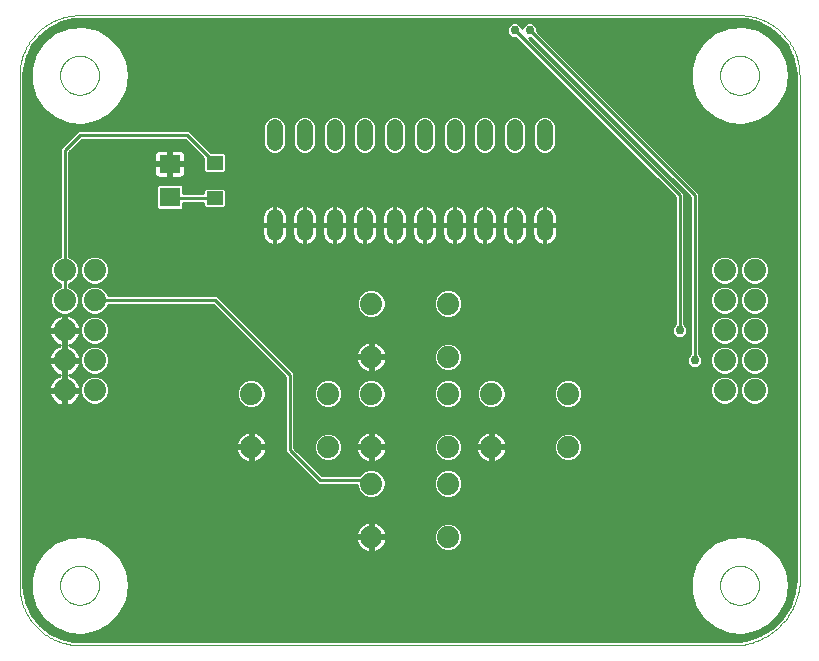
<source format=gtl>
G75*
%MOIN*%
%OFA0B0*%
%FSLAX25Y25*%
%IPPOS*%
%LPD*%
%AMOC8*
5,1,8,0,0,1.08239X$1,22.5*
%
%ADD10C,0.00000*%
%ADD11C,0.07400*%
%ADD12C,0.05200*%
%ADD13R,0.05512X0.04724*%
%ADD14R,0.07087X0.06299*%
%ADD15C,0.01000*%
%ADD16C,0.02978*%
D10*
X0057595Y0038933D02*
X0277595Y0038933D01*
X0271099Y0058933D02*
X0271101Y0059094D01*
X0271107Y0059254D01*
X0271117Y0059415D01*
X0271131Y0059575D01*
X0271149Y0059734D01*
X0271170Y0059894D01*
X0271196Y0060052D01*
X0271226Y0060210D01*
X0271259Y0060367D01*
X0271297Y0060524D01*
X0271338Y0060679D01*
X0271383Y0060833D01*
X0271432Y0060986D01*
X0271485Y0061138D01*
X0271541Y0061288D01*
X0271601Y0061437D01*
X0271665Y0061585D01*
X0271732Y0061731D01*
X0271803Y0061875D01*
X0271878Y0062017D01*
X0271956Y0062158D01*
X0272037Y0062296D01*
X0272122Y0062433D01*
X0272211Y0062567D01*
X0272302Y0062699D01*
X0272397Y0062829D01*
X0272495Y0062956D01*
X0272596Y0063081D01*
X0272700Y0063204D01*
X0272807Y0063323D01*
X0272917Y0063440D01*
X0273030Y0063555D01*
X0273146Y0063666D01*
X0273264Y0063775D01*
X0273385Y0063880D01*
X0273509Y0063983D01*
X0273635Y0064083D01*
X0273764Y0064179D01*
X0273895Y0064272D01*
X0274028Y0064362D01*
X0274163Y0064449D01*
X0274301Y0064532D01*
X0274440Y0064611D01*
X0274582Y0064688D01*
X0274725Y0064761D01*
X0274870Y0064830D01*
X0275017Y0064895D01*
X0275165Y0064957D01*
X0275315Y0065016D01*
X0275466Y0065070D01*
X0275618Y0065121D01*
X0275772Y0065168D01*
X0275927Y0065211D01*
X0276082Y0065250D01*
X0276239Y0065286D01*
X0276397Y0065318D01*
X0276555Y0065345D01*
X0276714Y0065369D01*
X0276873Y0065389D01*
X0277033Y0065405D01*
X0277194Y0065417D01*
X0277354Y0065425D01*
X0277515Y0065429D01*
X0277675Y0065429D01*
X0277836Y0065425D01*
X0277996Y0065417D01*
X0278157Y0065405D01*
X0278317Y0065389D01*
X0278476Y0065369D01*
X0278635Y0065345D01*
X0278793Y0065318D01*
X0278951Y0065286D01*
X0279108Y0065250D01*
X0279263Y0065211D01*
X0279418Y0065168D01*
X0279572Y0065121D01*
X0279724Y0065070D01*
X0279875Y0065016D01*
X0280025Y0064957D01*
X0280173Y0064895D01*
X0280320Y0064830D01*
X0280465Y0064761D01*
X0280608Y0064688D01*
X0280750Y0064611D01*
X0280889Y0064532D01*
X0281027Y0064449D01*
X0281162Y0064362D01*
X0281295Y0064272D01*
X0281426Y0064179D01*
X0281555Y0064083D01*
X0281681Y0063983D01*
X0281805Y0063880D01*
X0281926Y0063775D01*
X0282044Y0063666D01*
X0282160Y0063555D01*
X0282273Y0063440D01*
X0282383Y0063323D01*
X0282490Y0063204D01*
X0282594Y0063081D01*
X0282695Y0062956D01*
X0282793Y0062829D01*
X0282888Y0062699D01*
X0282979Y0062567D01*
X0283068Y0062433D01*
X0283153Y0062296D01*
X0283234Y0062158D01*
X0283312Y0062017D01*
X0283387Y0061875D01*
X0283458Y0061731D01*
X0283525Y0061585D01*
X0283589Y0061437D01*
X0283649Y0061288D01*
X0283705Y0061138D01*
X0283758Y0060986D01*
X0283807Y0060833D01*
X0283852Y0060679D01*
X0283893Y0060524D01*
X0283931Y0060367D01*
X0283964Y0060210D01*
X0283994Y0060052D01*
X0284020Y0059894D01*
X0284041Y0059734D01*
X0284059Y0059575D01*
X0284073Y0059415D01*
X0284083Y0059254D01*
X0284089Y0059094D01*
X0284091Y0058933D01*
X0284089Y0058772D01*
X0284083Y0058612D01*
X0284073Y0058451D01*
X0284059Y0058291D01*
X0284041Y0058132D01*
X0284020Y0057972D01*
X0283994Y0057814D01*
X0283964Y0057656D01*
X0283931Y0057499D01*
X0283893Y0057342D01*
X0283852Y0057187D01*
X0283807Y0057033D01*
X0283758Y0056880D01*
X0283705Y0056728D01*
X0283649Y0056578D01*
X0283589Y0056429D01*
X0283525Y0056281D01*
X0283458Y0056135D01*
X0283387Y0055991D01*
X0283312Y0055849D01*
X0283234Y0055708D01*
X0283153Y0055570D01*
X0283068Y0055433D01*
X0282979Y0055299D01*
X0282888Y0055167D01*
X0282793Y0055037D01*
X0282695Y0054910D01*
X0282594Y0054785D01*
X0282490Y0054662D01*
X0282383Y0054543D01*
X0282273Y0054426D01*
X0282160Y0054311D01*
X0282044Y0054200D01*
X0281926Y0054091D01*
X0281805Y0053986D01*
X0281681Y0053883D01*
X0281555Y0053783D01*
X0281426Y0053687D01*
X0281295Y0053594D01*
X0281162Y0053504D01*
X0281027Y0053417D01*
X0280889Y0053334D01*
X0280750Y0053255D01*
X0280608Y0053178D01*
X0280465Y0053105D01*
X0280320Y0053036D01*
X0280173Y0052971D01*
X0280025Y0052909D01*
X0279875Y0052850D01*
X0279724Y0052796D01*
X0279572Y0052745D01*
X0279418Y0052698D01*
X0279263Y0052655D01*
X0279108Y0052616D01*
X0278951Y0052580D01*
X0278793Y0052548D01*
X0278635Y0052521D01*
X0278476Y0052497D01*
X0278317Y0052477D01*
X0278157Y0052461D01*
X0277996Y0052449D01*
X0277836Y0052441D01*
X0277675Y0052437D01*
X0277515Y0052437D01*
X0277354Y0052441D01*
X0277194Y0052449D01*
X0277033Y0052461D01*
X0276873Y0052477D01*
X0276714Y0052497D01*
X0276555Y0052521D01*
X0276397Y0052548D01*
X0276239Y0052580D01*
X0276082Y0052616D01*
X0275927Y0052655D01*
X0275772Y0052698D01*
X0275618Y0052745D01*
X0275466Y0052796D01*
X0275315Y0052850D01*
X0275165Y0052909D01*
X0275017Y0052971D01*
X0274870Y0053036D01*
X0274725Y0053105D01*
X0274582Y0053178D01*
X0274440Y0053255D01*
X0274301Y0053334D01*
X0274163Y0053417D01*
X0274028Y0053504D01*
X0273895Y0053594D01*
X0273764Y0053687D01*
X0273635Y0053783D01*
X0273509Y0053883D01*
X0273385Y0053986D01*
X0273264Y0054091D01*
X0273146Y0054200D01*
X0273030Y0054311D01*
X0272917Y0054426D01*
X0272807Y0054543D01*
X0272700Y0054662D01*
X0272596Y0054785D01*
X0272495Y0054910D01*
X0272397Y0055037D01*
X0272302Y0055167D01*
X0272211Y0055299D01*
X0272122Y0055433D01*
X0272037Y0055570D01*
X0271956Y0055708D01*
X0271878Y0055849D01*
X0271803Y0055991D01*
X0271732Y0056135D01*
X0271665Y0056281D01*
X0271601Y0056429D01*
X0271541Y0056578D01*
X0271485Y0056728D01*
X0271432Y0056880D01*
X0271383Y0057033D01*
X0271338Y0057187D01*
X0271297Y0057342D01*
X0271259Y0057499D01*
X0271226Y0057656D01*
X0271196Y0057814D01*
X0271170Y0057972D01*
X0271149Y0058132D01*
X0271131Y0058291D01*
X0271117Y0058451D01*
X0271107Y0058612D01*
X0271101Y0058772D01*
X0271099Y0058933D01*
X0277595Y0038933D02*
X0278138Y0039000D01*
X0278679Y0039081D01*
X0279218Y0039174D01*
X0279755Y0039280D01*
X0280289Y0039399D01*
X0280820Y0039531D01*
X0281347Y0039676D01*
X0281871Y0039833D01*
X0282391Y0040003D01*
X0282907Y0040186D01*
X0283418Y0040380D01*
X0283924Y0040588D01*
X0284425Y0040807D01*
X0284921Y0041039D01*
X0285411Y0041282D01*
X0285895Y0041537D01*
X0286372Y0041804D01*
X0286843Y0042082D01*
X0287308Y0042372D01*
X0287765Y0042672D01*
X0288214Y0042984D01*
X0288656Y0043306D01*
X0289090Y0043639D01*
X0289516Y0043983D01*
X0289934Y0044336D01*
X0290342Y0044700D01*
X0290742Y0045073D01*
X0291133Y0045456D01*
X0291514Y0045848D01*
X0291886Y0046250D01*
X0292248Y0046660D01*
X0292600Y0047079D01*
X0292942Y0047506D01*
X0293273Y0047941D01*
X0293594Y0048384D01*
X0293904Y0048835D01*
X0294203Y0049293D01*
X0294491Y0049759D01*
X0294767Y0050231D01*
X0295032Y0050709D01*
X0295285Y0051194D01*
X0295527Y0051685D01*
X0295756Y0052182D01*
X0295974Y0052683D01*
X0296179Y0053191D01*
X0296372Y0053702D01*
X0296553Y0054219D01*
X0296721Y0054739D01*
X0296876Y0055264D01*
X0297019Y0055792D01*
X0297149Y0056323D01*
X0297266Y0056858D01*
X0297370Y0057395D01*
X0297461Y0057934D01*
X0297539Y0058476D01*
X0297604Y0059019D01*
X0297656Y0059564D01*
X0297694Y0060109D01*
X0297720Y0060656D01*
X0297732Y0061203D01*
X0297731Y0061750D01*
X0297717Y0062297D01*
X0297689Y0062843D01*
X0297648Y0063389D01*
X0297595Y0063933D01*
X0297595Y0228933D01*
X0271099Y0228933D02*
X0271101Y0229094D01*
X0271107Y0229254D01*
X0271117Y0229415D01*
X0271131Y0229575D01*
X0271149Y0229734D01*
X0271170Y0229894D01*
X0271196Y0230052D01*
X0271226Y0230210D01*
X0271259Y0230367D01*
X0271297Y0230524D01*
X0271338Y0230679D01*
X0271383Y0230833D01*
X0271432Y0230986D01*
X0271485Y0231138D01*
X0271541Y0231288D01*
X0271601Y0231437D01*
X0271665Y0231585D01*
X0271732Y0231731D01*
X0271803Y0231875D01*
X0271878Y0232017D01*
X0271956Y0232158D01*
X0272037Y0232296D01*
X0272122Y0232433D01*
X0272211Y0232567D01*
X0272302Y0232699D01*
X0272397Y0232829D01*
X0272495Y0232956D01*
X0272596Y0233081D01*
X0272700Y0233204D01*
X0272807Y0233323D01*
X0272917Y0233440D01*
X0273030Y0233555D01*
X0273146Y0233666D01*
X0273264Y0233775D01*
X0273385Y0233880D01*
X0273509Y0233983D01*
X0273635Y0234083D01*
X0273764Y0234179D01*
X0273895Y0234272D01*
X0274028Y0234362D01*
X0274163Y0234449D01*
X0274301Y0234532D01*
X0274440Y0234611D01*
X0274582Y0234688D01*
X0274725Y0234761D01*
X0274870Y0234830D01*
X0275017Y0234895D01*
X0275165Y0234957D01*
X0275315Y0235016D01*
X0275466Y0235070D01*
X0275618Y0235121D01*
X0275772Y0235168D01*
X0275927Y0235211D01*
X0276082Y0235250D01*
X0276239Y0235286D01*
X0276397Y0235318D01*
X0276555Y0235345D01*
X0276714Y0235369D01*
X0276873Y0235389D01*
X0277033Y0235405D01*
X0277194Y0235417D01*
X0277354Y0235425D01*
X0277515Y0235429D01*
X0277675Y0235429D01*
X0277836Y0235425D01*
X0277996Y0235417D01*
X0278157Y0235405D01*
X0278317Y0235389D01*
X0278476Y0235369D01*
X0278635Y0235345D01*
X0278793Y0235318D01*
X0278951Y0235286D01*
X0279108Y0235250D01*
X0279263Y0235211D01*
X0279418Y0235168D01*
X0279572Y0235121D01*
X0279724Y0235070D01*
X0279875Y0235016D01*
X0280025Y0234957D01*
X0280173Y0234895D01*
X0280320Y0234830D01*
X0280465Y0234761D01*
X0280608Y0234688D01*
X0280750Y0234611D01*
X0280889Y0234532D01*
X0281027Y0234449D01*
X0281162Y0234362D01*
X0281295Y0234272D01*
X0281426Y0234179D01*
X0281555Y0234083D01*
X0281681Y0233983D01*
X0281805Y0233880D01*
X0281926Y0233775D01*
X0282044Y0233666D01*
X0282160Y0233555D01*
X0282273Y0233440D01*
X0282383Y0233323D01*
X0282490Y0233204D01*
X0282594Y0233081D01*
X0282695Y0232956D01*
X0282793Y0232829D01*
X0282888Y0232699D01*
X0282979Y0232567D01*
X0283068Y0232433D01*
X0283153Y0232296D01*
X0283234Y0232158D01*
X0283312Y0232017D01*
X0283387Y0231875D01*
X0283458Y0231731D01*
X0283525Y0231585D01*
X0283589Y0231437D01*
X0283649Y0231288D01*
X0283705Y0231138D01*
X0283758Y0230986D01*
X0283807Y0230833D01*
X0283852Y0230679D01*
X0283893Y0230524D01*
X0283931Y0230367D01*
X0283964Y0230210D01*
X0283994Y0230052D01*
X0284020Y0229894D01*
X0284041Y0229734D01*
X0284059Y0229575D01*
X0284073Y0229415D01*
X0284083Y0229254D01*
X0284089Y0229094D01*
X0284091Y0228933D01*
X0284089Y0228772D01*
X0284083Y0228612D01*
X0284073Y0228451D01*
X0284059Y0228291D01*
X0284041Y0228132D01*
X0284020Y0227972D01*
X0283994Y0227814D01*
X0283964Y0227656D01*
X0283931Y0227499D01*
X0283893Y0227342D01*
X0283852Y0227187D01*
X0283807Y0227033D01*
X0283758Y0226880D01*
X0283705Y0226728D01*
X0283649Y0226578D01*
X0283589Y0226429D01*
X0283525Y0226281D01*
X0283458Y0226135D01*
X0283387Y0225991D01*
X0283312Y0225849D01*
X0283234Y0225708D01*
X0283153Y0225570D01*
X0283068Y0225433D01*
X0282979Y0225299D01*
X0282888Y0225167D01*
X0282793Y0225037D01*
X0282695Y0224910D01*
X0282594Y0224785D01*
X0282490Y0224662D01*
X0282383Y0224543D01*
X0282273Y0224426D01*
X0282160Y0224311D01*
X0282044Y0224200D01*
X0281926Y0224091D01*
X0281805Y0223986D01*
X0281681Y0223883D01*
X0281555Y0223783D01*
X0281426Y0223687D01*
X0281295Y0223594D01*
X0281162Y0223504D01*
X0281027Y0223417D01*
X0280889Y0223334D01*
X0280750Y0223255D01*
X0280608Y0223178D01*
X0280465Y0223105D01*
X0280320Y0223036D01*
X0280173Y0222971D01*
X0280025Y0222909D01*
X0279875Y0222850D01*
X0279724Y0222796D01*
X0279572Y0222745D01*
X0279418Y0222698D01*
X0279263Y0222655D01*
X0279108Y0222616D01*
X0278951Y0222580D01*
X0278793Y0222548D01*
X0278635Y0222521D01*
X0278476Y0222497D01*
X0278317Y0222477D01*
X0278157Y0222461D01*
X0277996Y0222449D01*
X0277836Y0222441D01*
X0277675Y0222437D01*
X0277515Y0222437D01*
X0277354Y0222441D01*
X0277194Y0222449D01*
X0277033Y0222461D01*
X0276873Y0222477D01*
X0276714Y0222497D01*
X0276555Y0222521D01*
X0276397Y0222548D01*
X0276239Y0222580D01*
X0276082Y0222616D01*
X0275927Y0222655D01*
X0275772Y0222698D01*
X0275618Y0222745D01*
X0275466Y0222796D01*
X0275315Y0222850D01*
X0275165Y0222909D01*
X0275017Y0222971D01*
X0274870Y0223036D01*
X0274725Y0223105D01*
X0274582Y0223178D01*
X0274440Y0223255D01*
X0274301Y0223334D01*
X0274163Y0223417D01*
X0274028Y0223504D01*
X0273895Y0223594D01*
X0273764Y0223687D01*
X0273635Y0223783D01*
X0273509Y0223883D01*
X0273385Y0223986D01*
X0273264Y0224091D01*
X0273146Y0224200D01*
X0273030Y0224311D01*
X0272917Y0224426D01*
X0272807Y0224543D01*
X0272700Y0224662D01*
X0272596Y0224785D01*
X0272495Y0224910D01*
X0272397Y0225037D01*
X0272302Y0225167D01*
X0272211Y0225299D01*
X0272122Y0225433D01*
X0272037Y0225570D01*
X0271956Y0225708D01*
X0271878Y0225849D01*
X0271803Y0225991D01*
X0271732Y0226135D01*
X0271665Y0226281D01*
X0271601Y0226429D01*
X0271541Y0226578D01*
X0271485Y0226728D01*
X0271432Y0226880D01*
X0271383Y0227033D01*
X0271338Y0227187D01*
X0271297Y0227342D01*
X0271259Y0227499D01*
X0271226Y0227656D01*
X0271196Y0227814D01*
X0271170Y0227972D01*
X0271149Y0228132D01*
X0271131Y0228291D01*
X0271117Y0228451D01*
X0271107Y0228612D01*
X0271101Y0228772D01*
X0271099Y0228933D01*
X0277595Y0248933D02*
X0278078Y0248927D01*
X0278561Y0248910D01*
X0279044Y0248880D01*
X0279525Y0248840D01*
X0280006Y0248787D01*
X0280485Y0248723D01*
X0280962Y0248648D01*
X0281438Y0248560D01*
X0281911Y0248462D01*
X0282381Y0248352D01*
X0282849Y0248231D01*
X0283314Y0248098D01*
X0283775Y0247954D01*
X0284233Y0247799D01*
X0284687Y0247633D01*
X0285137Y0247456D01*
X0285582Y0247269D01*
X0286023Y0247070D01*
X0286459Y0246862D01*
X0286889Y0246642D01*
X0287315Y0246412D01*
X0287734Y0246172D01*
X0288148Y0245922D01*
X0288555Y0245662D01*
X0288956Y0245393D01*
X0289351Y0245113D01*
X0289738Y0244825D01*
X0290119Y0244526D01*
X0290492Y0244219D01*
X0290857Y0243903D01*
X0291215Y0243578D01*
X0291565Y0243245D01*
X0291907Y0242903D01*
X0292240Y0242553D01*
X0292565Y0242195D01*
X0292881Y0241830D01*
X0293188Y0241457D01*
X0293487Y0241076D01*
X0293775Y0240689D01*
X0294055Y0240294D01*
X0294324Y0239893D01*
X0294584Y0239486D01*
X0294834Y0239072D01*
X0295074Y0238653D01*
X0295304Y0238227D01*
X0295524Y0237797D01*
X0295732Y0237361D01*
X0295931Y0236920D01*
X0296118Y0236475D01*
X0296295Y0236025D01*
X0296461Y0235571D01*
X0296616Y0235113D01*
X0296760Y0234652D01*
X0296893Y0234187D01*
X0297014Y0233719D01*
X0297124Y0233249D01*
X0297222Y0232776D01*
X0297310Y0232300D01*
X0297385Y0231823D01*
X0297449Y0231344D01*
X0297502Y0230863D01*
X0297542Y0230382D01*
X0297572Y0229899D01*
X0297589Y0229416D01*
X0297595Y0228933D01*
X0277595Y0248933D02*
X0057595Y0248933D01*
X0051099Y0228933D02*
X0051101Y0229094D01*
X0051107Y0229254D01*
X0051117Y0229415D01*
X0051131Y0229575D01*
X0051149Y0229734D01*
X0051170Y0229894D01*
X0051196Y0230052D01*
X0051226Y0230210D01*
X0051259Y0230367D01*
X0051297Y0230524D01*
X0051338Y0230679D01*
X0051383Y0230833D01*
X0051432Y0230986D01*
X0051485Y0231138D01*
X0051541Y0231288D01*
X0051601Y0231437D01*
X0051665Y0231585D01*
X0051732Y0231731D01*
X0051803Y0231875D01*
X0051878Y0232017D01*
X0051956Y0232158D01*
X0052037Y0232296D01*
X0052122Y0232433D01*
X0052211Y0232567D01*
X0052302Y0232699D01*
X0052397Y0232829D01*
X0052495Y0232956D01*
X0052596Y0233081D01*
X0052700Y0233204D01*
X0052807Y0233323D01*
X0052917Y0233440D01*
X0053030Y0233555D01*
X0053146Y0233666D01*
X0053264Y0233775D01*
X0053385Y0233880D01*
X0053509Y0233983D01*
X0053635Y0234083D01*
X0053764Y0234179D01*
X0053895Y0234272D01*
X0054028Y0234362D01*
X0054163Y0234449D01*
X0054301Y0234532D01*
X0054440Y0234611D01*
X0054582Y0234688D01*
X0054725Y0234761D01*
X0054870Y0234830D01*
X0055017Y0234895D01*
X0055165Y0234957D01*
X0055315Y0235016D01*
X0055466Y0235070D01*
X0055618Y0235121D01*
X0055772Y0235168D01*
X0055927Y0235211D01*
X0056082Y0235250D01*
X0056239Y0235286D01*
X0056397Y0235318D01*
X0056555Y0235345D01*
X0056714Y0235369D01*
X0056873Y0235389D01*
X0057033Y0235405D01*
X0057194Y0235417D01*
X0057354Y0235425D01*
X0057515Y0235429D01*
X0057675Y0235429D01*
X0057836Y0235425D01*
X0057996Y0235417D01*
X0058157Y0235405D01*
X0058317Y0235389D01*
X0058476Y0235369D01*
X0058635Y0235345D01*
X0058793Y0235318D01*
X0058951Y0235286D01*
X0059108Y0235250D01*
X0059263Y0235211D01*
X0059418Y0235168D01*
X0059572Y0235121D01*
X0059724Y0235070D01*
X0059875Y0235016D01*
X0060025Y0234957D01*
X0060173Y0234895D01*
X0060320Y0234830D01*
X0060465Y0234761D01*
X0060608Y0234688D01*
X0060750Y0234611D01*
X0060889Y0234532D01*
X0061027Y0234449D01*
X0061162Y0234362D01*
X0061295Y0234272D01*
X0061426Y0234179D01*
X0061555Y0234083D01*
X0061681Y0233983D01*
X0061805Y0233880D01*
X0061926Y0233775D01*
X0062044Y0233666D01*
X0062160Y0233555D01*
X0062273Y0233440D01*
X0062383Y0233323D01*
X0062490Y0233204D01*
X0062594Y0233081D01*
X0062695Y0232956D01*
X0062793Y0232829D01*
X0062888Y0232699D01*
X0062979Y0232567D01*
X0063068Y0232433D01*
X0063153Y0232296D01*
X0063234Y0232158D01*
X0063312Y0232017D01*
X0063387Y0231875D01*
X0063458Y0231731D01*
X0063525Y0231585D01*
X0063589Y0231437D01*
X0063649Y0231288D01*
X0063705Y0231138D01*
X0063758Y0230986D01*
X0063807Y0230833D01*
X0063852Y0230679D01*
X0063893Y0230524D01*
X0063931Y0230367D01*
X0063964Y0230210D01*
X0063994Y0230052D01*
X0064020Y0229894D01*
X0064041Y0229734D01*
X0064059Y0229575D01*
X0064073Y0229415D01*
X0064083Y0229254D01*
X0064089Y0229094D01*
X0064091Y0228933D01*
X0064089Y0228772D01*
X0064083Y0228612D01*
X0064073Y0228451D01*
X0064059Y0228291D01*
X0064041Y0228132D01*
X0064020Y0227972D01*
X0063994Y0227814D01*
X0063964Y0227656D01*
X0063931Y0227499D01*
X0063893Y0227342D01*
X0063852Y0227187D01*
X0063807Y0227033D01*
X0063758Y0226880D01*
X0063705Y0226728D01*
X0063649Y0226578D01*
X0063589Y0226429D01*
X0063525Y0226281D01*
X0063458Y0226135D01*
X0063387Y0225991D01*
X0063312Y0225849D01*
X0063234Y0225708D01*
X0063153Y0225570D01*
X0063068Y0225433D01*
X0062979Y0225299D01*
X0062888Y0225167D01*
X0062793Y0225037D01*
X0062695Y0224910D01*
X0062594Y0224785D01*
X0062490Y0224662D01*
X0062383Y0224543D01*
X0062273Y0224426D01*
X0062160Y0224311D01*
X0062044Y0224200D01*
X0061926Y0224091D01*
X0061805Y0223986D01*
X0061681Y0223883D01*
X0061555Y0223783D01*
X0061426Y0223687D01*
X0061295Y0223594D01*
X0061162Y0223504D01*
X0061027Y0223417D01*
X0060889Y0223334D01*
X0060750Y0223255D01*
X0060608Y0223178D01*
X0060465Y0223105D01*
X0060320Y0223036D01*
X0060173Y0222971D01*
X0060025Y0222909D01*
X0059875Y0222850D01*
X0059724Y0222796D01*
X0059572Y0222745D01*
X0059418Y0222698D01*
X0059263Y0222655D01*
X0059108Y0222616D01*
X0058951Y0222580D01*
X0058793Y0222548D01*
X0058635Y0222521D01*
X0058476Y0222497D01*
X0058317Y0222477D01*
X0058157Y0222461D01*
X0057996Y0222449D01*
X0057836Y0222441D01*
X0057675Y0222437D01*
X0057515Y0222437D01*
X0057354Y0222441D01*
X0057194Y0222449D01*
X0057033Y0222461D01*
X0056873Y0222477D01*
X0056714Y0222497D01*
X0056555Y0222521D01*
X0056397Y0222548D01*
X0056239Y0222580D01*
X0056082Y0222616D01*
X0055927Y0222655D01*
X0055772Y0222698D01*
X0055618Y0222745D01*
X0055466Y0222796D01*
X0055315Y0222850D01*
X0055165Y0222909D01*
X0055017Y0222971D01*
X0054870Y0223036D01*
X0054725Y0223105D01*
X0054582Y0223178D01*
X0054440Y0223255D01*
X0054301Y0223334D01*
X0054163Y0223417D01*
X0054028Y0223504D01*
X0053895Y0223594D01*
X0053764Y0223687D01*
X0053635Y0223783D01*
X0053509Y0223883D01*
X0053385Y0223986D01*
X0053264Y0224091D01*
X0053146Y0224200D01*
X0053030Y0224311D01*
X0052917Y0224426D01*
X0052807Y0224543D01*
X0052700Y0224662D01*
X0052596Y0224785D01*
X0052495Y0224910D01*
X0052397Y0225037D01*
X0052302Y0225167D01*
X0052211Y0225299D01*
X0052122Y0225433D01*
X0052037Y0225570D01*
X0051956Y0225708D01*
X0051878Y0225849D01*
X0051803Y0225991D01*
X0051732Y0226135D01*
X0051665Y0226281D01*
X0051601Y0226429D01*
X0051541Y0226578D01*
X0051485Y0226728D01*
X0051432Y0226880D01*
X0051383Y0227033D01*
X0051338Y0227187D01*
X0051297Y0227342D01*
X0051259Y0227499D01*
X0051226Y0227656D01*
X0051196Y0227814D01*
X0051170Y0227972D01*
X0051149Y0228132D01*
X0051131Y0228291D01*
X0051117Y0228451D01*
X0051107Y0228612D01*
X0051101Y0228772D01*
X0051099Y0228933D01*
X0037595Y0228933D02*
X0037601Y0229416D01*
X0037618Y0229899D01*
X0037648Y0230382D01*
X0037688Y0230863D01*
X0037741Y0231344D01*
X0037805Y0231823D01*
X0037880Y0232300D01*
X0037968Y0232776D01*
X0038066Y0233249D01*
X0038176Y0233719D01*
X0038297Y0234187D01*
X0038430Y0234652D01*
X0038574Y0235113D01*
X0038729Y0235571D01*
X0038895Y0236025D01*
X0039072Y0236475D01*
X0039259Y0236920D01*
X0039458Y0237361D01*
X0039666Y0237797D01*
X0039886Y0238227D01*
X0040116Y0238653D01*
X0040356Y0239072D01*
X0040606Y0239486D01*
X0040866Y0239893D01*
X0041135Y0240294D01*
X0041415Y0240689D01*
X0041703Y0241076D01*
X0042002Y0241457D01*
X0042309Y0241830D01*
X0042625Y0242195D01*
X0042950Y0242553D01*
X0043283Y0242903D01*
X0043625Y0243245D01*
X0043975Y0243578D01*
X0044333Y0243903D01*
X0044698Y0244219D01*
X0045071Y0244526D01*
X0045452Y0244825D01*
X0045839Y0245113D01*
X0046234Y0245393D01*
X0046635Y0245662D01*
X0047042Y0245922D01*
X0047456Y0246172D01*
X0047875Y0246412D01*
X0048301Y0246642D01*
X0048731Y0246862D01*
X0049167Y0247070D01*
X0049608Y0247269D01*
X0050053Y0247456D01*
X0050503Y0247633D01*
X0050957Y0247799D01*
X0051415Y0247954D01*
X0051876Y0248098D01*
X0052341Y0248231D01*
X0052809Y0248352D01*
X0053279Y0248462D01*
X0053752Y0248560D01*
X0054228Y0248648D01*
X0054705Y0248723D01*
X0055184Y0248787D01*
X0055665Y0248840D01*
X0056146Y0248880D01*
X0056629Y0248910D01*
X0057112Y0248927D01*
X0057595Y0248933D01*
X0037595Y0228933D02*
X0037595Y0058933D01*
X0051099Y0058933D02*
X0051101Y0059094D01*
X0051107Y0059254D01*
X0051117Y0059415D01*
X0051131Y0059575D01*
X0051149Y0059734D01*
X0051170Y0059894D01*
X0051196Y0060052D01*
X0051226Y0060210D01*
X0051259Y0060367D01*
X0051297Y0060524D01*
X0051338Y0060679D01*
X0051383Y0060833D01*
X0051432Y0060986D01*
X0051485Y0061138D01*
X0051541Y0061288D01*
X0051601Y0061437D01*
X0051665Y0061585D01*
X0051732Y0061731D01*
X0051803Y0061875D01*
X0051878Y0062017D01*
X0051956Y0062158D01*
X0052037Y0062296D01*
X0052122Y0062433D01*
X0052211Y0062567D01*
X0052302Y0062699D01*
X0052397Y0062829D01*
X0052495Y0062956D01*
X0052596Y0063081D01*
X0052700Y0063204D01*
X0052807Y0063323D01*
X0052917Y0063440D01*
X0053030Y0063555D01*
X0053146Y0063666D01*
X0053264Y0063775D01*
X0053385Y0063880D01*
X0053509Y0063983D01*
X0053635Y0064083D01*
X0053764Y0064179D01*
X0053895Y0064272D01*
X0054028Y0064362D01*
X0054163Y0064449D01*
X0054301Y0064532D01*
X0054440Y0064611D01*
X0054582Y0064688D01*
X0054725Y0064761D01*
X0054870Y0064830D01*
X0055017Y0064895D01*
X0055165Y0064957D01*
X0055315Y0065016D01*
X0055466Y0065070D01*
X0055618Y0065121D01*
X0055772Y0065168D01*
X0055927Y0065211D01*
X0056082Y0065250D01*
X0056239Y0065286D01*
X0056397Y0065318D01*
X0056555Y0065345D01*
X0056714Y0065369D01*
X0056873Y0065389D01*
X0057033Y0065405D01*
X0057194Y0065417D01*
X0057354Y0065425D01*
X0057515Y0065429D01*
X0057675Y0065429D01*
X0057836Y0065425D01*
X0057996Y0065417D01*
X0058157Y0065405D01*
X0058317Y0065389D01*
X0058476Y0065369D01*
X0058635Y0065345D01*
X0058793Y0065318D01*
X0058951Y0065286D01*
X0059108Y0065250D01*
X0059263Y0065211D01*
X0059418Y0065168D01*
X0059572Y0065121D01*
X0059724Y0065070D01*
X0059875Y0065016D01*
X0060025Y0064957D01*
X0060173Y0064895D01*
X0060320Y0064830D01*
X0060465Y0064761D01*
X0060608Y0064688D01*
X0060750Y0064611D01*
X0060889Y0064532D01*
X0061027Y0064449D01*
X0061162Y0064362D01*
X0061295Y0064272D01*
X0061426Y0064179D01*
X0061555Y0064083D01*
X0061681Y0063983D01*
X0061805Y0063880D01*
X0061926Y0063775D01*
X0062044Y0063666D01*
X0062160Y0063555D01*
X0062273Y0063440D01*
X0062383Y0063323D01*
X0062490Y0063204D01*
X0062594Y0063081D01*
X0062695Y0062956D01*
X0062793Y0062829D01*
X0062888Y0062699D01*
X0062979Y0062567D01*
X0063068Y0062433D01*
X0063153Y0062296D01*
X0063234Y0062158D01*
X0063312Y0062017D01*
X0063387Y0061875D01*
X0063458Y0061731D01*
X0063525Y0061585D01*
X0063589Y0061437D01*
X0063649Y0061288D01*
X0063705Y0061138D01*
X0063758Y0060986D01*
X0063807Y0060833D01*
X0063852Y0060679D01*
X0063893Y0060524D01*
X0063931Y0060367D01*
X0063964Y0060210D01*
X0063994Y0060052D01*
X0064020Y0059894D01*
X0064041Y0059734D01*
X0064059Y0059575D01*
X0064073Y0059415D01*
X0064083Y0059254D01*
X0064089Y0059094D01*
X0064091Y0058933D01*
X0064089Y0058772D01*
X0064083Y0058612D01*
X0064073Y0058451D01*
X0064059Y0058291D01*
X0064041Y0058132D01*
X0064020Y0057972D01*
X0063994Y0057814D01*
X0063964Y0057656D01*
X0063931Y0057499D01*
X0063893Y0057342D01*
X0063852Y0057187D01*
X0063807Y0057033D01*
X0063758Y0056880D01*
X0063705Y0056728D01*
X0063649Y0056578D01*
X0063589Y0056429D01*
X0063525Y0056281D01*
X0063458Y0056135D01*
X0063387Y0055991D01*
X0063312Y0055849D01*
X0063234Y0055708D01*
X0063153Y0055570D01*
X0063068Y0055433D01*
X0062979Y0055299D01*
X0062888Y0055167D01*
X0062793Y0055037D01*
X0062695Y0054910D01*
X0062594Y0054785D01*
X0062490Y0054662D01*
X0062383Y0054543D01*
X0062273Y0054426D01*
X0062160Y0054311D01*
X0062044Y0054200D01*
X0061926Y0054091D01*
X0061805Y0053986D01*
X0061681Y0053883D01*
X0061555Y0053783D01*
X0061426Y0053687D01*
X0061295Y0053594D01*
X0061162Y0053504D01*
X0061027Y0053417D01*
X0060889Y0053334D01*
X0060750Y0053255D01*
X0060608Y0053178D01*
X0060465Y0053105D01*
X0060320Y0053036D01*
X0060173Y0052971D01*
X0060025Y0052909D01*
X0059875Y0052850D01*
X0059724Y0052796D01*
X0059572Y0052745D01*
X0059418Y0052698D01*
X0059263Y0052655D01*
X0059108Y0052616D01*
X0058951Y0052580D01*
X0058793Y0052548D01*
X0058635Y0052521D01*
X0058476Y0052497D01*
X0058317Y0052477D01*
X0058157Y0052461D01*
X0057996Y0052449D01*
X0057836Y0052441D01*
X0057675Y0052437D01*
X0057515Y0052437D01*
X0057354Y0052441D01*
X0057194Y0052449D01*
X0057033Y0052461D01*
X0056873Y0052477D01*
X0056714Y0052497D01*
X0056555Y0052521D01*
X0056397Y0052548D01*
X0056239Y0052580D01*
X0056082Y0052616D01*
X0055927Y0052655D01*
X0055772Y0052698D01*
X0055618Y0052745D01*
X0055466Y0052796D01*
X0055315Y0052850D01*
X0055165Y0052909D01*
X0055017Y0052971D01*
X0054870Y0053036D01*
X0054725Y0053105D01*
X0054582Y0053178D01*
X0054440Y0053255D01*
X0054301Y0053334D01*
X0054163Y0053417D01*
X0054028Y0053504D01*
X0053895Y0053594D01*
X0053764Y0053687D01*
X0053635Y0053783D01*
X0053509Y0053883D01*
X0053385Y0053986D01*
X0053264Y0054091D01*
X0053146Y0054200D01*
X0053030Y0054311D01*
X0052917Y0054426D01*
X0052807Y0054543D01*
X0052700Y0054662D01*
X0052596Y0054785D01*
X0052495Y0054910D01*
X0052397Y0055037D01*
X0052302Y0055167D01*
X0052211Y0055299D01*
X0052122Y0055433D01*
X0052037Y0055570D01*
X0051956Y0055708D01*
X0051878Y0055849D01*
X0051803Y0055991D01*
X0051732Y0056135D01*
X0051665Y0056281D01*
X0051601Y0056429D01*
X0051541Y0056578D01*
X0051485Y0056728D01*
X0051432Y0056880D01*
X0051383Y0057033D01*
X0051338Y0057187D01*
X0051297Y0057342D01*
X0051259Y0057499D01*
X0051226Y0057656D01*
X0051196Y0057814D01*
X0051170Y0057972D01*
X0051149Y0058132D01*
X0051131Y0058291D01*
X0051117Y0058451D01*
X0051107Y0058612D01*
X0051101Y0058772D01*
X0051099Y0058933D01*
X0037595Y0058933D02*
X0037601Y0058450D01*
X0037618Y0057967D01*
X0037648Y0057484D01*
X0037688Y0057003D01*
X0037741Y0056522D01*
X0037805Y0056043D01*
X0037880Y0055566D01*
X0037968Y0055090D01*
X0038066Y0054617D01*
X0038176Y0054147D01*
X0038297Y0053679D01*
X0038430Y0053214D01*
X0038574Y0052753D01*
X0038729Y0052295D01*
X0038895Y0051841D01*
X0039072Y0051391D01*
X0039259Y0050946D01*
X0039458Y0050505D01*
X0039666Y0050069D01*
X0039886Y0049639D01*
X0040116Y0049213D01*
X0040356Y0048794D01*
X0040606Y0048380D01*
X0040866Y0047973D01*
X0041135Y0047572D01*
X0041415Y0047177D01*
X0041703Y0046790D01*
X0042002Y0046409D01*
X0042309Y0046036D01*
X0042625Y0045671D01*
X0042950Y0045313D01*
X0043283Y0044963D01*
X0043625Y0044621D01*
X0043975Y0044288D01*
X0044333Y0043963D01*
X0044698Y0043647D01*
X0045071Y0043340D01*
X0045452Y0043041D01*
X0045839Y0042753D01*
X0046234Y0042473D01*
X0046635Y0042204D01*
X0047042Y0041944D01*
X0047456Y0041694D01*
X0047875Y0041454D01*
X0048301Y0041224D01*
X0048731Y0041004D01*
X0049167Y0040796D01*
X0049608Y0040597D01*
X0050053Y0040410D01*
X0050503Y0040233D01*
X0050957Y0040067D01*
X0051415Y0039912D01*
X0051876Y0039768D01*
X0052341Y0039635D01*
X0052809Y0039514D01*
X0053279Y0039404D01*
X0053752Y0039306D01*
X0054228Y0039218D01*
X0054705Y0039143D01*
X0055184Y0039079D01*
X0055665Y0039026D01*
X0056146Y0038986D01*
X0056629Y0038956D01*
X0057112Y0038939D01*
X0057595Y0038933D01*
D11*
X0114795Y0105033D03*
X0114795Y0122833D03*
X0140395Y0122833D03*
X0154795Y0122833D03*
X0154795Y0135033D03*
X0154795Y0152833D03*
X0180395Y0152833D03*
X0180395Y0135033D03*
X0180395Y0122833D03*
X0194795Y0122833D03*
X0194795Y0105033D03*
X0180395Y0105033D03*
X0180395Y0092833D03*
X0180395Y0075033D03*
X0154795Y0075033D03*
X0154795Y0092833D03*
X0154795Y0105033D03*
X0140395Y0105033D03*
X0062595Y0123933D03*
X0052595Y0123933D03*
X0052595Y0133933D03*
X0062595Y0133933D03*
X0062595Y0143933D03*
X0052595Y0143933D03*
X0052595Y0153933D03*
X0062595Y0153933D03*
X0062595Y0163933D03*
X0052595Y0163933D03*
X0220395Y0122833D03*
X0220395Y0105033D03*
X0272595Y0123933D03*
X0282595Y0123933D03*
X0282595Y0133933D03*
X0272595Y0133933D03*
X0272595Y0143933D03*
X0282595Y0143933D03*
X0282595Y0153933D03*
X0272595Y0153933D03*
X0272595Y0163933D03*
X0282595Y0163933D03*
D12*
X0212595Y0176333D02*
X0212595Y0181533D01*
X0202595Y0181533D02*
X0202595Y0176333D01*
X0192595Y0176333D02*
X0192595Y0181533D01*
X0182595Y0181533D02*
X0182595Y0176333D01*
X0172595Y0176333D02*
X0172595Y0181533D01*
X0162595Y0181533D02*
X0162595Y0176333D01*
X0152595Y0176333D02*
X0152595Y0181533D01*
X0142595Y0181533D02*
X0142595Y0176333D01*
X0132595Y0176333D02*
X0132595Y0181533D01*
X0122595Y0181533D02*
X0122595Y0176333D01*
X0122595Y0206333D02*
X0122595Y0211533D01*
X0132595Y0211533D02*
X0132595Y0206333D01*
X0142595Y0206333D02*
X0142595Y0211533D01*
X0152595Y0211533D02*
X0152595Y0206333D01*
X0162595Y0206333D02*
X0162595Y0211533D01*
X0172595Y0211533D02*
X0172595Y0206333D01*
X0182595Y0206333D02*
X0182595Y0211533D01*
X0192595Y0211533D02*
X0192595Y0206333D01*
X0202595Y0206333D02*
X0202595Y0211533D01*
X0212595Y0211533D02*
X0212595Y0206333D01*
D13*
X0102595Y0199839D03*
X0102595Y0188028D03*
D14*
X0087595Y0188421D03*
X0087595Y0199445D03*
D15*
X0050077Y0041929D02*
X0283563Y0041929D01*
X0284324Y0042194D02*
X0279811Y0040622D01*
X0277499Y0040233D01*
X0057595Y0040233D01*
X0055501Y0040351D01*
X0051419Y0041282D01*
X0047646Y0043099D01*
X0044372Y0045710D01*
X0041761Y0048984D01*
X0039945Y0052757D01*
X0039013Y0056839D01*
X0038895Y0058933D01*
X0038895Y0228933D01*
X0039013Y0231027D01*
X0039945Y0235109D01*
X0041761Y0238882D01*
X0044372Y0242156D01*
X0047646Y0244767D01*
X0051419Y0246584D01*
X0055501Y0247515D01*
X0057595Y0247633D01*
X0277595Y0247633D01*
X0279689Y0247515D01*
X0283771Y0246584D01*
X0287544Y0244767D01*
X0290818Y0242156D01*
X0293429Y0238882D01*
X0295246Y0235109D01*
X0296178Y0231027D01*
X0296295Y0228933D01*
X0296295Y0064389D01*
X0296244Y0064325D01*
X0296295Y0063861D01*
X0296295Y0063395D01*
X0296326Y0063363D01*
X0296434Y0061400D01*
X0295891Y0056653D01*
X0294306Y0052145D01*
X0291758Y0048103D01*
X0288374Y0044729D01*
X0284324Y0042194D01*
X0285495Y0042927D02*
X0280791Y0042927D01*
X0280695Y0040930D02*
X0052963Y0040930D01*
X0053719Y0042927D02*
X0048004Y0042927D01*
X0046610Y0043926D02*
X0051175Y0043926D01*
X0049345Y0044644D02*
X0053924Y0042847D01*
X0058828Y0042479D01*
X0063623Y0043574D01*
X0067883Y0046033D01*
X0071228Y0049638D01*
X0071228Y0049638D01*
X0073362Y0054070D01*
X0074095Y0058933D01*
X0073362Y0063797D01*
X0071228Y0068228D01*
X0067883Y0071833D01*
X0067883Y0071833D01*
X0063623Y0074292D01*
X0058828Y0075387D01*
X0053924Y0075019D01*
X0053924Y0075019D01*
X0049345Y0073222D01*
X0045500Y0070156D01*
X0045500Y0070156D01*
X0042729Y0066092D01*
X0041279Y0061392D01*
X0041279Y0056474D01*
X0042729Y0051774D01*
X0045500Y0047710D01*
X0049345Y0044644D01*
X0049345Y0044644D01*
X0048993Y0044924D02*
X0045358Y0044924D01*
X0044203Y0045923D02*
X0047741Y0045923D01*
X0046489Y0046921D02*
X0043407Y0046921D01*
X0042610Y0047920D02*
X0045357Y0047920D01*
X0045500Y0047710D02*
X0045500Y0047710D01*
X0045500Y0047710D01*
X0044676Y0048918D02*
X0041814Y0048918D01*
X0041312Y0049917D02*
X0043995Y0049917D01*
X0043315Y0050915D02*
X0040831Y0050915D01*
X0040351Y0051914D02*
X0042686Y0051914D01*
X0042729Y0051774D02*
X0042729Y0051774D01*
X0042378Y0052912D02*
X0039909Y0052912D01*
X0039681Y0053911D02*
X0042070Y0053911D01*
X0041762Y0054909D02*
X0039453Y0054909D01*
X0039225Y0055908D02*
X0041454Y0055908D01*
X0041279Y0056906D02*
X0039009Y0056906D01*
X0038953Y0057905D02*
X0041279Y0057905D01*
X0041279Y0058903D02*
X0038897Y0058903D01*
X0038895Y0059902D02*
X0041279Y0059902D01*
X0041279Y0060900D02*
X0038895Y0060900D01*
X0038895Y0061899D02*
X0041436Y0061899D01*
X0041744Y0062897D02*
X0038895Y0062897D01*
X0038895Y0063896D02*
X0042052Y0063896D01*
X0042360Y0064894D02*
X0038895Y0064894D01*
X0038895Y0065893D02*
X0042668Y0065893D01*
X0042729Y0066092D02*
X0042729Y0066092D01*
X0043274Y0066891D02*
X0038895Y0066891D01*
X0038895Y0067890D02*
X0043955Y0067890D01*
X0044636Y0068888D02*
X0038895Y0068888D01*
X0038895Y0069887D02*
X0045316Y0069887D01*
X0045500Y0070156D02*
X0045500Y0070156D01*
X0046415Y0070885D02*
X0038895Y0070885D01*
X0038895Y0071884D02*
X0047667Y0071884D01*
X0048919Y0072882D02*
X0038895Y0072882D01*
X0038895Y0073881D02*
X0051023Y0073881D01*
X0049345Y0073222D02*
X0049345Y0073222D01*
X0053567Y0074879D02*
X0038895Y0074879D01*
X0038895Y0075878D02*
X0149664Y0075878D01*
X0149610Y0075533D02*
X0154295Y0075533D01*
X0154295Y0074533D01*
X0149610Y0074533D01*
X0149723Y0073815D01*
X0149976Y0073037D01*
X0150348Y0072308D01*
X0150829Y0071645D01*
X0151408Y0071067D01*
X0152070Y0070586D01*
X0152799Y0070214D01*
X0153577Y0069961D01*
X0154295Y0069847D01*
X0154295Y0074533D01*
X0155295Y0074533D01*
X0155295Y0069847D01*
X0156013Y0069961D01*
X0156791Y0070214D01*
X0157521Y0070586D01*
X0158183Y0071067D01*
X0158761Y0071645D01*
X0159243Y0072308D01*
X0159614Y0073037D01*
X0159867Y0073815D01*
X0159981Y0074533D01*
X0155295Y0074533D01*
X0155295Y0075533D01*
X0154295Y0075533D01*
X0154295Y0080219D01*
X0153577Y0080105D01*
X0152799Y0079852D01*
X0152070Y0079480D01*
X0151408Y0078999D01*
X0150829Y0078421D01*
X0150348Y0077758D01*
X0149976Y0077029D01*
X0149723Y0076251D01*
X0149610Y0075533D01*
X0149927Y0076877D02*
X0038895Y0076877D01*
X0038895Y0077875D02*
X0150432Y0077875D01*
X0151282Y0078874D02*
X0038895Y0078874D01*
X0038895Y0079872D02*
X0152860Y0079872D01*
X0154295Y0079872D02*
X0155295Y0079872D01*
X0155295Y0080219D02*
X0156013Y0080105D01*
X0156791Y0079852D01*
X0157521Y0079480D01*
X0158183Y0078999D01*
X0158761Y0078421D01*
X0159243Y0077758D01*
X0159614Y0077029D01*
X0159867Y0076251D01*
X0159981Y0075533D01*
X0155295Y0075533D01*
X0155295Y0080219D01*
X0155295Y0078874D02*
X0154295Y0078874D01*
X0154295Y0077875D02*
X0155295Y0077875D01*
X0155295Y0076877D02*
X0154295Y0076877D01*
X0154295Y0075878D02*
X0155295Y0075878D01*
X0155295Y0074879D02*
X0175595Y0074879D01*
X0175595Y0074078D02*
X0176326Y0072314D01*
X0177676Y0070964D01*
X0179440Y0070233D01*
X0181350Y0070233D01*
X0183114Y0070964D01*
X0184464Y0072314D01*
X0185195Y0074078D01*
X0185195Y0075988D01*
X0184464Y0077752D01*
X0183114Y0079102D01*
X0181350Y0079833D01*
X0179440Y0079833D01*
X0177676Y0079102D01*
X0176326Y0077752D01*
X0175595Y0075988D01*
X0175595Y0074078D01*
X0175677Y0073881D02*
X0159877Y0073881D01*
X0159535Y0072882D02*
X0176090Y0072882D01*
X0176756Y0071884D02*
X0158935Y0071884D01*
X0157933Y0070885D02*
X0177865Y0070885D01*
X0175595Y0075878D02*
X0159926Y0075878D01*
X0159664Y0076877D02*
X0175963Y0076877D01*
X0176449Y0077875D02*
X0159158Y0077875D01*
X0158309Y0078874D02*
X0177447Y0078874D01*
X0183343Y0078874D02*
X0296295Y0078874D01*
X0296295Y0079872D02*
X0156730Y0079872D01*
X0154295Y0074879D02*
X0061051Y0074879D01*
X0058828Y0075387D02*
X0058828Y0075387D01*
X0063623Y0074292D02*
X0063623Y0074292D01*
X0064336Y0073881D02*
X0149713Y0073881D01*
X0150055Y0072882D02*
X0066065Y0072882D01*
X0067795Y0071884D02*
X0150656Y0071884D01*
X0151657Y0070885D02*
X0068762Y0070885D01*
X0069689Y0069887D02*
X0154046Y0069887D01*
X0154295Y0069887D02*
X0155295Y0069887D01*
X0155544Y0069887D02*
X0265316Y0069887D01*
X0265500Y0070156D02*
X0262729Y0066092D01*
X0261279Y0061392D01*
X0261279Y0056474D01*
X0262729Y0051774D01*
X0265500Y0047710D01*
X0269345Y0044644D01*
X0269345Y0044644D01*
X0273924Y0042847D01*
X0278828Y0042479D01*
X0283623Y0043574D01*
X0287883Y0046033D01*
X0291228Y0049638D01*
X0291228Y0049638D01*
X0293362Y0054070D01*
X0294095Y0058933D01*
X0293362Y0063797D01*
X0291228Y0068228D01*
X0287883Y0071833D01*
X0287883Y0071833D01*
X0283623Y0074292D01*
X0278828Y0075387D01*
X0273924Y0075019D01*
X0273924Y0075019D01*
X0269345Y0073222D01*
X0265500Y0070156D01*
X0265500Y0070156D01*
X0266415Y0070885D02*
X0182925Y0070885D01*
X0184034Y0071884D02*
X0267667Y0071884D01*
X0268919Y0072882D02*
X0184700Y0072882D01*
X0185113Y0073881D02*
X0271023Y0073881D01*
X0273567Y0074879D02*
X0185195Y0074879D01*
X0185195Y0075878D02*
X0296295Y0075878D01*
X0296295Y0076877D02*
X0184827Y0076877D01*
X0184341Y0077875D02*
X0296295Y0077875D01*
X0296295Y0074879D02*
X0281051Y0074879D01*
X0278828Y0075387D02*
X0278828Y0075387D01*
X0283623Y0074292D02*
X0283623Y0074292D01*
X0284336Y0073881D02*
X0296295Y0073881D01*
X0296295Y0072882D02*
X0286065Y0072882D01*
X0287795Y0071884D02*
X0296295Y0071884D01*
X0296295Y0070885D02*
X0288762Y0070885D01*
X0289689Y0069887D02*
X0296295Y0069887D01*
X0296295Y0068888D02*
X0290615Y0068888D01*
X0291228Y0068228D02*
X0291228Y0068228D01*
X0291391Y0067890D02*
X0296295Y0067890D01*
X0296295Y0066891D02*
X0291872Y0066891D01*
X0292353Y0065893D02*
X0296295Y0065893D01*
X0296295Y0064894D02*
X0292833Y0064894D01*
X0293314Y0063896D02*
X0296291Y0063896D01*
X0296352Y0062897D02*
X0293498Y0062897D01*
X0293362Y0063797D02*
X0293362Y0063797D01*
X0293648Y0061899D02*
X0296406Y0061899D01*
X0296376Y0060900D02*
X0293799Y0060900D01*
X0293949Y0059902D02*
X0296262Y0059902D01*
X0296148Y0058903D02*
X0294091Y0058903D01*
X0293940Y0057905D02*
X0296034Y0057905D01*
X0295920Y0056906D02*
X0293790Y0056906D01*
X0293639Y0055908D02*
X0295629Y0055908D01*
X0295278Y0054909D02*
X0293489Y0054909D01*
X0293362Y0054070D02*
X0293362Y0054070D01*
X0293286Y0053911D02*
X0294927Y0053911D01*
X0294576Y0052912D02*
X0292805Y0052912D01*
X0292324Y0051914D02*
X0294160Y0051914D01*
X0293531Y0050915D02*
X0291843Y0050915D01*
X0291362Y0049917D02*
X0292901Y0049917D01*
X0292272Y0048918D02*
X0290560Y0048918D01*
X0289633Y0047920D02*
X0291574Y0047920D01*
X0290572Y0046921D02*
X0288707Y0046921D01*
X0287883Y0046033D02*
X0287883Y0046033D01*
X0287692Y0045923D02*
X0289571Y0045923D01*
X0288569Y0044924D02*
X0285962Y0044924D01*
X0287090Y0043926D02*
X0284233Y0043926D01*
X0283623Y0043574D02*
X0283623Y0043574D01*
X0278828Y0042479D02*
X0278828Y0042479D01*
X0273924Y0042847D02*
X0273924Y0042847D01*
X0273719Y0042927D02*
X0060791Y0042927D01*
X0058828Y0042479D02*
X0058828Y0042479D01*
X0053924Y0042847D02*
X0053924Y0042847D01*
X0063623Y0043574D02*
X0063623Y0043574D01*
X0064233Y0043926D02*
X0271175Y0043926D01*
X0268993Y0044924D02*
X0065962Y0044924D01*
X0067692Y0045923D02*
X0267741Y0045923D01*
X0266489Y0046921D02*
X0068707Y0046921D01*
X0067883Y0046033D02*
X0067883Y0046033D01*
X0067883Y0046033D01*
X0069633Y0047920D02*
X0265357Y0047920D01*
X0265500Y0047710D02*
X0265500Y0047710D01*
X0265500Y0047710D01*
X0264676Y0048918D02*
X0070560Y0048918D01*
X0071362Y0049917D02*
X0263995Y0049917D01*
X0263315Y0050915D02*
X0071843Y0050915D01*
X0072324Y0051914D02*
X0262686Y0051914D01*
X0262729Y0051774D02*
X0262729Y0051774D01*
X0262378Y0052912D02*
X0072805Y0052912D01*
X0073286Y0053911D02*
X0262070Y0053911D01*
X0261762Y0054909D02*
X0073489Y0054909D01*
X0073362Y0054070D02*
X0073362Y0054070D01*
X0073639Y0055908D02*
X0261454Y0055908D01*
X0261279Y0056906D02*
X0073790Y0056906D01*
X0073940Y0057905D02*
X0261279Y0057905D01*
X0261279Y0058903D02*
X0074091Y0058903D01*
X0073949Y0059902D02*
X0261279Y0059902D01*
X0261279Y0060900D02*
X0073799Y0060900D01*
X0073648Y0061899D02*
X0261436Y0061899D01*
X0261279Y0061392D02*
X0261279Y0061392D01*
X0261744Y0062897D02*
X0073498Y0062897D01*
X0073362Y0063797D02*
X0073362Y0063797D01*
X0073314Y0063896D02*
X0262052Y0063896D01*
X0262360Y0064894D02*
X0072833Y0064894D01*
X0072353Y0065893D02*
X0262668Y0065893D01*
X0263274Y0066891D02*
X0071872Y0066891D01*
X0071391Y0067890D02*
X0263955Y0067890D01*
X0264636Y0068888D02*
X0070615Y0068888D01*
X0071228Y0068228D02*
X0071228Y0068228D01*
X0038895Y0080871D02*
X0296295Y0080871D01*
X0296295Y0081869D02*
X0038895Y0081869D01*
X0038895Y0082868D02*
X0296295Y0082868D01*
X0296295Y0083866D02*
X0038895Y0083866D01*
X0038895Y0084865D02*
X0296295Y0084865D01*
X0296295Y0085863D02*
X0038895Y0085863D01*
X0038895Y0086862D02*
X0296295Y0086862D01*
X0296295Y0087860D02*
X0038895Y0087860D01*
X0038895Y0088859D02*
X0151981Y0088859D01*
X0152076Y0088764D02*
X0153840Y0088033D01*
X0155750Y0088033D01*
X0157514Y0088764D01*
X0158864Y0090114D01*
X0159595Y0091878D01*
X0159595Y0093788D01*
X0158864Y0095552D01*
X0157514Y0096902D01*
X0155750Y0097633D01*
X0153840Y0097633D01*
X0152076Y0096902D01*
X0150726Y0095552D01*
X0150718Y0095533D01*
X0138258Y0095533D01*
X0129195Y0104596D01*
X0129195Y0129596D01*
X0128258Y0130533D01*
X0103258Y0155533D01*
X0067128Y0155533D01*
X0066664Y0156652D01*
X0065314Y0158002D01*
X0063550Y0158733D01*
X0061640Y0158733D01*
X0059876Y0158002D01*
X0058526Y0156652D01*
X0057795Y0154888D01*
X0057795Y0152978D01*
X0058526Y0151214D01*
X0059876Y0149864D01*
X0061640Y0149133D01*
X0063550Y0149133D01*
X0065314Y0149864D01*
X0066664Y0151214D01*
X0067128Y0152333D01*
X0101932Y0152333D01*
X0125995Y0128270D01*
X0125995Y0103270D01*
X0135995Y0093270D01*
X0136932Y0092333D01*
X0149995Y0092333D01*
X0149995Y0091878D01*
X0150726Y0090114D01*
X0152076Y0088764D01*
X0150983Y0089857D02*
X0038895Y0089857D01*
X0038895Y0090856D02*
X0150419Y0090856D01*
X0150005Y0091854D02*
X0038895Y0091854D01*
X0038895Y0092853D02*
X0136413Y0092853D01*
X0135414Y0093851D02*
X0038895Y0093851D01*
X0038895Y0094850D02*
X0134416Y0094850D01*
X0133417Y0095848D02*
X0038895Y0095848D01*
X0038895Y0096847D02*
X0132419Y0096847D01*
X0131420Y0097845D02*
X0038895Y0097845D01*
X0038895Y0098844D02*
X0130422Y0098844D01*
X0129423Y0099842D02*
X0038895Y0099842D01*
X0038895Y0100841D02*
X0111719Y0100841D01*
X0111408Y0101067D02*
X0112070Y0100586D01*
X0112799Y0100214D01*
X0113577Y0099961D01*
X0114295Y0099847D01*
X0114295Y0104533D01*
X0109610Y0104533D01*
X0109723Y0103815D01*
X0109976Y0103037D01*
X0110348Y0102308D01*
X0110829Y0101645D01*
X0111408Y0101067D01*
X0110688Y0101839D02*
X0038895Y0101839D01*
X0038895Y0102838D02*
X0110078Y0102838D01*
X0109720Y0103836D02*
X0038895Y0103836D01*
X0038895Y0104835D02*
X0114295Y0104835D01*
X0114295Y0104533D02*
X0114295Y0105533D01*
X0109610Y0105533D01*
X0109723Y0106251D01*
X0109976Y0107029D01*
X0110348Y0107758D01*
X0110829Y0108421D01*
X0111408Y0108999D01*
X0112070Y0109480D01*
X0112799Y0109852D01*
X0113577Y0110105D01*
X0114295Y0110219D01*
X0114295Y0105533D01*
X0115295Y0105533D01*
X0115295Y0110219D01*
X0116013Y0110105D01*
X0116791Y0109852D01*
X0117521Y0109480D01*
X0118183Y0108999D01*
X0118761Y0108421D01*
X0119243Y0107758D01*
X0119614Y0107029D01*
X0119867Y0106251D01*
X0119981Y0105533D01*
X0115295Y0105533D01*
X0115295Y0104533D01*
X0115295Y0099847D01*
X0116013Y0099961D01*
X0116791Y0100214D01*
X0117521Y0100586D01*
X0118183Y0101067D01*
X0118761Y0101645D01*
X0119243Y0102308D01*
X0119614Y0103037D01*
X0119867Y0103815D01*
X0119981Y0104533D01*
X0115295Y0104533D01*
X0114295Y0104533D01*
X0114295Y0103836D02*
X0115295Y0103836D01*
X0115295Y0102838D02*
X0114295Y0102838D01*
X0114295Y0101839D02*
X0115295Y0101839D01*
X0115295Y0100841D02*
X0114295Y0100841D01*
X0117872Y0100841D02*
X0128425Y0100841D01*
X0127426Y0101839D02*
X0118902Y0101839D01*
X0119513Y0102838D02*
X0126428Y0102838D01*
X0125995Y0103836D02*
X0119870Y0103836D01*
X0119933Y0105833D02*
X0125995Y0105833D01*
X0125995Y0104835D02*
X0115295Y0104835D01*
X0115295Y0105833D02*
X0114295Y0105833D01*
X0114295Y0106832D02*
X0115295Y0106832D01*
X0115295Y0107830D02*
X0114295Y0107830D01*
X0114295Y0108829D02*
X0115295Y0108829D01*
X0115295Y0109827D02*
X0114295Y0109827D01*
X0112751Y0109827D02*
X0038895Y0109827D01*
X0038895Y0108829D02*
X0111237Y0108829D01*
X0110400Y0107830D02*
X0038895Y0107830D01*
X0038895Y0106832D02*
X0109912Y0106832D01*
X0109657Y0105833D02*
X0038895Y0105833D01*
X0038895Y0110826D02*
X0125995Y0110826D01*
X0125995Y0111824D02*
X0038895Y0111824D01*
X0038895Y0112823D02*
X0125995Y0112823D01*
X0125995Y0113821D02*
X0038895Y0113821D01*
X0038895Y0114820D02*
X0125995Y0114820D01*
X0125995Y0115818D02*
X0038895Y0115818D01*
X0038895Y0116817D02*
X0125995Y0116817D01*
X0125995Y0117815D02*
X0038895Y0117815D01*
X0038895Y0118814D02*
X0051675Y0118814D01*
X0051377Y0118861D02*
X0050599Y0119114D01*
X0049870Y0119486D01*
X0049208Y0119967D01*
X0048629Y0120545D01*
X0048148Y0121208D01*
X0047776Y0121937D01*
X0047523Y0122715D01*
X0047410Y0123433D01*
X0052095Y0123433D01*
X0052095Y0124433D01*
X0047410Y0124433D01*
X0047523Y0125151D01*
X0047776Y0125929D01*
X0048148Y0126658D01*
X0048629Y0127321D01*
X0049208Y0127899D01*
X0049870Y0128380D01*
X0050599Y0128752D01*
X0051156Y0128933D01*
X0050599Y0129114D01*
X0049870Y0129486D01*
X0049208Y0129967D01*
X0048629Y0130545D01*
X0048148Y0131208D01*
X0047776Y0131937D01*
X0047523Y0132715D01*
X0047410Y0133433D01*
X0052095Y0133433D01*
X0052095Y0134433D01*
X0047410Y0134433D01*
X0047523Y0135151D01*
X0047776Y0135929D01*
X0048148Y0136658D01*
X0048629Y0137321D01*
X0049208Y0137899D01*
X0049870Y0138380D01*
X0050599Y0138752D01*
X0051156Y0138933D01*
X0050599Y0139114D01*
X0049870Y0139486D01*
X0049208Y0139967D01*
X0048629Y0140545D01*
X0048148Y0141208D01*
X0047776Y0141937D01*
X0047523Y0142715D01*
X0047410Y0143433D01*
X0052095Y0143433D01*
X0052095Y0144433D01*
X0047410Y0144433D01*
X0047523Y0145151D01*
X0047776Y0145929D01*
X0048148Y0146658D01*
X0048629Y0147321D01*
X0049208Y0147899D01*
X0049870Y0148380D01*
X0050599Y0148752D01*
X0051377Y0149005D01*
X0052095Y0149119D01*
X0052095Y0144433D01*
X0053095Y0144433D01*
X0053095Y0149119D01*
X0053813Y0149005D01*
X0054591Y0148752D01*
X0055321Y0148380D01*
X0055983Y0147899D01*
X0056561Y0147321D01*
X0057043Y0146658D01*
X0057414Y0145929D01*
X0057667Y0145151D01*
X0057781Y0144433D01*
X0053095Y0144433D01*
X0053095Y0143433D01*
X0053095Y0134433D01*
X0052095Y0134433D01*
X0052095Y0139119D01*
X0052095Y0143433D01*
X0053095Y0143433D01*
X0057781Y0143433D01*
X0057667Y0142715D01*
X0057414Y0141937D01*
X0057043Y0141208D01*
X0056561Y0140545D01*
X0055983Y0139967D01*
X0055321Y0139486D01*
X0054591Y0139114D01*
X0054034Y0138933D01*
X0054591Y0138752D01*
X0055321Y0138380D01*
X0055983Y0137899D01*
X0056561Y0137321D01*
X0057043Y0136658D01*
X0057414Y0135929D01*
X0057667Y0135151D01*
X0057781Y0134433D01*
X0053095Y0134433D01*
X0053095Y0133433D01*
X0053095Y0124433D01*
X0052095Y0124433D01*
X0052095Y0129119D01*
X0052095Y0133433D01*
X0053095Y0133433D01*
X0057781Y0133433D01*
X0057667Y0132715D01*
X0057414Y0131937D01*
X0057043Y0131208D01*
X0056561Y0130545D01*
X0055983Y0129967D01*
X0055321Y0129486D01*
X0054591Y0129114D01*
X0054034Y0128933D01*
X0054591Y0128752D01*
X0055321Y0128380D01*
X0055983Y0127899D01*
X0056561Y0127321D01*
X0057043Y0126658D01*
X0057414Y0125929D01*
X0057667Y0125151D01*
X0057781Y0124433D01*
X0053095Y0124433D01*
X0053095Y0123433D01*
X0053095Y0118747D01*
X0053813Y0118861D01*
X0054591Y0119114D01*
X0055321Y0119486D01*
X0055983Y0119967D01*
X0056561Y0120545D01*
X0057043Y0121208D01*
X0057414Y0121937D01*
X0057667Y0122715D01*
X0057781Y0123433D01*
X0053095Y0123433D01*
X0052095Y0123433D01*
X0052095Y0118747D01*
X0051377Y0118861D01*
X0052095Y0118814D02*
X0053095Y0118814D01*
X0053515Y0118814D02*
X0112026Y0118814D01*
X0112076Y0118764D02*
X0113840Y0118033D01*
X0115750Y0118033D01*
X0117514Y0118764D01*
X0118864Y0120114D01*
X0119595Y0121878D01*
X0119595Y0123788D01*
X0118864Y0125552D01*
X0117514Y0126902D01*
X0115750Y0127633D01*
X0113840Y0127633D01*
X0112076Y0126902D01*
X0110726Y0125552D01*
X0109995Y0123788D01*
X0109995Y0121878D01*
X0110726Y0120114D01*
X0112076Y0118764D01*
X0111027Y0119812D02*
X0065190Y0119812D01*
X0065314Y0119864D02*
X0066664Y0121214D01*
X0067395Y0122978D01*
X0067395Y0124888D01*
X0066664Y0126652D01*
X0065314Y0128002D01*
X0063550Y0128733D01*
X0061640Y0128733D01*
X0059876Y0128002D01*
X0058526Y0126652D01*
X0057795Y0124888D01*
X0057795Y0122978D01*
X0058526Y0121214D01*
X0059876Y0119864D01*
X0061640Y0119133D01*
X0063550Y0119133D01*
X0065314Y0119864D01*
X0066261Y0120811D02*
X0110437Y0120811D01*
X0110024Y0121810D02*
X0066911Y0121810D01*
X0067325Y0122808D02*
X0109995Y0122808D01*
X0110003Y0123807D02*
X0067395Y0123807D01*
X0067395Y0124805D02*
X0110416Y0124805D01*
X0110977Y0125804D02*
X0067016Y0125804D01*
X0066514Y0126802D02*
X0111976Y0126802D01*
X0117614Y0126802D02*
X0125995Y0126802D01*
X0125995Y0125804D02*
X0118613Y0125804D01*
X0119174Y0124805D02*
X0125995Y0124805D01*
X0125995Y0123807D02*
X0119587Y0123807D01*
X0119595Y0122808D02*
X0125995Y0122808D01*
X0125995Y0121810D02*
X0119567Y0121810D01*
X0119153Y0120811D02*
X0125995Y0120811D01*
X0125995Y0119812D02*
X0118563Y0119812D01*
X0117564Y0118814D02*
X0125995Y0118814D01*
X0129195Y0118814D02*
X0137626Y0118814D01*
X0137676Y0118764D02*
X0139440Y0118033D01*
X0141350Y0118033D01*
X0143114Y0118764D01*
X0144464Y0120114D01*
X0145195Y0121878D01*
X0145195Y0123788D01*
X0144464Y0125552D01*
X0143114Y0126902D01*
X0141350Y0127633D01*
X0139440Y0127633D01*
X0137676Y0126902D01*
X0136326Y0125552D01*
X0135595Y0123788D01*
X0135595Y0121878D01*
X0136326Y0120114D01*
X0137676Y0118764D01*
X0136627Y0119812D02*
X0129195Y0119812D01*
X0129195Y0120811D02*
X0136037Y0120811D01*
X0135624Y0121810D02*
X0129195Y0121810D01*
X0129195Y0122808D02*
X0135595Y0122808D01*
X0135603Y0123807D02*
X0129195Y0123807D01*
X0129195Y0124805D02*
X0136016Y0124805D01*
X0136577Y0125804D02*
X0129195Y0125804D01*
X0129195Y0126802D02*
X0137576Y0126802D01*
X0143214Y0126802D02*
X0151976Y0126802D01*
X0152076Y0126902D02*
X0150726Y0125552D01*
X0149995Y0123788D01*
X0149995Y0121878D01*
X0150726Y0120114D01*
X0152076Y0118764D01*
X0153840Y0118033D01*
X0155750Y0118033D01*
X0157514Y0118764D01*
X0158864Y0120114D01*
X0159595Y0121878D01*
X0159595Y0123788D01*
X0158864Y0125552D01*
X0157514Y0126902D01*
X0155750Y0127633D01*
X0153840Y0127633D01*
X0152076Y0126902D01*
X0150977Y0125804D02*
X0144213Y0125804D01*
X0144774Y0124805D02*
X0150416Y0124805D01*
X0150003Y0123807D02*
X0145187Y0123807D01*
X0145195Y0122808D02*
X0149995Y0122808D01*
X0150024Y0121810D02*
X0145167Y0121810D01*
X0144753Y0120811D02*
X0150437Y0120811D01*
X0151027Y0119812D02*
X0144163Y0119812D01*
X0143164Y0118814D02*
X0152026Y0118814D01*
X0157564Y0118814D02*
X0177626Y0118814D01*
X0177676Y0118764D02*
X0179440Y0118033D01*
X0181350Y0118033D01*
X0183114Y0118764D01*
X0184464Y0120114D01*
X0185195Y0121878D01*
X0185195Y0123788D01*
X0184464Y0125552D01*
X0183114Y0126902D01*
X0181350Y0127633D01*
X0179440Y0127633D01*
X0177676Y0126902D01*
X0176326Y0125552D01*
X0175595Y0123788D01*
X0175595Y0121878D01*
X0176326Y0120114D01*
X0177676Y0118764D01*
X0176627Y0119812D02*
X0158563Y0119812D01*
X0159153Y0120811D02*
X0176037Y0120811D01*
X0175624Y0121810D02*
X0159567Y0121810D01*
X0159595Y0122808D02*
X0175595Y0122808D01*
X0175603Y0123807D02*
X0159587Y0123807D01*
X0159174Y0124805D02*
X0176016Y0124805D01*
X0176577Y0125804D02*
X0158613Y0125804D01*
X0157614Y0126802D02*
X0177576Y0126802D01*
X0179440Y0130233D02*
X0177676Y0130964D01*
X0176326Y0132314D01*
X0175595Y0134078D01*
X0175595Y0135988D01*
X0176326Y0137752D01*
X0177676Y0139102D01*
X0179440Y0139833D01*
X0181350Y0139833D01*
X0183114Y0139102D01*
X0184464Y0137752D01*
X0185195Y0135988D01*
X0185195Y0134078D01*
X0184464Y0132314D01*
X0183114Y0130964D01*
X0181350Y0130233D01*
X0179440Y0130233D01*
X0178081Y0130796D02*
X0157810Y0130796D01*
X0157521Y0130586D02*
X0158183Y0131067D01*
X0158761Y0131645D01*
X0159243Y0132308D01*
X0159614Y0133037D01*
X0159867Y0133815D01*
X0159981Y0134533D01*
X0155295Y0134533D01*
X0155295Y0129847D01*
X0156013Y0129961D01*
X0156791Y0130214D01*
X0157521Y0130586D01*
X0158870Y0131795D02*
X0176845Y0131795D01*
X0176127Y0132793D02*
X0159490Y0132793D01*
X0159859Y0133792D02*
X0175714Y0133792D01*
X0175595Y0134790D02*
X0155295Y0134790D01*
X0155295Y0134533D02*
X0155295Y0135533D01*
X0154295Y0135533D01*
X0154295Y0134533D01*
X0149610Y0134533D01*
X0149723Y0133815D01*
X0149976Y0133037D01*
X0150348Y0132308D01*
X0150829Y0131645D01*
X0151408Y0131067D01*
X0152070Y0130586D01*
X0152799Y0130214D01*
X0153577Y0129961D01*
X0154295Y0129847D01*
X0154295Y0134533D01*
X0155295Y0134533D01*
X0155295Y0133792D02*
X0154295Y0133792D01*
X0154295Y0134790D02*
X0124001Y0134790D01*
X0124999Y0133792D02*
X0149731Y0133792D01*
X0150100Y0132793D02*
X0125998Y0132793D01*
X0126996Y0131795D02*
X0150720Y0131795D01*
X0151780Y0130796D02*
X0127995Y0130796D01*
X0128993Y0129798D02*
X0270036Y0129798D01*
X0269876Y0129864D02*
X0271640Y0129133D01*
X0273550Y0129133D01*
X0275314Y0129864D01*
X0276664Y0131214D01*
X0277395Y0132978D01*
X0277395Y0134888D01*
X0276664Y0136652D01*
X0275314Y0138002D01*
X0273550Y0138733D01*
X0271640Y0138733D01*
X0269876Y0138002D01*
X0268526Y0136652D01*
X0267795Y0134888D01*
X0267795Y0132978D01*
X0268526Y0131214D01*
X0269876Y0129864D01*
X0268944Y0130796D02*
X0182709Y0130796D01*
X0183945Y0131795D02*
X0261072Y0131795D01*
X0261129Y0131738D02*
X0262080Y0131344D01*
X0263110Y0131344D01*
X0264062Y0131738D01*
X0264790Y0132467D01*
X0265184Y0133418D01*
X0265184Y0134448D01*
X0264790Y0135400D01*
X0264195Y0135994D01*
X0264195Y0188270D01*
X0264195Y0189596D01*
X0210184Y0243607D01*
X0210184Y0244448D01*
X0209790Y0245400D01*
X0209062Y0246128D01*
X0208110Y0246522D01*
X0207080Y0246522D01*
X0206129Y0246128D01*
X0205400Y0245400D01*
X0205095Y0244663D01*
X0204790Y0245400D01*
X0204062Y0246128D01*
X0203110Y0246522D01*
X0202080Y0246522D01*
X0201129Y0246128D01*
X0200400Y0245400D01*
X0200006Y0244448D01*
X0200006Y0243418D01*
X0200400Y0242467D01*
X0201129Y0241738D01*
X0202080Y0241344D01*
X0202921Y0241344D01*
X0255995Y0188270D01*
X0255995Y0145994D01*
X0255400Y0145400D01*
X0255006Y0144448D01*
X0255006Y0143418D01*
X0255400Y0142467D01*
X0256129Y0141738D01*
X0257080Y0141344D01*
X0258110Y0141344D01*
X0259062Y0141738D01*
X0259790Y0142467D01*
X0260184Y0143418D01*
X0260184Y0144448D01*
X0259790Y0145400D01*
X0259195Y0145994D01*
X0259195Y0189596D01*
X0207447Y0241344D01*
X0207921Y0241344D01*
X0260995Y0188270D01*
X0260995Y0135994D01*
X0260400Y0135400D01*
X0260006Y0134448D01*
X0260006Y0133418D01*
X0260400Y0132467D01*
X0261129Y0131738D01*
X0260265Y0132793D02*
X0184663Y0132793D01*
X0185076Y0133792D02*
X0260006Y0133792D01*
X0260148Y0134790D02*
X0185195Y0134790D01*
X0185195Y0135789D02*
X0260789Y0135789D01*
X0260995Y0136787D02*
X0184864Y0136787D01*
X0184431Y0137786D02*
X0260995Y0137786D01*
X0260995Y0138784D02*
X0183432Y0138784D01*
X0181471Y0139783D02*
X0260995Y0139783D01*
X0260995Y0140781D02*
X0118010Y0140781D01*
X0119008Y0139783D02*
X0152663Y0139783D01*
X0152799Y0139852D02*
X0152070Y0139480D01*
X0151408Y0138999D01*
X0150829Y0138421D01*
X0150348Y0137758D01*
X0149976Y0137029D01*
X0149723Y0136251D01*
X0149610Y0135533D01*
X0154295Y0135533D01*
X0154295Y0140219D01*
X0153577Y0140105D01*
X0152799Y0139852D01*
X0154295Y0139783D02*
X0155295Y0139783D01*
X0155295Y0140219D02*
X0156013Y0140105D01*
X0156791Y0139852D01*
X0157521Y0139480D01*
X0158183Y0138999D01*
X0158761Y0138421D01*
X0159243Y0137758D01*
X0159614Y0137029D01*
X0159867Y0136251D01*
X0159981Y0135533D01*
X0155295Y0135533D01*
X0155295Y0140219D01*
X0155295Y0138784D02*
X0154295Y0138784D01*
X0154295Y0137786D02*
X0155295Y0137786D01*
X0155295Y0136787D02*
X0154295Y0136787D01*
X0154295Y0135789D02*
X0155295Y0135789D01*
X0155295Y0132793D02*
X0154295Y0132793D01*
X0154295Y0131795D02*
X0155295Y0131795D01*
X0155295Y0130796D02*
X0154295Y0130796D01*
X0149650Y0135789D02*
X0123002Y0135789D01*
X0122004Y0136787D02*
X0149897Y0136787D01*
X0150367Y0137786D02*
X0121005Y0137786D01*
X0120007Y0138784D02*
X0151192Y0138784D01*
X0156927Y0139783D02*
X0179319Y0139783D01*
X0177358Y0138784D02*
X0158398Y0138784D01*
X0159223Y0137786D02*
X0176360Y0137786D01*
X0175926Y0136787D02*
X0159693Y0136787D01*
X0159940Y0135789D02*
X0175595Y0135789D01*
X0183214Y0126802D02*
X0191976Y0126802D01*
X0192076Y0126902D02*
X0190726Y0125552D01*
X0189995Y0123788D01*
X0189995Y0121878D01*
X0190726Y0120114D01*
X0192076Y0118764D01*
X0193840Y0118033D01*
X0195750Y0118033D01*
X0197514Y0118764D01*
X0198864Y0120114D01*
X0199595Y0121878D01*
X0199595Y0123788D01*
X0198864Y0125552D01*
X0197514Y0126902D01*
X0195750Y0127633D01*
X0193840Y0127633D01*
X0192076Y0126902D01*
X0190977Y0125804D02*
X0184213Y0125804D01*
X0184774Y0124805D02*
X0190416Y0124805D01*
X0190003Y0123807D02*
X0185187Y0123807D01*
X0185195Y0122808D02*
X0189995Y0122808D01*
X0190024Y0121810D02*
X0185167Y0121810D01*
X0184753Y0120811D02*
X0190437Y0120811D01*
X0191027Y0119812D02*
X0184163Y0119812D01*
X0183164Y0118814D02*
X0192026Y0118814D01*
X0197564Y0118814D02*
X0217626Y0118814D01*
X0217676Y0118764D02*
X0219440Y0118033D01*
X0221350Y0118033D01*
X0223114Y0118764D01*
X0224464Y0120114D01*
X0225195Y0121878D01*
X0225195Y0123788D01*
X0224464Y0125552D01*
X0223114Y0126902D01*
X0221350Y0127633D01*
X0219440Y0127633D01*
X0217676Y0126902D01*
X0216326Y0125552D01*
X0215595Y0123788D01*
X0215595Y0121878D01*
X0216326Y0120114D01*
X0217676Y0118764D01*
X0216627Y0119812D02*
X0198563Y0119812D01*
X0199153Y0120811D02*
X0216037Y0120811D01*
X0215624Y0121810D02*
X0199567Y0121810D01*
X0199595Y0122808D02*
X0215595Y0122808D01*
X0215603Y0123807D02*
X0199587Y0123807D01*
X0199174Y0124805D02*
X0216016Y0124805D01*
X0216577Y0125804D02*
X0198613Y0125804D01*
X0197614Y0126802D02*
X0217576Y0126802D01*
X0223214Y0126802D02*
X0268676Y0126802D01*
X0268526Y0126652D02*
X0267795Y0124888D01*
X0267795Y0122978D01*
X0268526Y0121214D01*
X0269876Y0119864D01*
X0271640Y0119133D01*
X0273550Y0119133D01*
X0275314Y0119864D01*
X0276664Y0121214D01*
X0277395Y0122978D01*
X0277395Y0124888D01*
X0276664Y0126652D01*
X0275314Y0128002D01*
X0273550Y0128733D01*
X0271640Y0128733D01*
X0269876Y0128002D01*
X0268526Y0126652D01*
X0268174Y0125804D02*
X0224213Y0125804D01*
X0224774Y0124805D02*
X0267795Y0124805D01*
X0267795Y0123807D02*
X0225187Y0123807D01*
X0225195Y0122808D02*
X0267866Y0122808D01*
X0268279Y0121810D02*
X0225167Y0121810D01*
X0224753Y0120811D02*
X0268929Y0120811D01*
X0270000Y0119812D02*
X0224163Y0119812D01*
X0223164Y0118814D02*
X0296295Y0118814D01*
X0296295Y0119812D02*
X0285190Y0119812D01*
X0285314Y0119864D02*
X0286664Y0121214D01*
X0287395Y0122978D01*
X0287395Y0124888D01*
X0286664Y0126652D01*
X0285314Y0128002D01*
X0283550Y0128733D01*
X0281640Y0128733D01*
X0279876Y0128002D01*
X0278526Y0126652D01*
X0277795Y0124888D01*
X0277795Y0122978D01*
X0278526Y0121214D01*
X0279876Y0119864D01*
X0281640Y0119133D01*
X0283550Y0119133D01*
X0285314Y0119864D01*
X0286261Y0120811D02*
X0296295Y0120811D01*
X0296295Y0121810D02*
X0286911Y0121810D01*
X0287325Y0122808D02*
X0296295Y0122808D01*
X0296295Y0123807D02*
X0287395Y0123807D01*
X0287395Y0124805D02*
X0296295Y0124805D01*
X0296295Y0125804D02*
X0287016Y0125804D01*
X0286514Y0126802D02*
X0296295Y0126802D01*
X0296295Y0127801D02*
X0285516Y0127801D01*
X0285154Y0129798D02*
X0296295Y0129798D01*
X0296295Y0130796D02*
X0286246Y0130796D01*
X0286664Y0131214D02*
X0287395Y0132978D01*
X0287395Y0134888D01*
X0286664Y0136652D01*
X0285314Y0138002D01*
X0283550Y0138733D01*
X0281640Y0138733D01*
X0279876Y0138002D01*
X0278526Y0136652D01*
X0277795Y0134888D01*
X0277795Y0132978D01*
X0278526Y0131214D01*
X0279876Y0129864D01*
X0281640Y0129133D01*
X0283550Y0129133D01*
X0285314Y0129864D01*
X0286664Y0131214D01*
X0286905Y0131795D02*
X0296295Y0131795D01*
X0296295Y0132793D02*
X0287318Y0132793D01*
X0287395Y0133792D02*
X0296295Y0133792D01*
X0296295Y0134790D02*
X0287395Y0134790D01*
X0287022Y0135789D02*
X0296295Y0135789D01*
X0296295Y0136787D02*
X0286529Y0136787D01*
X0285531Y0137786D02*
X0296295Y0137786D01*
X0296295Y0138784D02*
X0264195Y0138784D01*
X0264195Y0137786D02*
X0269660Y0137786D01*
X0268661Y0136787D02*
X0264195Y0136787D01*
X0264401Y0135789D02*
X0268168Y0135789D01*
X0267795Y0134790D02*
X0265042Y0134790D01*
X0265184Y0133792D02*
X0267795Y0133792D01*
X0267872Y0132793D02*
X0264925Y0132793D01*
X0264118Y0131795D02*
X0268285Y0131795D01*
X0269674Y0127801D02*
X0129195Y0127801D01*
X0129195Y0128799D02*
X0296295Y0128799D01*
X0296295Y0117815D02*
X0129195Y0117815D01*
X0129195Y0116817D02*
X0296295Y0116817D01*
X0296295Y0115818D02*
X0129195Y0115818D01*
X0129195Y0114820D02*
X0296295Y0114820D01*
X0296295Y0113821D02*
X0129195Y0113821D01*
X0129195Y0112823D02*
X0296295Y0112823D01*
X0296295Y0111824D02*
X0129195Y0111824D01*
X0129195Y0110826D02*
X0296295Y0110826D01*
X0296295Y0109827D02*
X0221364Y0109827D01*
X0221350Y0109833D02*
X0219440Y0109833D01*
X0217676Y0109102D01*
X0216326Y0107752D01*
X0215595Y0105988D01*
X0215595Y0104078D01*
X0216326Y0102314D01*
X0217676Y0100964D01*
X0219440Y0100233D01*
X0221350Y0100233D01*
X0223114Y0100964D01*
X0224464Y0102314D01*
X0225195Y0104078D01*
X0225195Y0105988D01*
X0224464Y0107752D01*
X0223114Y0109102D01*
X0221350Y0109833D01*
X0219427Y0109827D02*
X0196840Y0109827D01*
X0196791Y0109852D02*
X0196013Y0110105D01*
X0195295Y0110219D01*
X0195295Y0105533D01*
X0194295Y0105533D01*
X0194295Y0104533D01*
X0189610Y0104533D01*
X0189723Y0103815D01*
X0189976Y0103037D01*
X0190348Y0102308D01*
X0190829Y0101645D01*
X0191408Y0101067D01*
X0192070Y0100586D01*
X0192799Y0100214D01*
X0193577Y0099961D01*
X0194295Y0099847D01*
X0194295Y0104533D01*
X0195295Y0104533D01*
X0195295Y0099847D01*
X0196013Y0099961D01*
X0196791Y0100214D01*
X0197521Y0100586D01*
X0198183Y0101067D01*
X0198761Y0101645D01*
X0199243Y0102308D01*
X0199614Y0103037D01*
X0199867Y0103815D01*
X0199981Y0104533D01*
X0195295Y0104533D01*
X0195295Y0105533D01*
X0199981Y0105533D01*
X0199867Y0106251D01*
X0199614Y0107029D01*
X0199243Y0107758D01*
X0198761Y0108421D01*
X0198183Y0108999D01*
X0197521Y0109480D01*
X0196791Y0109852D01*
X0195295Y0109827D02*
X0194295Y0109827D01*
X0194295Y0110219D02*
X0193577Y0110105D01*
X0192799Y0109852D01*
X0192070Y0109480D01*
X0191408Y0108999D01*
X0190829Y0108421D01*
X0190348Y0107758D01*
X0189976Y0107029D01*
X0189723Y0106251D01*
X0189610Y0105533D01*
X0194295Y0105533D01*
X0194295Y0110219D01*
X0194295Y0108829D02*
X0195295Y0108829D01*
X0195295Y0107830D02*
X0194295Y0107830D01*
X0194295Y0106832D02*
X0195295Y0106832D01*
X0195295Y0105833D02*
X0194295Y0105833D01*
X0194295Y0104835D02*
X0185195Y0104835D01*
X0185195Y0104078D02*
X0185195Y0105988D01*
X0184464Y0107752D01*
X0183114Y0109102D01*
X0181350Y0109833D01*
X0179440Y0109833D01*
X0177676Y0109102D01*
X0176326Y0107752D01*
X0175595Y0105988D01*
X0175595Y0104078D01*
X0176326Y0102314D01*
X0177676Y0100964D01*
X0179440Y0100233D01*
X0181350Y0100233D01*
X0183114Y0100964D01*
X0184464Y0102314D01*
X0185195Y0104078D01*
X0185095Y0103836D02*
X0189720Y0103836D01*
X0190078Y0102838D02*
X0184681Y0102838D01*
X0183990Y0101839D02*
X0190688Y0101839D01*
X0191719Y0100841D02*
X0182817Y0100841D01*
X0181350Y0097633D02*
X0179440Y0097633D01*
X0177676Y0096902D01*
X0176326Y0095552D01*
X0175595Y0093788D01*
X0175595Y0091878D01*
X0176326Y0090114D01*
X0177676Y0088764D01*
X0179440Y0088033D01*
X0181350Y0088033D01*
X0183114Y0088764D01*
X0184464Y0090114D01*
X0185195Y0091878D01*
X0185195Y0093788D01*
X0184464Y0095552D01*
X0183114Y0096902D01*
X0181350Y0097633D01*
X0183170Y0096847D02*
X0296295Y0096847D01*
X0296295Y0097845D02*
X0135946Y0097845D01*
X0136944Y0096847D02*
X0152021Y0096847D01*
X0151022Y0095848D02*
X0137943Y0095848D01*
X0137595Y0093933D02*
X0153695Y0093933D01*
X0154795Y0092833D01*
X0157609Y0088859D02*
X0177581Y0088859D01*
X0176583Y0089857D02*
X0158607Y0089857D01*
X0159172Y0090856D02*
X0176019Y0090856D01*
X0175605Y0091854D02*
X0159585Y0091854D01*
X0159595Y0092853D02*
X0175595Y0092853D01*
X0175621Y0093851D02*
X0159569Y0093851D01*
X0159155Y0094850D02*
X0176035Y0094850D01*
X0176622Y0095848D02*
X0158568Y0095848D01*
X0157570Y0096847D02*
X0177621Y0096847D01*
X0177973Y0100841D02*
X0157872Y0100841D01*
X0158183Y0101067D02*
X0157521Y0100586D01*
X0156791Y0100214D01*
X0156013Y0099961D01*
X0155295Y0099847D01*
X0155295Y0104533D01*
X0154295Y0104533D01*
X0149610Y0104533D01*
X0149723Y0103815D01*
X0149976Y0103037D01*
X0150348Y0102308D01*
X0150829Y0101645D01*
X0151408Y0101067D01*
X0152070Y0100586D01*
X0152799Y0100214D01*
X0153577Y0099961D01*
X0154295Y0099847D01*
X0154295Y0104533D01*
X0154295Y0105533D01*
X0149610Y0105533D01*
X0149723Y0106251D01*
X0149976Y0107029D01*
X0150348Y0107758D01*
X0150829Y0108421D01*
X0151408Y0108999D01*
X0152070Y0109480D01*
X0152799Y0109852D01*
X0153577Y0110105D01*
X0154295Y0110219D01*
X0154295Y0105533D01*
X0155295Y0105533D01*
X0155295Y0110219D01*
X0156013Y0110105D01*
X0156791Y0109852D01*
X0157521Y0109480D01*
X0158183Y0108999D01*
X0158761Y0108421D01*
X0159243Y0107758D01*
X0159614Y0107029D01*
X0159867Y0106251D01*
X0159981Y0105533D01*
X0155295Y0105533D01*
X0155295Y0104533D01*
X0159981Y0104533D01*
X0159867Y0103815D01*
X0159614Y0103037D01*
X0159243Y0102308D01*
X0158761Y0101645D01*
X0158183Y0101067D01*
X0158902Y0101839D02*
X0176801Y0101839D01*
X0176109Y0102838D02*
X0159513Y0102838D01*
X0159870Y0103836D02*
X0175695Y0103836D01*
X0175595Y0104835D02*
X0155295Y0104835D01*
X0155295Y0105833D02*
X0154295Y0105833D01*
X0154295Y0104835D02*
X0145195Y0104835D01*
X0145195Y0104078D02*
X0145195Y0105988D01*
X0144464Y0107752D01*
X0143114Y0109102D01*
X0141350Y0109833D01*
X0139440Y0109833D01*
X0137676Y0109102D01*
X0136326Y0107752D01*
X0135595Y0105988D01*
X0135595Y0104078D01*
X0136326Y0102314D01*
X0137676Y0100964D01*
X0139440Y0100233D01*
X0141350Y0100233D01*
X0143114Y0100964D01*
X0144464Y0102314D01*
X0145195Y0104078D01*
X0145095Y0103836D02*
X0149720Y0103836D01*
X0150078Y0102838D02*
X0144681Y0102838D01*
X0143990Y0101839D02*
X0150688Y0101839D01*
X0151719Y0100841D02*
X0142817Y0100841D01*
X0137973Y0100841D02*
X0132950Y0100841D01*
X0131952Y0101839D02*
X0136801Y0101839D01*
X0136109Y0102838D02*
X0130953Y0102838D01*
X0129955Y0103836D02*
X0135695Y0103836D01*
X0135595Y0104835D02*
X0129195Y0104835D01*
X0129195Y0105833D02*
X0135595Y0105833D01*
X0135945Y0106832D02*
X0129195Y0106832D01*
X0129195Y0107830D02*
X0136404Y0107830D01*
X0137403Y0108829D02*
X0129195Y0108829D01*
X0129195Y0109827D02*
X0139427Y0109827D01*
X0141364Y0109827D02*
X0152751Y0109827D01*
X0154295Y0109827D02*
X0155295Y0109827D01*
X0155295Y0108829D02*
X0154295Y0108829D01*
X0154295Y0107830D02*
X0155295Y0107830D01*
X0155295Y0106832D02*
X0154295Y0106832D01*
X0154295Y0103836D02*
X0155295Y0103836D01*
X0155295Y0102838D02*
X0154295Y0102838D01*
X0154295Y0101839D02*
X0155295Y0101839D01*
X0155295Y0100841D02*
X0154295Y0100841D01*
X0149657Y0105833D02*
X0145195Y0105833D01*
X0144846Y0106832D02*
X0149912Y0106832D01*
X0150400Y0107830D02*
X0144386Y0107830D01*
X0143388Y0108829D02*
X0151237Y0108829D01*
X0156840Y0109827D02*
X0179427Y0109827D01*
X0181364Y0109827D02*
X0192751Y0109827D01*
X0191237Y0108829D02*
X0183388Y0108829D01*
X0184386Y0107830D02*
X0190400Y0107830D01*
X0189912Y0106832D02*
X0184846Y0106832D01*
X0185195Y0105833D02*
X0189657Y0105833D01*
X0194295Y0103836D02*
X0195295Y0103836D01*
X0195295Y0102838D02*
X0194295Y0102838D01*
X0194295Y0101839D02*
X0195295Y0101839D01*
X0195295Y0100841D02*
X0194295Y0100841D01*
X0197872Y0100841D02*
X0217973Y0100841D01*
X0216801Y0101839D02*
X0198902Y0101839D01*
X0199513Y0102838D02*
X0216109Y0102838D01*
X0215695Y0103836D02*
X0199870Y0103836D01*
X0199933Y0105833D02*
X0215595Y0105833D01*
X0215595Y0104835D02*
X0195295Y0104835D01*
X0199678Y0106832D02*
X0215945Y0106832D01*
X0216404Y0107830D02*
X0199190Y0107830D01*
X0198353Y0108829D02*
X0217403Y0108829D01*
X0223388Y0108829D02*
X0296295Y0108829D01*
X0296295Y0107830D02*
X0224386Y0107830D01*
X0224846Y0106832D02*
X0296295Y0106832D01*
X0296295Y0105833D02*
X0225195Y0105833D01*
X0225195Y0104835D02*
X0296295Y0104835D01*
X0296295Y0103836D02*
X0225095Y0103836D01*
X0224681Y0102838D02*
X0296295Y0102838D01*
X0296295Y0101839D02*
X0223990Y0101839D01*
X0222817Y0100841D02*
X0296295Y0100841D01*
X0296295Y0099842D02*
X0133949Y0099842D01*
X0134947Y0098844D02*
X0296295Y0098844D01*
X0296295Y0095848D02*
X0184168Y0095848D01*
X0184755Y0094850D02*
X0296295Y0094850D01*
X0296295Y0093851D02*
X0185169Y0093851D01*
X0185195Y0092853D02*
X0296295Y0092853D01*
X0296295Y0091854D02*
X0185185Y0091854D01*
X0184772Y0090856D02*
X0296295Y0090856D01*
X0296295Y0089857D02*
X0184207Y0089857D01*
X0183209Y0088859D02*
X0296295Y0088859D01*
X0280000Y0119812D02*
X0275190Y0119812D01*
X0276261Y0120811D02*
X0278929Y0120811D01*
X0278279Y0121810D02*
X0276911Y0121810D01*
X0277325Y0122808D02*
X0277866Y0122808D01*
X0277795Y0123807D02*
X0277395Y0123807D01*
X0277395Y0124805D02*
X0277795Y0124805D01*
X0278174Y0125804D02*
X0277016Y0125804D01*
X0276514Y0126802D02*
X0278676Y0126802D01*
X0279674Y0127801D02*
X0275516Y0127801D01*
X0275154Y0129798D02*
X0280036Y0129798D01*
X0278944Y0130796D02*
X0276246Y0130796D01*
X0276905Y0131795D02*
X0278285Y0131795D01*
X0277872Y0132793D02*
X0277318Y0132793D01*
X0277395Y0133792D02*
X0277795Y0133792D01*
X0277795Y0134790D02*
X0277395Y0134790D01*
X0277022Y0135789D02*
X0278168Y0135789D01*
X0278661Y0136787D02*
X0276529Y0136787D01*
X0275531Y0137786D02*
X0279660Y0137786D01*
X0280072Y0139783D02*
X0275118Y0139783D01*
X0275314Y0139864D02*
X0276664Y0141214D01*
X0277395Y0142978D01*
X0277395Y0144888D01*
X0276664Y0146652D01*
X0275314Y0148002D01*
X0273550Y0148733D01*
X0271640Y0148733D01*
X0269876Y0148002D01*
X0268526Y0146652D01*
X0267795Y0144888D01*
X0267795Y0142978D01*
X0268526Y0141214D01*
X0269876Y0139864D01*
X0271640Y0139133D01*
X0273550Y0139133D01*
X0275314Y0139864D01*
X0276232Y0140781D02*
X0278959Y0140781D01*
X0278526Y0141214D02*
X0279876Y0139864D01*
X0281640Y0139133D01*
X0283550Y0139133D01*
X0285314Y0139864D01*
X0286664Y0141214D01*
X0287395Y0142978D01*
X0287395Y0144888D01*
X0286664Y0146652D01*
X0285314Y0148002D01*
X0283550Y0148733D01*
X0281640Y0148733D01*
X0279876Y0148002D01*
X0278526Y0146652D01*
X0277795Y0144888D01*
X0277795Y0142978D01*
X0278526Y0141214D01*
X0278292Y0141780D02*
X0276899Y0141780D01*
X0277312Y0142778D02*
X0277878Y0142778D01*
X0277795Y0143777D02*
X0277395Y0143777D01*
X0277395Y0144775D02*
X0277795Y0144775D01*
X0278162Y0145774D02*
X0277028Y0145774D01*
X0276544Y0146772D02*
X0278646Y0146772D01*
X0279645Y0147771D02*
X0275546Y0147771D01*
X0275082Y0149768D02*
X0280108Y0149768D01*
X0279876Y0149864D02*
X0281640Y0149133D01*
X0283550Y0149133D01*
X0285314Y0149864D01*
X0286664Y0151214D01*
X0287395Y0152978D01*
X0287395Y0154888D01*
X0286664Y0156652D01*
X0285314Y0158002D01*
X0283550Y0158733D01*
X0281640Y0158733D01*
X0279876Y0158002D01*
X0278526Y0156652D01*
X0277795Y0154888D01*
X0277795Y0152978D01*
X0278526Y0151214D01*
X0279876Y0149864D01*
X0278974Y0150766D02*
X0276217Y0150766D01*
X0276664Y0151214D02*
X0277395Y0152978D01*
X0277395Y0154888D01*
X0276664Y0156652D01*
X0275314Y0158002D01*
X0273550Y0158733D01*
X0271640Y0158733D01*
X0269876Y0158002D01*
X0268526Y0156652D01*
X0267795Y0154888D01*
X0267795Y0152978D01*
X0268526Y0151214D01*
X0269876Y0149864D01*
X0271640Y0149133D01*
X0273550Y0149133D01*
X0275314Y0149864D01*
X0276664Y0151214D01*
X0276892Y0151765D02*
X0278298Y0151765D01*
X0277884Y0152763D02*
X0277306Y0152763D01*
X0277395Y0153762D02*
X0277795Y0153762D01*
X0277795Y0154760D02*
X0277395Y0154760D01*
X0277034Y0155759D02*
X0278156Y0155759D01*
X0278631Y0156757D02*
X0276559Y0156757D01*
X0275560Y0157756D02*
X0279630Y0157756D01*
X0280144Y0159753D02*
X0275046Y0159753D01*
X0275314Y0159864D02*
X0276664Y0161214D01*
X0277395Y0162978D01*
X0277395Y0164888D01*
X0276664Y0166652D01*
X0275314Y0168002D01*
X0273550Y0168733D01*
X0271640Y0168733D01*
X0269876Y0168002D01*
X0268526Y0166652D01*
X0267795Y0164888D01*
X0267795Y0162978D01*
X0268526Y0161214D01*
X0269876Y0159864D01*
X0271640Y0159133D01*
X0273550Y0159133D01*
X0275314Y0159864D01*
X0276202Y0160751D02*
X0278989Y0160751D01*
X0278526Y0161214D02*
X0279876Y0159864D01*
X0281640Y0159133D01*
X0283550Y0159133D01*
X0285314Y0159864D01*
X0286664Y0161214D01*
X0287395Y0162978D01*
X0287395Y0164888D01*
X0286664Y0166652D01*
X0285314Y0168002D01*
X0283550Y0168733D01*
X0281640Y0168733D01*
X0279876Y0168002D01*
X0278526Y0166652D01*
X0277795Y0164888D01*
X0277795Y0162978D01*
X0278526Y0161214D01*
X0278304Y0161750D02*
X0276886Y0161750D01*
X0277300Y0162748D02*
X0277890Y0162748D01*
X0277795Y0163747D02*
X0277395Y0163747D01*
X0277395Y0164745D02*
X0277795Y0164745D01*
X0278150Y0165744D02*
X0277041Y0165744D01*
X0276574Y0166743D02*
X0278616Y0166743D01*
X0279615Y0167741D02*
X0275575Y0167741D01*
X0269615Y0167741D02*
X0264195Y0167741D01*
X0264195Y0166743D02*
X0268616Y0166743D01*
X0268150Y0165744D02*
X0264195Y0165744D01*
X0264195Y0164745D02*
X0267795Y0164745D01*
X0267795Y0163747D02*
X0264195Y0163747D01*
X0264195Y0162748D02*
X0267890Y0162748D01*
X0268304Y0161750D02*
X0264195Y0161750D01*
X0264195Y0160751D02*
X0268989Y0160751D01*
X0270144Y0159753D02*
X0264195Y0159753D01*
X0264195Y0158754D02*
X0296295Y0158754D01*
X0296295Y0157756D02*
X0285560Y0157756D01*
X0286559Y0156757D02*
X0296295Y0156757D01*
X0296295Y0155759D02*
X0287034Y0155759D01*
X0287395Y0154760D02*
X0296295Y0154760D01*
X0296295Y0153762D02*
X0287395Y0153762D01*
X0287306Y0152763D02*
X0296295Y0152763D01*
X0296295Y0151765D02*
X0286892Y0151765D01*
X0286217Y0150766D02*
X0296295Y0150766D01*
X0296295Y0149768D02*
X0285082Y0149768D01*
X0285546Y0147771D02*
X0296295Y0147771D01*
X0296295Y0148769D02*
X0264195Y0148769D01*
X0264195Y0147771D02*
X0269645Y0147771D01*
X0268646Y0146772D02*
X0264195Y0146772D01*
X0264195Y0145774D02*
X0268162Y0145774D01*
X0267795Y0144775D02*
X0264195Y0144775D01*
X0264195Y0143777D02*
X0267795Y0143777D01*
X0267878Y0142778D02*
X0264195Y0142778D01*
X0264195Y0141780D02*
X0268292Y0141780D01*
X0268959Y0140781D02*
X0264195Y0140781D01*
X0264195Y0139783D02*
X0270072Y0139783D01*
X0262595Y0133933D02*
X0262595Y0188933D01*
X0207595Y0243933D01*
X0205626Y0245625D02*
X0204565Y0245625D01*
X0202595Y0243933D02*
X0257595Y0188933D01*
X0257595Y0143933D01*
X0255774Y0145774D02*
X0113017Y0145774D01*
X0112019Y0146772D02*
X0255995Y0146772D01*
X0255995Y0147771D02*
X0111020Y0147771D01*
X0110022Y0148769D02*
X0152071Y0148769D01*
X0152076Y0148764D02*
X0153840Y0148033D01*
X0155750Y0148033D01*
X0157514Y0148764D01*
X0158864Y0150114D01*
X0159595Y0151878D01*
X0159595Y0153788D01*
X0158864Y0155552D01*
X0157514Y0156902D01*
X0155750Y0157633D01*
X0153840Y0157633D01*
X0152076Y0156902D01*
X0150726Y0155552D01*
X0149995Y0153788D01*
X0149995Y0151878D01*
X0150726Y0150114D01*
X0152076Y0148764D01*
X0151072Y0149768D02*
X0109023Y0149768D01*
X0108025Y0150766D02*
X0150456Y0150766D01*
X0150042Y0151765D02*
X0107026Y0151765D01*
X0106028Y0152763D02*
X0149995Y0152763D01*
X0149995Y0153762D02*
X0105029Y0153762D01*
X0104031Y0154760D02*
X0150398Y0154760D01*
X0150933Y0155759D02*
X0067034Y0155759D01*
X0066559Y0156757D02*
X0151931Y0156757D01*
X0157659Y0156757D02*
X0177531Y0156757D01*
X0177676Y0156902D02*
X0176326Y0155552D01*
X0175595Y0153788D01*
X0175595Y0151878D01*
X0176326Y0150114D01*
X0177676Y0148764D01*
X0179440Y0148033D01*
X0181350Y0148033D01*
X0183114Y0148764D01*
X0184464Y0150114D01*
X0185195Y0151878D01*
X0185195Y0153788D01*
X0184464Y0155552D01*
X0183114Y0156902D01*
X0181350Y0157633D01*
X0179440Y0157633D01*
X0177676Y0156902D01*
X0176533Y0155759D02*
X0158658Y0155759D01*
X0159192Y0154760D02*
X0175998Y0154760D01*
X0175595Y0153762D02*
X0159595Y0153762D01*
X0159595Y0152763D02*
X0175595Y0152763D01*
X0175642Y0151765D02*
X0159548Y0151765D01*
X0159135Y0150766D02*
X0176056Y0150766D01*
X0176672Y0149768D02*
X0158518Y0149768D01*
X0157520Y0148769D02*
X0177671Y0148769D01*
X0183120Y0148769D02*
X0255995Y0148769D01*
X0255995Y0149768D02*
X0184118Y0149768D01*
X0184735Y0150766D02*
X0255995Y0150766D01*
X0255995Y0151765D02*
X0185148Y0151765D01*
X0185195Y0152763D02*
X0255995Y0152763D01*
X0255995Y0153762D02*
X0185195Y0153762D01*
X0184792Y0154760D02*
X0255995Y0154760D01*
X0255995Y0155759D02*
X0184258Y0155759D01*
X0183259Y0156757D02*
X0255995Y0156757D01*
X0255995Y0157756D02*
X0065560Y0157756D01*
X0065046Y0159753D02*
X0255995Y0159753D01*
X0255995Y0160751D02*
X0066202Y0160751D01*
X0066664Y0161214D02*
X0067395Y0162978D01*
X0067395Y0164888D01*
X0066664Y0166652D01*
X0065314Y0168002D01*
X0063550Y0168733D01*
X0061640Y0168733D01*
X0059876Y0168002D01*
X0058526Y0166652D01*
X0057795Y0164888D01*
X0057795Y0162978D01*
X0058526Y0161214D01*
X0059876Y0159864D01*
X0061640Y0159133D01*
X0063550Y0159133D01*
X0065314Y0159864D01*
X0066664Y0161214D01*
X0066886Y0161750D02*
X0255995Y0161750D01*
X0255995Y0162748D02*
X0067300Y0162748D01*
X0067395Y0163747D02*
X0255995Y0163747D01*
X0255995Y0164745D02*
X0067395Y0164745D01*
X0067041Y0165744D02*
X0255995Y0165744D01*
X0255995Y0166743D02*
X0066574Y0166743D01*
X0065575Y0167741D02*
X0255995Y0167741D01*
X0255995Y0168740D02*
X0054195Y0168740D01*
X0054195Y0168466D02*
X0054195Y0203270D01*
X0058258Y0207333D01*
X0092838Y0207333D01*
X0098739Y0201432D01*
X0098739Y0197021D01*
X0099384Y0196376D01*
X0105807Y0196376D01*
X0106451Y0197021D01*
X0106451Y0202656D01*
X0105807Y0203301D01*
X0101396Y0203301D01*
X0095101Y0209596D01*
X0094163Y0210533D01*
X0056932Y0210533D01*
X0055995Y0209596D01*
X0050995Y0204596D01*
X0050995Y0168466D01*
X0049876Y0168002D01*
X0048526Y0166652D01*
X0047795Y0164888D01*
X0047795Y0162978D01*
X0048526Y0161214D01*
X0049876Y0159864D01*
X0050995Y0159400D01*
X0050995Y0158466D01*
X0049876Y0158002D01*
X0048526Y0156652D01*
X0047795Y0154888D01*
X0047795Y0152978D01*
X0048526Y0151214D01*
X0049876Y0149864D01*
X0051640Y0149133D01*
X0053550Y0149133D01*
X0055314Y0149864D01*
X0056664Y0151214D01*
X0057395Y0152978D01*
X0057395Y0154888D01*
X0056664Y0156652D01*
X0055314Y0158002D01*
X0054195Y0158466D01*
X0054195Y0159400D01*
X0055314Y0159864D01*
X0056664Y0161214D01*
X0057395Y0162978D01*
X0057395Y0164888D01*
X0056664Y0166652D01*
X0055314Y0168002D01*
X0054195Y0168466D01*
X0054195Y0169738D02*
X0255995Y0169738D01*
X0255995Y0170737D02*
X0054195Y0170737D01*
X0054195Y0171735D02*
X0255995Y0171735D01*
X0255995Y0172734D02*
X0214562Y0172734D01*
X0214744Y0172826D02*
X0215266Y0173206D01*
X0215722Y0173662D01*
X0216102Y0174184D01*
X0216395Y0174759D01*
X0216594Y0175373D01*
X0216695Y0176010D01*
X0216695Y0178633D01*
X0212895Y0178633D01*
X0212895Y0172233D01*
X0212918Y0172233D01*
X0213555Y0172334D01*
X0214169Y0172533D01*
X0214744Y0172826D01*
X0215773Y0173732D02*
X0255995Y0173732D01*
X0255995Y0174731D02*
X0216380Y0174731D01*
X0216651Y0175729D02*
X0255995Y0175729D01*
X0255995Y0176728D02*
X0216695Y0176728D01*
X0216695Y0177726D02*
X0255995Y0177726D01*
X0255995Y0178725D02*
X0212895Y0178725D01*
X0212895Y0178633D02*
X0212895Y0179233D01*
X0212295Y0179233D01*
X0212295Y0178633D01*
X0208495Y0178633D01*
X0208495Y0176010D01*
X0208596Y0175373D01*
X0208796Y0174759D01*
X0209089Y0174184D01*
X0209468Y0173662D01*
X0209924Y0173206D01*
X0210446Y0172826D01*
X0211021Y0172533D01*
X0211635Y0172334D01*
X0212272Y0172233D01*
X0212295Y0172233D01*
X0212295Y0178633D01*
X0212895Y0178633D01*
X0212895Y0179233D02*
X0216695Y0179233D01*
X0216695Y0181856D01*
X0216594Y0182493D01*
X0216395Y0183107D01*
X0216102Y0183682D01*
X0215722Y0184204D01*
X0215266Y0184660D01*
X0214744Y0185040D01*
X0214169Y0185333D01*
X0213555Y0185532D01*
X0212918Y0185633D01*
X0212895Y0185633D01*
X0212895Y0179233D01*
X0212895Y0179723D02*
X0212295Y0179723D01*
X0212295Y0179233D02*
X0212295Y0185633D01*
X0212272Y0185633D01*
X0211635Y0185532D01*
X0211021Y0185333D01*
X0210446Y0185040D01*
X0209924Y0184660D01*
X0209468Y0184204D01*
X0209089Y0183682D01*
X0208796Y0183107D01*
X0208596Y0182493D01*
X0208495Y0181856D01*
X0208495Y0179233D01*
X0212295Y0179233D01*
X0212295Y0178725D02*
X0202895Y0178725D01*
X0202895Y0178633D02*
X0202895Y0179233D01*
X0202295Y0179233D01*
X0202295Y0178633D01*
X0198495Y0178633D01*
X0198495Y0176010D01*
X0198596Y0175373D01*
X0198796Y0174759D01*
X0199089Y0174184D01*
X0199468Y0173662D01*
X0199924Y0173206D01*
X0200446Y0172826D01*
X0201021Y0172533D01*
X0201635Y0172334D01*
X0202272Y0172233D01*
X0202295Y0172233D01*
X0202295Y0178633D01*
X0202895Y0178633D01*
X0202895Y0172233D01*
X0202918Y0172233D01*
X0203555Y0172334D01*
X0204169Y0172533D01*
X0204744Y0172826D01*
X0205266Y0173206D01*
X0205722Y0173662D01*
X0206102Y0174184D01*
X0206395Y0174759D01*
X0206594Y0175373D01*
X0206695Y0176010D01*
X0206695Y0178633D01*
X0202895Y0178633D01*
X0202895Y0179233D02*
X0206695Y0179233D01*
X0206695Y0181856D01*
X0206594Y0182493D01*
X0206395Y0183107D01*
X0206102Y0183682D01*
X0205722Y0184204D01*
X0205266Y0184660D01*
X0204744Y0185040D01*
X0204169Y0185333D01*
X0203555Y0185532D01*
X0202918Y0185633D01*
X0202895Y0185633D01*
X0202895Y0179233D01*
X0202895Y0179723D02*
X0202295Y0179723D01*
X0202295Y0179233D02*
X0202295Y0185633D01*
X0202272Y0185633D01*
X0201635Y0185532D01*
X0201021Y0185333D01*
X0200446Y0185040D01*
X0199924Y0184660D01*
X0199468Y0184204D01*
X0199089Y0183682D01*
X0198796Y0183107D01*
X0198596Y0182493D01*
X0198495Y0181856D01*
X0198495Y0179233D01*
X0202295Y0179233D01*
X0202295Y0178725D02*
X0192895Y0178725D01*
X0192895Y0178633D02*
X0192895Y0179233D01*
X0192295Y0179233D01*
X0192295Y0178633D01*
X0188495Y0178633D01*
X0188495Y0176010D01*
X0188596Y0175373D01*
X0188796Y0174759D01*
X0189089Y0174184D01*
X0189468Y0173662D01*
X0189924Y0173206D01*
X0190446Y0172826D01*
X0191021Y0172533D01*
X0191635Y0172334D01*
X0192272Y0172233D01*
X0192295Y0172233D01*
X0192295Y0178633D01*
X0192895Y0178633D01*
X0192895Y0172233D01*
X0192918Y0172233D01*
X0193555Y0172334D01*
X0194169Y0172533D01*
X0194744Y0172826D01*
X0195266Y0173206D01*
X0195722Y0173662D01*
X0196102Y0174184D01*
X0196395Y0174759D01*
X0196594Y0175373D01*
X0196695Y0176010D01*
X0196695Y0178633D01*
X0192895Y0178633D01*
X0192895Y0179233D02*
X0196695Y0179233D01*
X0196695Y0181856D01*
X0196594Y0182493D01*
X0196395Y0183107D01*
X0196102Y0183682D01*
X0195722Y0184204D01*
X0195266Y0184660D01*
X0194744Y0185040D01*
X0194169Y0185333D01*
X0193555Y0185532D01*
X0192918Y0185633D01*
X0192895Y0185633D01*
X0192895Y0179233D01*
X0192895Y0179723D02*
X0192295Y0179723D01*
X0192295Y0179233D02*
X0192295Y0185633D01*
X0192272Y0185633D01*
X0191635Y0185532D01*
X0191021Y0185333D01*
X0190446Y0185040D01*
X0189924Y0184660D01*
X0189468Y0184204D01*
X0189089Y0183682D01*
X0188796Y0183107D01*
X0188596Y0182493D01*
X0188495Y0181856D01*
X0188495Y0179233D01*
X0192295Y0179233D01*
X0192295Y0178725D02*
X0182895Y0178725D01*
X0182895Y0178633D02*
X0182895Y0179233D01*
X0182295Y0179233D01*
X0182295Y0178633D01*
X0178495Y0178633D01*
X0178495Y0176010D01*
X0178596Y0175373D01*
X0178796Y0174759D01*
X0179089Y0174184D01*
X0179468Y0173662D01*
X0179924Y0173206D01*
X0180446Y0172826D01*
X0181021Y0172533D01*
X0181635Y0172334D01*
X0182272Y0172233D01*
X0182295Y0172233D01*
X0182295Y0178633D01*
X0182895Y0178633D01*
X0182895Y0172233D01*
X0182918Y0172233D01*
X0183555Y0172334D01*
X0184169Y0172533D01*
X0184744Y0172826D01*
X0185266Y0173206D01*
X0185722Y0173662D01*
X0186102Y0174184D01*
X0186395Y0174759D01*
X0186594Y0175373D01*
X0186695Y0176010D01*
X0186695Y0178633D01*
X0182895Y0178633D01*
X0182895Y0179233D02*
X0186695Y0179233D01*
X0186695Y0181856D01*
X0186594Y0182493D01*
X0186395Y0183107D01*
X0186102Y0183682D01*
X0185722Y0184204D01*
X0185266Y0184660D01*
X0184744Y0185040D01*
X0184169Y0185333D01*
X0183555Y0185532D01*
X0182918Y0185633D01*
X0182895Y0185633D01*
X0182895Y0179233D01*
X0182895Y0179723D02*
X0182295Y0179723D01*
X0182295Y0179233D02*
X0182295Y0185633D01*
X0182272Y0185633D01*
X0181635Y0185532D01*
X0181021Y0185333D01*
X0180446Y0185040D01*
X0179924Y0184660D01*
X0179468Y0184204D01*
X0179089Y0183682D01*
X0178796Y0183107D01*
X0178596Y0182493D01*
X0178495Y0181856D01*
X0178495Y0179233D01*
X0182295Y0179233D01*
X0182295Y0178725D02*
X0172895Y0178725D01*
X0172895Y0178633D02*
X0172895Y0179233D01*
X0172295Y0179233D01*
X0172295Y0178633D01*
X0168495Y0178633D01*
X0168495Y0176010D01*
X0168596Y0175373D01*
X0168796Y0174759D01*
X0169089Y0174184D01*
X0169468Y0173662D01*
X0169924Y0173206D01*
X0170446Y0172826D01*
X0171021Y0172533D01*
X0171635Y0172334D01*
X0172272Y0172233D01*
X0172295Y0172233D01*
X0172295Y0178633D01*
X0172895Y0178633D01*
X0172895Y0172233D01*
X0172918Y0172233D01*
X0173555Y0172334D01*
X0174169Y0172533D01*
X0174744Y0172826D01*
X0175266Y0173206D01*
X0175722Y0173662D01*
X0176102Y0174184D01*
X0176395Y0174759D01*
X0176594Y0175373D01*
X0176695Y0176010D01*
X0176695Y0178633D01*
X0172895Y0178633D01*
X0172895Y0179233D02*
X0176695Y0179233D01*
X0176695Y0181856D01*
X0176594Y0182493D01*
X0176395Y0183107D01*
X0176102Y0183682D01*
X0175722Y0184204D01*
X0175266Y0184660D01*
X0174744Y0185040D01*
X0174169Y0185333D01*
X0173555Y0185532D01*
X0172918Y0185633D01*
X0172895Y0185633D01*
X0172895Y0179233D01*
X0172895Y0179723D02*
X0172295Y0179723D01*
X0172295Y0179233D02*
X0172295Y0185633D01*
X0172272Y0185633D01*
X0171635Y0185532D01*
X0171021Y0185333D01*
X0170446Y0185040D01*
X0169924Y0184660D01*
X0169468Y0184204D01*
X0169089Y0183682D01*
X0168796Y0183107D01*
X0168596Y0182493D01*
X0168495Y0181856D01*
X0168495Y0179233D01*
X0172295Y0179233D01*
X0172295Y0178725D02*
X0162895Y0178725D01*
X0162895Y0178633D02*
X0162895Y0179233D01*
X0162295Y0179233D01*
X0162295Y0178633D01*
X0158495Y0178633D01*
X0158495Y0176010D01*
X0158596Y0175373D01*
X0158796Y0174759D01*
X0159089Y0174184D01*
X0159468Y0173662D01*
X0159924Y0173206D01*
X0160446Y0172826D01*
X0161021Y0172533D01*
X0161635Y0172334D01*
X0162272Y0172233D01*
X0162295Y0172233D01*
X0162295Y0178633D01*
X0162895Y0178633D01*
X0162895Y0172233D01*
X0162918Y0172233D01*
X0163555Y0172334D01*
X0164169Y0172533D01*
X0164744Y0172826D01*
X0165266Y0173206D01*
X0165722Y0173662D01*
X0166102Y0174184D01*
X0166395Y0174759D01*
X0166594Y0175373D01*
X0166695Y0176010D01*
X0166695Y0178633D01*
X0162895Y0178633D01*
X0162895Y0179233D02*
X0166695Y0179233D01*
X0166695Y0181856D01*
X0166594Y0182493D01*
X0166395Y0183107D01*
X0166102Y0183682D01*
X0165722Y0184204D01*
X0165266Y0184660D01*
X0164744Y0185040D01*
X0164169Y0185333D01*
X0163555Y0185532D01*
X0162918Y0185633D01*
X0162895Y0185633D01*
X0162895Y0179233D01*
X0162895Y0179723D02*
X0162295Y0179723D01*
X0162295Y0179233D02*
X0162295Y0185633D01*
X0162272Y0185633D01*
X0161635Y0185532D01*
X0161021Y0185333D01*
X0160446Y0185040D01*
X0159924Y0184660D01*
X0159468Y0184204D01*
X0159089Y0183682D01*
X0158796Y0183107D01*
X0158596Y0182493D01*
X0158495Y0181856D01*
X0158495Y0179233D01*
X0162295Y0179233D01*
X0162295Y0178725D02*
X0152895Y0178725D01*
X0152895Y0178633D02*
X0152895Y0179233D01*
X0152295Y0179233D01*
X0152295Y0178633D01*
X0148495Y0178633D01*
X0148495Y0176010D01*
X0148596Y0175373D01*
X0148796Y0174759D01*
X0149089Y0174184D01*
X0149468Y0173662D01*
X0149924Y0173206D01*
X0150446Y0172826D01*
X0151021Y0172533D01*
X0151635Y0172334D01*
X0152272Y0172233D01*
X0152295Y0172233D01*
X0152295Y0178633D01*
X0152895Y0178633D01*
X0152895Y0172233D01*
X0152918Y0172233D01*
X0153555Y0172334D01*
X0154169Y0172533D01*
X0154744Y0172826D01*
X0155266Y0173206D01*
X0155722Y0173662D01*
X0156102Y0174184D01*
X0156395Y0174759D01*
X0156594Y0175373D01*
X0156695Y0176010D01*
X0156695Y0178633D01*
X0152895Y0178633D01*
X0152895Y0179233D02*
X0156695Y0179233D01*
X0156695Y0181856D01*
X0156594Y0182493D01*
X0156395Y0183107D01*
X0156102Y0183682D01*
X0155722Y0184204D01*
X0155266Y0184660D01*
X0154744Y0185040D01*
X0154169Y0185333D01*
X0153555Y0185532D01*
X0152918Y0185633D01*
X0152895Y0185633D01*
X0152895Y0179233D01*
X0152895Y0179723D02*
X0152295Y0179723D01*
X0152295Y0179233D02*
X0152295Y0185633D01*
X0152272Y0185633D01*
X0151635Y0185532D01*
X0151021Y0185333D01*
X0150446Y0185040D01*
X0149924Y0184660D01*
X0149468Y0184204D01*
X0149089Y0183682D01*
X0148796Y0183107D01*
X0148596Y0182493D01*
X0148495Y0181856D01*
X0148495Y0179233D01*
X0152295Y0179233D01*
X0152295Y0178725D02*
X0142895Y0178725D01*
X0142895Y0178633D02*
X0142895Y0179233D01*
X0142295Y0179233D01*
X0142295Y0178633D01*
X0138495Y0178633D01*
X0138495Y0176010D01*
X0138596Y0175373D01*
X0138796Y0174759D01*
X0139089Y0174184D01*
X0139468Y0173662D01*
X0139924Y0173206D01*
X0140446Y0172826D01*
X0141021Y0172533D01*
X0141635Y0172334D01*
X0142272Y0172233D01*
X0142295Y0172233D01*
X0142295Y0178633D01*
X0142895Y0178633D01*
X0142895Y0172233D01*
X0142918Y0172233D01*
X0143555Y0172334D01*
X0144169Y0172533D01*
X0144744Y0172826D01*
X0145266Y0173206D01*
X0145722Y0173662D01*
X0146102Y0174184D01*
X0146395Y0174759D01*
X0146594Y0175373D01*
X0146695Y0176010D01*
X0146695Y0178633D01*
X0142895Y0178633D01*
X0142895Y0179233D02*
X0146695Y0179233D01*
X0146695Y0181856D01*
X0146594Y0182493D01*
X0146395Y0183107D01*
X0146102Y0183682D01*
X0145722Y0184204D01*
X0145266Y0184660D01*
X0144744Y0185040D01*
X0144169Y0185333D01*
X0143555Y0185532D01*
X0142918Y0185633D01*
X0142895Y0185633D01*
X0142895Y0179233D01*
X0142895Y0179723D02*
X0142295Y0179723D01*
X0142295Y0179233D02*
X0142295Y0185633D01*
X0142272Y0185633D01*
X0141635Y0185532D01*
X0141021Y0185333D01*
X0140446Y0185040D01*
X0139924Y0184660D01*
X0139468Y0184204D01*
X0139089Y0183682D01*
X0138796Y0183107D01*
X0138596Y0182493D01*
X0138495Y0181856D01*
X0138495Y0179233D01*
X0142295Y0179233D01*
X0142295Y0178725D02*
X0132895Y0178725D01*
X0132895Y0178633D02*
X0132895Y0179233D01*
X0132295Y0179233D01*
X0132295Y0178633D01*
X0128495Y0178633D01*
X0128495Y0176010D01*
X0128596Y0175373D01*
X0128796Y0174759D01*
X0129089Y0174184D01*
X0129468Y0173662D01*
X0129924Y0173206D01*
X0130446Y0172826D01*
X0131021Y0172533D01*
X0131635Y0172334D01*
X0132272Y0172233D01*
X0132295Y0172233D01*
X0132295Y0178633D01*
X0132895Y0178633D01*
X0132895Y0172233D01*
X0132918Y0172233D01*
X0133555Y0172334D01*
X0134169Y0172533D01*
X0134744Y0172826D01*
X0135266Y0173206D01*
X0135722Y0173662D01*
X0136102Y0174184D01*
X0136395Y0174759D01*
X0136594Y0175373D01*
X0136695Y0176010D01*
X0136695Y0178633D01*
X0132895Y0178633D01*
X0132895Y0179233D02*
X0136695Y0179233D01*
X0136695Y0181856D01*
X0136594Y0182493D01*
X0136395Y0183107D01*
X0136102Y0183682D01*
X0135722Y0184204D01*
X0135266Y0184660D01*
X0134744Y0185040D01*
X0134169Y0185333D01*
X0133555Y0185532D01*
X0132918Y0185633D01*
X0132895Y0185633D01*
X0132895Y0179233D01*
X0132895Y0179723D02*
X0132295Y0179723D01*
X0132295Y0179233D02*
X0132295Y0185633D01*
X0132272Y0185633D01*
X0131635Y0185532D01*
X0131021Y0185333D01*
X0130446Y0185040D01*
X0129924Y0184660D01*
X0129468Y0184204D01*
X0129089Y0183682D01*
X0128796Y0183107D01*
X0128596Y0182493D01*
X0128495Y0181856D01*
X0128495Y0179233D01*
X0132295Y0179233D01*
X0132295Y0178725D02*
X0122895Y0178725D01*
X0122895Y0178633D02*
X0122895Y0179233D01*
X0122295Y0179233D01*
X0122295Y0178633D01*
X0118495Y0178633D01*
X0118495Y0176010D01*
X0118596Y0175373D01*
X0118796Y0174759D01*
X0119089Y0174184D01*
X0119468Y0173662D01*
X0119924Y0173206D01*
X0120446Y0172826D01*
X0121021Y0172533D01*
X0121635Y0172334D01*
X0122272Y0172233D01*
X0122295Y0172233D01*
X0122295Y0178633D01*
X0122895Y0178633D01*
X0122895Y0172233D01*
X0122918Y0172233D01*
X0123555Y0172334D01*
X0124169Y0172533D01*
X0124744Y0172826D01*
X0125266Y0173206D01*
X0125722Y0173662D01*
X0126102Y0174184D01*
X0126395Y0174759D01*
X0126594Y0175373D01*
X0126695Y0176010D01*
X0126695Y0178633D01*
X0122895Y0178633D01*
X0122895Y0179233D02*
X0126695Y0179233D01*
X0126695Y0181856D01*
X0126594Y0182493D01*
X0126395Y0183107D01*
X0126102Y0183682D01*
X0125722Y0184204D01*
X0125266Y0184660D01*
X0124744Y0185040D01*
X0124169Y0185333D01*
X0123555Y0185532D01*
X0122918Y0185633D01*
X0122895Y0185633D01*
X0122895Y0179233D01*
X0122895Y0179723D02*
X0122295Y0179723D01*
X0122295Y0179233D02*
X0122295Y0185633D01*
X0122272Y0185633D01*
X0121635Y0185532D01*
X0121021Y0185333D01*
X0120446Y0185040D01*
X0119924Y0184660D01*
X0119468Y0184204D01*
X0119089Y0183682D01*
X0118796Y0183107D01*
X0118596Y0182493D01*
X0118495Y0181856D01*
X0118495Y0179233D01*
X0122295Y0179233D01*
X0122295Y0178725D02*
X0054195Y0178725D01*
X0054195Y0179723D02*
X0118495Y0179723D01*
X0118495Y0180722D02*
X0054195Y0180722D01*
X0054195Y0181720D02*
X0118495Y0181720D01*
X0118669Y0182719D02*
X0054195Y0182719D01*
X0054195Y0183717D02*
X0119114Y0183717D01*
X0120000Y0184716D02*
X0105957Y0184716D01*
X0105807Y0184565D02*
X0106451Y0185210D01*
X0106451Y0190845D01*
X0105807Y0191490D01*
X0099384Y0191490D01*
X0098739Y0190845D01*
X0098739Y0189628D01*
X0092238Y0189628D01*
X0092238Y0192027D01*
X0091594Y0192671D01*
X0083596Y0192671D01*
X0082952Y0192027D01*
X0082952Y0184816D01*
X0083596Y0184172D01*
X0091594Y0184172D01*
X0092238Y0184816D01*
X0092238Y0186428D01*
X0098739Y0186428D01*
X0098739Y0185210D01*
X0099384Y0184565D01*
X0105807Y0184565D01*
X0106451Y0185714D02*
X0255995Y0185714D01*
X0255995Y0184716D02*
X0215190Y0184716D01*
X0216076Y0183717D02*
X0255995Y0183717D01*
X0255995Y0182719D02*
X0216521Y0182719D01*
X0216695Y0181720D02*
X0255995Y0181720D01*
X0255995Y0180722D02*
X0216695Y0180722D01*
X0216695Y0179723D02*
X0255995Y0179723D01*
X0259195Y0179723D02*
X0260995Y0179723D01*
X0260995Y0178725D02*
X0259195Y0178725D01*
X0259195Y0177726D02*
X0260995Y0177726D01*
X0260995Y0176728D02*
X0259195Y0176728D01*
X0259195Y0175729D02*
X0260995Y0175729D01*
X0260995Y0174731D02*
X0259195Y0174731D01*
X0259195Y0173732D02*
X0260995Y0173732D01*
X0260995Y0172734D02*
X0259195Y0172734D01*
X0259195Y0171735D02*
X0260995Y0171735D01*
X0260995Y0170737D02*
X0259195Y0170737D01*
X0259195Y0169738D02*
X0260995Y0169738D01*
X0260995Y0168740D02*
X0259195Y0168740D01*
X0259195Y0167741D02*
X0260995Y0167741D01*
X0260995Y0166743D02*
X0259195Y0166743D01*
X0259195Y0165744D02*
X0260995Y0165744D01*
X0260995Y0164745D02*
X0259195Y0164745D01*
X0259195Y0163747D02*
X0260995Y0163747D01*
X0260995Y0162748D02*
X0259195Y0162748D01*
X0259195Y0161750D02*
X0260995Y0161750D01*
X0260995Y0160751D02*
X0259195Y0160751D01*
X0259195Y0159753D02*
X0260995Y0159753D01*
X0260995Y0158754D02*
X0259195Y0158754D01*
X0259195Y0157756D02*
X0260995Y0157756D01*
X0260995Y0156757D02*
X0259195Y0156757D01*
X0259195Y0155759D02*
X0260995Y0155759D01*
X0260995Y0154760D02*
X0259195Y0154760D01*
X0259195Y0153762D02*
X0260995Y0153762D01*
X0260995Y0152763D02*
X0259195Y0152763D01*
X0259195Y0151765D02*
X0260995Y0151765D01*
X0260995Y0150766D02*
X0259195Y0150766D01*
X0259195Y0149768D02*
X0260995Y0149768D01*
X0260995Y0148769D02*
X0259195Y0148769D01*
X0259195Y0147771D02*
X0260995Y0147771D01*
X0260995Y0146772D02*
X0259195Y0146772D01*
X0259416Y0145774D02*
X0260995Y0145774D01*
X0260995Y0144775D02*
X0260049Y0144775D01*
X0260184Y0143777D02*
X0260995Y0143777D01*
X0260995Y0142778D02*
X0259919Y0142778D01*
X0259103Y0141780D02*
X0260995Y0141780D01*
X0256087Y0141780D02*
X0117011Y0141780D01*
X0116013Y0142778D02*
X0255271Y0142778D01*
X0255006Y0143777D02*
X0115014Y0143777D01*
X0114016Y0144775D02*
X0255142Y0144775D01*
X0264195Y0149768D02*
X0270108Y0149768D01*
X0268974Y0150766D02*
X0264195Y0150766D01*
X0264195Y0151765D02*
X0268298Y0151765D01*
X0267884Y0152763D02*
X0264195Y0152763D01*
X0264195Y0153762D02*
X0267795Y0153762D01*
X0267795Y0154760D02*
X0264195Y0154760D01*
X0264195Y0155759D02*
X0268156Y0155759D01*
X0268631Y0156757D02*
X0264195Y0156757D01*
X0264195Y0157756D02*
X0269630Y0157756D01*
X0264195Y0168740D02*
X0296295Y0168740D01*
X0296295Y0169738D02*
X0264195Y0169738D01*
X0264195Y0170737D02*
X0296295Y0170737D01*
X0296295Y0171735D02*
X0264195Y0171735D01*
X0264195Y0172734D02*
X0296295Y0172734D01*
X0296295Y0173732D02*
X0264195Y0173732D01*
X0264195Y0174731D02*
X0296295Y0174731D01*
X0296295Y0175729D02*
X0264195Y0175729D01*
X0264195Y0176728D02*
X0296295Y0176728D01*
X0296295Y0177726D02*
X0264195Y0177726D01*
X0264195Y0178725D02*
X0296295Y0178725D01*
X0296295Y0179723D02*
X0264195Y0179723D01*
X0264195Y0180722D02*
X0296295Y0180722D01*
X0296295Y0181720D02*
X0264195Y0181720D01*
X0264195Y0182719D02*
X0296295Y0182719D01*
X0296295Y0183717D02*
X0264195Y0183717D01*
X0264195Y0184716D02*
X0296295Y0184716D01*
X0296295Y0185714D02*
X0264195Y0185714D01*
X0264195Y0186713D02*
X0296295Y0186713D01*
X0296295Y0187711D02*
X0264195Y0187711D01*
X0264195Y0188710D02*
X0296295Y0188710D01*
X0296295Y0189708D02*
X0264083Y0189708D01*
X0263084Y0190707D02*
X0296295Y0190707D01*
X0296295Y0191705D02*
X0262086Y0191705D01*
X0261087Y0192704D02*
X0296295Y0192704D01*
X0296295Y0193702D02*
X0260089Y0193702D01*
X0259090Y0194701D02*
X0296295Y0194701D01*
X0296295Y0195699D02*
X0258092Y0195699D01*
X0257093Y0196698D02*
X0296295Y0196698D01*
X0296295Y0197696D02*
X0256095Y0197696D01*
X0255096Y0198695D02*
X0296295Y0198695D01*
X0296295Y0199693D02*
X0254098Y0199693D01*
X0253099Y0200692D02*
X0296295Y0200692D01*
X0296295Y0201690D02*
X0252101Y0201690D01*
X0251102Y0202689D02*
X0296295Y0202689D01*
X0296295Y0203687D02*
X0250103Y0203687D01*
X0249105Y0204686D02*
X0296295Y0204686D01*
X0296295Y0205684D02*
X0248106Y0205684D01*
X0247108Y0206683D02*
X0296295Y0206683D01*
X0296295Y0207681D02*
X0246109Y0207681D01*
X0245111Y0208680D02*
X0296295Y0208680D01*
X0296295Y0209679D02*
X0244112Y0209679D01*
X0243114Y0210677D02*
X0296295Y0210677D01*
X0296295Y0211676D02*
X0242115Y0211676D01*
X0241117Y0212674D02*
X0276228Y0212674D01*
X0273924Y0212847D02*
X0278828Y0212479D01*
X0283623Y0213574D01*
X0287883Y0216033D01*
X0291228Y0219638D01*
X0291228Y0219638D01*
X0293362Y0224070D01*
X0294095Y0228933D01*
X0293362Y0233797D01*
X0291228Y0238228D01*
X0287883Y0241833D01*
X0287883Y0241833D01*
X0283623Y0244292D01*
X0278828Y0245387D01*
X0273924Y0245019D01*
X0273924Y0245019D01*
X0269345Y0243222D01*
X0265500Y0240156D01*
X0262729Y0236092D01*
X0261279Y0231392D01*
X0261279Y0226474D01*
X0262729Y0221774D01*
X0265500Y0217710D01*
X0269345Y0214644D01*
X0269345Y0214644D01*
X0273924Y0212847D01*
X0271819Y0213673D02*
X0240118Y0213673D01*
X0239120Y0214671D02*
X0269311Y0214671D01*
X0268059Y0215670D02*
X0238121Y0215670D01*
X0237123Y0216668D02*
X0266807Y0216668D01*
X0265554Y0217667D02*
X0236124Y0217667D01*
X0235126Y0218665D02*
X0264849Y0218665D01*
X0265500Y0217710D02*
X0265500Y0217710D01*
X0265500Y0217710D01*
X0264168Y0219664D02*
X0234127Y0219664D01*
X0233129Y0220662D02*
X0263487Y0220662D01*
X0262806Y0221661D02*
X0232130Y0221661D01*
X0231132Y0222659D02*
X0262456Y0222659D01*
X0262729Y0221774D02*
X0262729Y0221774D01*
X0262148Y0223658D02*
X0230133Y0223658D01*
X0229135Y0224656D02*
X0261840Y0224656D01*
X0261532Y0225655D02*
X0228136Y0225655D01*
X0227138Y0226653D02*
X0261279Y0226653D01*
X0261279Y0227652D02*
X0226139Y0227652D01*
X0225141Y0228650D02*
X0261279Y0228650D01*
X0261279Y0229649D02*
X0224142Y0229649D01*
X0223144Y0230647D02*
X0261279Y0230647D01*
X0261358Y0231646D02*
X0222145Y0231646D01*
X0221147Y0232644D02*
X0261666Y0232644D01*
X0261974Y0233643D02*
X0220148Y0233643D01*
X0219150Y0234641D02*
X0262282Y0234641D01*
X0262590Y0235640D02*
X0218151Y0235640D01*
X0217153Y0236638D02*
X0263102Y0236638D01*
X0262729Y0236092D02*
X0262729Y0236092D01*
X0263782Y0237637D02*
X0216154Y0237637D01*
X0215156Y0238635D02*
X0264463Y0238635D01*
X0265144Y0239634D02*
X0214157Y0239634D01*
X0213159Y0240632D02*
X0266097Y0240632D01*
X0265500Y0240156D02*
X0265500Y0240156D01*
X0267349Y0241631D02*
X0212160Y0241631D01*
X0211162Y0242629D02*
X0268601Y0242629D01*
X0269345Y0243222D02*
X0269345Y0243222D01*
X0270378Y0243628D02*
X0210184Y0243628D01*
X0210110Y0244626D02*
X0272922Y0244626D01*
X0277793Y0247622D02*
X0057397Y0247622D01*
X0058828Y0245387D02*
X0053924Y0245019D01*
X0053924Y0245019D01*
X0049345Y0243222D01*
X0045500Y0240156D01*
X0045500Y0240156D01*
X0042729Y0236092D01*
X0041279Y0231392D01*
X0041279Y0226474D01*
X0042729Y0221774D01*
X0045500Y0217710D01*
X0049345Y0214644D01*
X0049345Y0214644D01*
X0053924Y0212847D01*
X0058828Y0212479D01*
X0063623Y0213574D01*
X0067883Y0216033D01*
X0071228Y0219638D01*
X0071228Y0219638D01*
X0073362Y0224070D01*
X0074095Y0228933D01*
X0073362Y0233797D01*
X0071228Y0238228D01*
X0067883Y0241833D01*
X0067883Y0241833D01*
X0063623Y0244292D01*
X0058828Y0245387D01*
X0058828Y0245387D01*
X0062160Y0244626D02*
X0200080Y0244626D01*
X0200006Y0243628D02*
X0064774Y0243628D01*
X0063623Y0244292D02*
X0063623Y0244292D01*
X0066504Y0242629D02*
X0200333Y0242629D01*
X0201388Y0241631D02*
X0068071Y0241631D01*
X0068997Y0240632D02*
X0203633Y0240632D01*
X0204632Y0239634D02*
X0069923Y0239634D01*
X0070850Y0238635D02*
X0205630Y0238635D01*
X0206629Y0237637D02*
X0071513Y0237637D01*
X0071228Y0238228D02*
X0071228Y0238228D01*
X0071994Y0236638D02*
X0207627Y0236638D01*
X0208626Y0235640D02*
X0072474Y0235640D01*
X0072955Y0234641D02*
X0209624Y0234641D01*
X0210623Y0233643D02*
X0073385Y0233643D01*
X0073362Y0233797D02*
X0073362Y0233797D01*
X0073536Y0232644D02*
X0211621Y0232644D01*
X0212620Y0231646D02*
X0073686Y0231646D01*
X0073837Y0230647D02*
X0213618Y0230647D01*
X0214617Y0229649D02*
X0073987Y0229649D01*
X0074052Y0228650D02*
X0215615Y0228650D01*
X0216614Y0227652D02*
X0073902Y0227652D01*
X0073751Y0226653D02*
X0217612Y0226653D01*
X0218611Y0225655D02*
X0073601Y0225655D01*
X0073450Y0224656D02*
X0219609Y0224656D01*
X0220608Y0223658D02*
X0073164Y0223658D01*
X0073362Y0224070D02*
X0073362Y0224070D01*
X0072683Y0222659D02*
X0221606Y0222659D01*
X0222605Y0221661D02*
X0072202Y0221661D01*
X0071721Y0220662D02*
X0223603Y0220662D01*
X0224602Y0219664D02*
X0071240Y0219664D01*
X0070325Y0218665D02*
X0225600Y0218665D01*
X0226599Y0217667D02*
X0069399Y0217667D01*
X0068472Y0216668D02*
X0227597Y0216668D01*
X0228596Y0215670D02*
X0067253Y0215670D01*
X0067883Y0216033D02*
X0067883Y0216033D01*
X0067883Y0216033D01*
X0065524Y0214671D02*
X0120502Y0214671D01*
X0120499Y0214670D02*
X0119458Y0213629D01*
X0118895Y0212269D01*
X0118895Y0205597D01*
X0119458Y0204237D01*
X0120499Y0203196D01*
X0121859Y0202633D01*
X0123331Y0202633D01*
X0124691Y0203196D01*
X0125732Y0204237D01*
X0126295Y0205597D01*
X0126295Y0212269D01*
X0125732Y0213629D01*
X0124691Y0214670D01*
X0123331Y0215233D01*
X0121859Y0215233D01*
X0120499Y0214670D01*
X0119502Y0213673D02*
X0063795Y0213673D01*
X0063623Y0213574D02*
X0063623Y0213574D01*
X0059682Y0212674D02*
X0119063Y0212674D01*
X0118895Y0211676D02*
X0038895Y0211676D01*
X0038895Y0212674D02*
X0056228Y0212674D01*
X0053924Y0212847D02*
X0053924Y0212847D01*
X0051819Y0213673D02*
X0038895Y0213673D01*
X0038895Y0214671D02*
X0049311Y0214671D01*
X0048059Y0215670D02*
X0038895Y0215670D01*
X0038895Y0216668D02*
X0046807Y0216668D01*
X0045554Y0217667D02*
X0038895Y0217667D01*
X0038895Y0218665D02*
X0044849Y0218665D01*
X0045500Y0217710D02*
X0045500Y0217710D01*
X0045500Y0217710D01*
X0044168Y0219664D02*
X0038895Y0219664D01*
X0038895Y0220662D02*
X0043487Y0220662D01*
X0042806Y0221661D02*
X0038895Y0221661D01*
X0038895Y0222659D02*
X0042456Y0222659D01*
X0042729Y0221774D02*
X0042729Y0221774D01*
X0042148Y0223658D02*
X0038895Y0223658D01*
X0038895Y0224656D02*
X0041840Y0224656D01*
X0041532Y0225655D02*
X0038895Y0225655D01*
X0038895Y0226653D02*
X0041279Y0226653D01*
X0041279Y0227652D02*
X0038895Y0227652D01*
X0038895Y0228650D02*
X0041279Y0228650D01*
X0041279Y0229649D02*
X0038935Y0229649D01*
X0038991Y0230647D02*
X0041279Y0230647D01*
X0041358Y0231646D02*
X0039154Y0231646D01*
X0039382Y0232644D02*
X0041666Y0232644D01*
X0041974Y0233643D02*
X0039610Y0233643D01*
X0039838Y0234641D02*
X0042282Y0234641D01*
X0042590Y0235640D02*
X0040200Y0235640D01*
X0040681Y0236638D02*
X0043102Y0236638D01*
X0042729Y0236092D02*
X0042729Y0236092D01*
X0043782Y0237637D02*
X0041162Y0237637D01*
X0041643Y0238635D02*
X0044463Y0238635D01*
X0045144Y0239634D02*
X0042361Y0239634D01*
X0043157Y0240632D02*
X0046097Y0240632D01*
X0045500Y0240156D02*
X0045500Y0240156D01*
X0043953Y0241631D02*
X0047349Y0241631D01*
X0048601Y0242629D02*
X0044966Y0242629D01*
X0046218Y0243628D02*
X0050378Y0243628D01*
X0049345Y0243222D02*
X0049345Y0243222D01*
X0047470Y0244626D02*
X0052922Y0244626D01*
X0051593Y0246623D02*
X0283597Y0246623D01*
X0283623Y0244292D02*
X0283623Y0244292D01*
X0284774Y0243628D02*
X0288972Y0243628D01*
X0287720Y0244626D02*
X0282160Y0244626D01*
X0278828Y0245387D02*
X0278828Y0245387D01*
X0285762Y0245625D02*
X0209565Y0245625D01*
X0208633Y0240632D02*
X0208159Y0240632D01*
X0209157Y0239634D02*
X0209632Y0239634D01*
X0210156Y0238635D02*
X0210630Y0238635D01*
X0211154Y0237637D02*
X0211629Y0237637D01*
X0212153Y0236638D02*
X0212627Y0236638D01*
X0213151Y0235640D02*
X0213626Y0235640D01*
X0214150Y0234641D02*
X0214624Y0234641D01*
X0215148Y0233643D02*
X0215623Y0233643D01*
X0216147Y0232644D02*
X0216621Y0232644D01*
X0217145Y0231646D02*
X0217620Y0231646D01*
X0218144Y0230647D02*
X0218618Y0230647D01*
X0219142Y0229649D02*
X0219617Y0229649D01*
X0220141Y0228650D02*
X0220615Y0228650D01*
X0221139Y0227652D02*
X0221614Y0227652D01*
X0222138Y0226653D02*
X0222612Y0226653D01*
X0223136Y0225655D02*
X0223611Y0225655D01*
X0224135Y0224656D02*
X0224609Y0224656D01*
X0225133Y0223658D02*
X0225608Y0223658D01*
X0226132Y0222659D02*
X0226606Y0222659D01*
X0227130Y0221661D02*
X0227605Y0221661D01*
X0228129Y0220662D02*
X0228603Y0220662D01*
X0229127Y0219664D02*
X0229602Y0219664D01*
X0230126Y0218665D02*
X0230600Y0218665D01*
X0231124Y0217667D02*
X0231599Y0217667D01*
X0232123Y0216668D02*
X0232597Y0216668D01*
X0233121Y0215670D02*
X0233596Y0215670D01*
X0234120Y0214671D02*
X0234594Y0214671D01*
X0235118Y0213673D02*
X0235593Y0213673D01*
X0236117Y0212674D02*
X0236591Y0212674D01*
X0237115Y0211676D02*
X0237590Y0211676D01*
X0238114Y0210677D02*
X0238588Y0210677D01*
X0239112Y0209679D02*
X0239587Y0209679D01*
X0240111Y0208680D02*
X0240585Y0208680D01*
X0241109Y0207681D02*
X0241584Y0207681D01*
X0242108Y0206683D02*
X0242582Y0206683D01*
X0243106Y0205684D02*
X0243581Y0205684D01*
X0244105Y0204686D02*
X0244580Y0204686D01*
X0245103Y0203687D02*
X0245578Y0203687D01*
X0246102Y0202689D02*
X0246577Y0202689D01*
X0247101Y0201690D02*
X0247575Y0201690D01*
X0248099Y0200692D02*
X0248574Y0200692D01*
X0249098Y0199693D02*
X0249572Y0199693D01*
X0250096Y0198695D02*
X0250571Y0198695D01*
X0251095Y0197696D02*
X0251569Y0197696D01*
X0252093Y0196698D02*
X0252568Y0196698D01*
X0253092Y0195699D02*
X0253566Y0195699D01*
X0254090Y0194701D02*
X0254565Y0194701D01*
X0255089Y0193702D02*
X0255563Y0193702D01*
X0256087Y0192704D02*
X0256562Y0192704D01*
X0257086Y0191705D02*
X0257560Y0191705D01*
X0258084Y0190707D02*
X0258559Y0190707D01*
X0259083Y0189708D02*
X0259557Y0189708D01*
X0259195Y0188710D02*
X0260556Y0188710D01*
X0260995Y0187711D02*
X0259195Y0187711D01*
X0259195Y0186713D02*
X0260995Y0186713D01*
X0260995Y0185714D02*
X0259195Y0185714D01*
X0259195Y0184716D02*
X0260995Y0184716D01*
X0260995Y0183717D02*
X0259195Y0183717D01*
X0259195Y0182719D02*
X0260995Y0182719D01*
X0260995Y0181720D02*
X0259195Y0181720D01*
X0259195Y0180722D02*
X0260995Y0180722D01*
X0255995Y0186713D02*
X0106451Y0186713D01*
X0106451Y0187711D02*
X0255995Y0187711D01*
X0255556Y0188710D02*
X0106451Y0188710D01*
X0106451Y0189708D02*
X0254557Y0189708D01*
X0253559Y0190707D02*
X0106451Y0190707D01*
X0102595Y0188028D02*
X0087989Y0188028D01*
X0087595Y0188421D01*
X0092238Y0189708D02*
X0098739Y0189708D01*
X0098739Y0190707D02*
X0092238Y0190707D01*
X0092238Y0191705D02*
X0252560Y0191705D01*
X0251562Y0192704D02*
X0054195Y0192704D01*
X0054195Y0193702D02*
X0250563Y0193702D01*
X0249565Y0194701D02*
X0054195Y0194701D01*
X0054195Y0195699D02*
X0082664Y0195699D01*
X0082654Y0195716D02*
X0082852Y0195374D01*
X0083131Y0195095D01*
X0083473Y0194898D01*
X0083854Y0194795D01*
X0087095Y0194795D01*
X0087095Y0198945D01*
X0082552Y0198945D01*
X0082552Y0196098D01*
X0082654Y0195716D01*
X0082552Y0196698D02*
X0054195Y0196698D01*
X0054195Y0197696D02*
X0082552Y0197696D01*
X0082552Y0198695D02*
X0054195Y0198695D01*
X0054195Y0199693D02*
X0087095Y0199693D01*
X0087095Y0199945D02*
X0087095Y0198945D01*
X0088095Y0198945D01*
X0088095Y0194795D01*
X0091336Y0194795D01*
X0091717Y0194898D01*
X0092059Y0195095D01*
X0092339Y0195374D01*
X0092536Y0195716D01*
X0092638Y0196098D01*
X0092638Y0198945D01*
X0088095Y0198945D01*
X0088095Y0199945D01*
X0087095Y0199945D01*
X0087095Y0204094D01*
X0083854Y0204094D01*
X0083473Y0203992D01*
X0083131Y0203795D01*
X0082852Y0203516D01*
X0082654Y0203173D01*
X0082552Y0202792D01*
X0082552Y0199945D01*
X0087095Y0199945D01*
X0087095Y0200692D02*
X0088095Y0200692D01*
X0088095Y0199945D02*
X0088095Y0204094D01*
X0091336Y0204094D01*
X0091717Y0203992D01*
X0092059Y0203795D01*
X0092339Y0203516D01*
X0092536Y0203173D01*
X0092638Y0202792D01*
X0092638Y0199945D01*
X0088095Y0199945D01*
X0088095Y0199693D02*
X0098739Y0199693D01*
X0098739Y0198695D02*
X0092638Y0198695D01*
X0092638Y0197696D02*
X0098739Y0197696D01*
X0099062Y0196698D02*
X0092638Y0196698D01*
X0092526Y0195699D02*
X0248566Y0195699D01*
X0247568Y0196698D02*
X0106128Y0196698D01*
X0106451Y0197696D02*
X0246569Y0197696D01*
X0245571Y0198695D02*
X0106451Y0198695D01*
X0106451Y0199693D02*
X0244572Y0199693D01*
X0243574Y0200692D02*
X0106451Y0200692D01*
X0106451Y0201690D02*
X0242575Y0201690D01*
X0241577Y0202689D02*
X0213466Y0202689D01*
X0213331Y0202633D02*
X0214691Y0203196D01*
X0215732Y0204237D01*
X0216295Y0205597D01*
X0216295Y0212269D01*
X0215732Y0213629D01*
X0214691Y0214670D01*
X0213331Y0215233D01*
X0211859Y0215233D01*
X0210499Y0214670D01*
X0209458Y0213629D01*
X0208895Y0212269D01*
X0208895Y0205597D01*
X0209458Y0204237D01*
X0210499Y0203196D01*
X0211859Y0202633D01*
X0213331Y0202633D01*
X0211724Y0202689D02*
X0203466Y0202689D01*
X0203331Y0202633D02*
X0204691Y0203196D01*
X0205732Y0204237D01*
X0206295Y0205597D01*
X0206295Y0212269D01*
X0205732Y0213629D01*
X0204691Y0214670D01*
X0203331Y0215233D01*
X0201859Y0215233D01*
X0200499Y0214670D01*
X0199458Y0213629D01*
X0198895Y0212269D01*
X0198895Y0205597D01*
X0199458Y0204237D01*
X0200499Y0203196D01*
X0201859Y0202633D01*
X0203331Y0202633D01*
X0201724Y0202689D02*
X0193466Y0202689D01*
X0193331Y0202633D02*
X0194691Y0203196D01*
X0195732Y0204237D01*
X0196295Y0205597D01*
X0196295Y0212269D01*
X0195732Y0213629D01*
X0194691Y0214670D01*
X0193331Y0215233D01*
X0191859Y0215233D01*
X0190499Y0214670D01*
X0189458Y0213629D01*
X0188895Y0212269D01*
X0188895Y0205597D01*
X0189458Y0204237D01*
X0190499Y0203196D01*
X0191859Y0202633D01*
X0193331Y0202633D01*
X0191724Y0202689D02*
X0183466Y0202689D01*
X0183331Y0202633D02*
X0184691Y0203196D01*
X0185732Y0204237D01*
X0186295Y0205597D01*
X0186295Y0212269D01*
X0185732Y0213629D01*
X0184691Y0214670D01*
X0183331Y0215233D01*
X0181859Y0215233D01*
X0180499Y0214670D01*
X0179458Y0213629D01*
X0178895Y0212269D01*
X0178895Y0205597D01*
X0179458Y0204237D01*
X0180499Y0203196D01*
X0181859Y0202633D01*
X0183331Y0202633D01*
X0181724Y0202689D02*
X0173466Y0202689D01*
X0173331Y0202633D02*
X0174691Y0203196D01*
X0175732Y0204237D01*
X0176295Y0205597D01*
X0176295Y0212269D01*
X0175732Y0213629D01*
X0174691Y0214670D01*
X0173331Y0215233D01*
X0171859Y0215233D01*
X0170499Y0214670D01*
X0169458Y0213629D01*
X0168895Y0212269D01*
X0168895Y0205597D01*
X0169458Y0204237D01*
X0170499Y0203196D01*
X0171859Y0202633D01*
X0173331Y0202633D01*
X0171724Y0202689D02*
X0163466Y0202689D01*
X0163331Y0202633D02*
X0164691Y0203196D01*
X0165732Y0204237D01*
X0166295Y0205597D01*
X0166295Y0212269D01*
X0165732Y0213629D01*
X0164691Y0214670D01*
X0163331Y0215233D01*
X0161859Y0215233D01*
X0160499Y0214670D01*
X0159458Y0213629D01*
X0158895Y0212269D01*
X0158895Y0205597D01*
X0159458Y0204237D01*
X0160499Y0203196D01*
X0161859Y0202633D01*
X0163331Y0202633D01*
X0161724Y0202689D02*
X0153466Y0202689D01*
X0153331Y0202633D02*
X0154691Y0203196D01*
X0155732Y0204237D01*
X0156295Y0205597D01*
X0156295Y0212269D01*
X0155732Y0213629D01*
X0154691Y0214670D01*
X0153331Y0215233D01*
X0151859Y0215233D01*
X0150499Y0214670D01*
X0149458Y0213629D01*
X0148895Y0212269D01*
X0148895Y0205597D01*
X0149458Y0204237D01*
X0150499Y0203196D01*
X0151859Y0202633D01*
X0153331Y0202633D01*
X0151724Y0202689D02*
X0143466Y0202689D01*
X0143331Y0202633D02*
X0144691Y0203196D01*
X0145732Y0204237D01*
X0146295Y0205597D01*
X0146295Y0212269D01*
X0145732Y0213629D01*
X0144691Y0214670D01*
X0143331Y0215233D01*
X0141859Y0215233D01*
X0140499Y0214670D01*
X0139458Y0213629D01*
X0138895Y0212269D01*
X0138895Y0205597D01*
X0139458Y0204237D01*
X0140499Y0203196D01*
X0141859Y0202633D01*
X0143331Y0202633D01*
X0141724Y0202689D02*
X0133466Y0202689D01*
X0133331Y0202633D02*
X0134691Y0203196D01*
X0135732Y0204237D01*
X0136295Y0205597D01*
X0136295Y0212269D01*
X0135732Y0213629D01*
X0134691Y0214670D01*
X0133331Y0215233D01*
X0131859Y0215233D01*
X0130499Y0214670D01*
X0129458Y0213629D01*
X0128895Y0212269D01*
X0128895Y0205597D01*
X0129458Y0204237D01*
X0130499Y0203196D01*
X0131859Y0202633D01*
X0133331Y0202633D01*
X0131724Y0202689D02*
X0123466Y0202689D01*
X0121724Y0202689D02*
X0106419Y0202689D01*
X0102595Y0199839D02*
X0093501Y0208933D01*
X0057595Y0208933D01*
X0052595Y0203933D01*
X0052595Y0163933D01*
X0052595Y0153933D01*
X0048156Y0155759D02*
X0038895Y0155759D01*
X0038895Y0156757D02*
X0048631Y0156757D01*
X0049630Y0157756D02*
X0038895Y0157756D01*
X0038895Y0158754D02*
X0050995Y0158754D01*
X0050144Y0159753D02*
X0038895Y0159753D01*
X0038895Y0160751D02*
X0048989Y0160751D01*
X0048304Y0161750D02*
X0038895Y0161750D01*
X0038895Y0162748D02*
X0047890Y0162748D01*
X0047795Y0163747D02*
X0038895Y0163747D01*
X0038895Y0164745D02*
X0047795Y0164745D01*
X0048150Y0165744D02*
X0038895Y0165744D01*
X0038895Y0166743D02*
X0048616Y0166743D01*
X0049615Y0167741D02*
X0038895Y0167741D01*
X0038895Y0168740D02*
X0050995Y0168740D01*
X0050995Y0169738D02*
X0038895Y0169738D01*
X0038895Y0170737D02*
X0050995Y0170737D01*
X0050995Y0171735D02*
X0038895Y0171735D01*
X0038895Y0172734D02*
X0050995Y0172734D01*
X0050995Y0173732D02*
X0038895Y0173732D01*
X0038895Y0174731D02*
X0050995Y0174731D01*
X0050995Y0175729D02*
X0038895Y0175729D01*
X0038895Y0176728D02*
X0050995Y0176728D01*
X0050995Y0177726D02*
X0038895Y0177726D01*
X0038895Y0178725D02*
X0050995Y0178725D01*
X0050995Y0179723D02*
X0038895Y0179723D01*
X0038895Y0180722D02*
X0050995Y0180722D01*
X0050995Y0181720D02*
X0038895Y0181720D01*
X0038895Y0182719D02*
X0050995Y0182719D01*
X0050995Y0183717D02*
X0038895Y0183717D01*
X0038895Y0184716D02*
X0050995Y0184716D01*
X0050995Y0185714D02*
X0038895Y0185714D01*
X0038895Y0186713D02*
X0050995Y0186713D01*
X0050995Y0187711D02*
X0038895Y0187711D01*
X0038895Y0188710D02*
X0050995Y0188710D01*
X0050995Y0189708D02*
X0038895Y0189708D01*
X0038895Y0190707D02*
X0050995Y0190707D01*
X0050995Y0191705D02*
X0038895Y0191705D01*
X0038895Y0192704D02*
X0050995Y0192704D01*
X0050995Y0193702D02*
X0038895Y0193702D01*
X0038895Y0194701D02*
X0050995Y0194701D01*
X0050995Y0195699D02*
X0038895Y0195699D01*
X0038895Y0196698D02*
X0050995Y0196698D01*
X0050995Y0197696D02*
X0038895Y0197696D01*
X0038895Y0198695D02*
X0050995Y0198695D01*
X0050995Y0199693D02*
X0038895Y0199693D01*
X0038895Y0200692D02*
X0050995Y0200692D01*
X0050995Y0201690D02*
X0038895Y0201690D01*
X0038895Y0202689D02*
X0050995Y0202689D01*
X0050995Y0203687D02*
X0038895Y0203687D01*
X0038895Y0204686D02*
X0051085Y0204686D01*
X0052084Y0205684D02*
X0038895Y0205684D01*
X0038895Y0206683D02*
X0053082Y0206683D01*
X0054081Y0207681D02*
X0038895Y0207681D01*
X0038895Y0208680D02*
X0055079Y0208680D01*
X0056078Y0209679D02*
X0038895Y0209679D01*
X0038895Y0210677D02*
X0118895Y0210677D01*
X0118895Y0209679D02*
X0095018Y0209679D01*
X0095101Y0209596D02*
X0095101Y0209596D01*
X0096016Y0208680D02*
X0118895Y0208680D01*
X0118895Y0207681D02*
X0097015Y0207681D01*
X0098013Y0206683D02*
X0118895Y0206683D01*
X0118895Y0205684D02*
X0099012Y0205684D01*
X0100010Y0204686D02*
X0119273Y0204686D01*
X0120008Y0203687D02*
X0101009Y0203687D01*
X0098481Y0201690D02*
X0092638Y0201690D01*
X0092638Y0200692D02*
X0098739Y0200692D01*
X0097482Y0202689D02*
X0092638Y0202689D01*
X0092167Y0203687D02*
X0096484Y0203687D01*
X0095485Y0204686D02*
X0055611Y0204686D01*
X0056609Y0205684D02*
X0094487Y0205684D01*
X0093488Y0206683D02*
X0057608Y0206683D01*
X0054612Y0203687D02*
X0083023Y0203687D01*
X0082552Y0202689D02*
X0054195Y0202689D01*
X0054195Y0201690D02*
X0082552Y0201690D01*
X0082552Y0200692D02*
X0054195Y0200692D01*
X0054195Y0191705D02*
X0082952Y0191705D01*
X0082952Y0190707D02*
X0054195Y0190707D01*
X0054195Y0189708D02*
X0082952Y0189708D01*
X0082952Y0188710D02*
X0054195Y0188710D01*
X0054195Y0187711D02*
X0082952Y0187711D01*
X0082952Y0186713D02*
X0054195Y0186713D01*
X0054195Y0185714D02*
X0082952Y0185714D01*
X0083052Y0184716D02*
X0054195Y0184716D01*
X0054195Y0177726D02*
X0118495Y0177726D01*
X0118495Y0176728D02*
X0054195Y0176728D01*
X0054195Y0175729D02*
X0118540Y0175729D01*
X0118810Y0174731D02*
X0054195Y0174731D01*
X0054195Y0173732D02*
X0119417Y0173732D01*
X0120628Y0172734D02*
X0054195Y0172734D01*
X0055575Y0167741D02*
X0059615Y0167741D01*
X0058616Y0166743D02*
X0056574Y0166743D01*
X0057041Y0165744D02*
X0058150Y0165744D01*
X0057795Y0164745D02*
X0057395Y0164745D01*
X0057395Y0163747D02*
X0057795Y0163747D01*
X0057890Y0162748D02*
X0057300Y0162748D01*
X0056886Y0161750D02*
X0058304Y0161750D01*
X0058989Y0160751D02*
X0056202Y0160751D01*
X0055046Y0159753D02*
X0060144Y0159753D01*
X0059630Y0157756D02*
X0055560Y0157756D01*
X0056559Y0156757D02*
X0058631Y0156757D01*
X0058156Y0155759D02*
X0057034Y0155759D01*
X0057395Y0154760D02*
X0057795Y0154760D01*
X0057795Y0153762D02*
X0057395Y0153762D01*
X0057306Y0152763D02*
X0057884Y0152763D01*
X0058298Y0151765D02*
X0056892Y0151765D01*
X0056217Y0150766D02*
X0058974Y0150766D01*
X0060108Y0149768D02*
X0055082Y0149768D01*
X0054538Y0148769D02*
X0105496Y0148769D01*
X0106495Y0147771D02*
X0065546Y0147771D01*
X0065314Y0148002D02*
X0063550Y0148733D01*
X0061640Y0148733D01*
X0059876Y0148002D01*
X0058526Y0146652D01*
X0057795Y0144888D01*
X0057795Y0142978D01*
X0058526Y0141214D01*
X0059876Y0139864D01*
X0061640Y0139133D01*
X0063550Y0139133D01*
X0065314Y0139864D01*
X0066664Y0141214D01*
X0067395Y0142978D01*
X0067395Y0144888D01*
X0066664Y0146652D01*
X0065314Y0148002D01*
X0066544Y0146772D02*
X0107493Y0146772D01*
X0108492Y0145774D02*
X0067028Y0145774D01*
X0067395Y0144775D02*
X0109490Y0144775D01*
X0110489Y0143777D02*
X0067395Y0143777D01*
X0067312Y0142778D02*
X0111487Y0142778D01*
X0112486Y0141780D02*
X0066899Y0141780D01*
X0066232Y0140781D02*
X0113484Y0140781D01*
X0114483Y0139783D02*
X0065118Y0139783D01*
X0065314Y0138002D02*
X0063550Y0138733D01*
X0061640Y0138733D01*
X0059876Y0138002D01*
X0058526Y0136652D01*
X0057795Y0134888D01*
X0057795Y0132978D01*
X0058526Y0131214D01*
X0059876Y0129864D01*
X0061640Y0129133D01*
X0063550Y0129133D01*
X0065314Y0129864D01*
X0066664Y0131214D01*
X0067395Y0132978D01*
X0067395Y0134888D01*
X0066664Y0136652D01*
X0065314Y0138002D01*
X0065531Y0137786D02*
X0116480Y0137786D01*
X0115481Y0138784D02*
X0054492Y0138784D01*
X0053095Y0138784D02*
X0052095Y0138784D01*
X0052095Y0137786D02*
X0053095Y0137786D01*
X0053095Y0136787D02*
X0052095Y0136787D01*
X0052095Y0135789D02*
X0053095Y0135789D01*
X0053095Y0134790D02*
X0052095Y0134790D01*
X0052095Y0133792D02*
X0038895Y0133792D01*
X0038895Y0134790D02*
X0047466Y0134790D01*
X0047730Y0135789D02*
X0038895Y0135789D01*
X0038895Y0136787D02*
X0048241Y0136787D01*
X0049094Y0137786D02*
X0038895Y0137786D01*
X0038895Y0138784D02*
X0050698Y0138784D01*
X0049461Y0139783D02*
X0038895Y0139783D01*
X0038895Y0140781D02*
X0048458Y0140781D01*
X0047856Y0141780D02*
X0038895Y0141780D01*
X0038895Y0142778D02*
X0047513Y0142778D01*
X0047464Y0144775D02*
X0038895Y0144775D01*
X0038895Y0143777D02*
X0052095Y0143777D01*
X0052095Y0144775D02*
X0053095Y0144775D01*
X0053095Y0143777D02*
X0057795Y0143777D01*
X0057795Y0144775D02*
X0057727Y0144775D01*
X0057465Y0145774D02*
X0058162Y0145774D01*
X0058646Y0146772D02*
X0056960Y0146772D01*
X0056111Y0147771D02*
X0059645Y0147771D01*
X0057878Y0142778D02*
X0057677Y0142778D01*
X0057334Y0141780D02*
X0058292Y0141780D01*
X0058959Y0140781D02*
X0056733Y0140781D01*
X0055729Y0139783D02*
X0060072Y0139783D01*
X0059660Y0137786D02*
X0056096Y0137786D01*
X0056949Y0136787D02*
X0058661Y0136787D01*
X0058168Y0135789D02*
X0057460Y0135789D01*
X0057724Y0134790D02*
X0057795Y0134790D01*
X0057795Y0133792D02*
X0053095Y0133792D01*
X0053095Y0132793D02*
X0052095Y0132793D01*
X0052095Y0131795D02*
X0053095Y0131795D01*
X0053095Y0130796D02*
X0052095Y0130796D01*
X0052095Y0129798D02*
X0053095Y0129798D01*
X0053095Y0128799D02*
X0052095Y0128799D01*
X0052095Y0127801D02*
X0053095Y0127801D01*
X0053095Y0126802D02*
X0052095Y0126802D01*
X0052095Y0125804D02*
X0053095Y0125804D01*
X0053095Y0124805D02*
X0052095Y0124805D01*
X0052095Y0123807D02*
X0038895Y0123807D01*
X0038895Y0124805D02*
X0047468Y0124805D01*
X0047735Y0125804D02*
X0038895Y0125804D01*
X0038895Y0126802D02*
X0048252Y0126802D01*
X0049109Y0127801D02*
X0038895Y0127801D01*
X0038895Y0128799D02*
X0050744Y0128799D01*
X0049440Y0129798D02*
X0038895Y0129798D01*
X0038895Y0130796D02*
X0048447Y0130796D01*
X0047849Y0131795D02*
X0038895Y0131795D01*
X0038895Y0132793D02*
X0047511Y0132793D01*
X0054447Y0128799D02*
X0125466Y0128799D01*
X0125995Y0127801D02*
X0065516Y0127801D01*
X0065154Y0129798D02*
X0124468Y0129798D01*
X0123469Y0130796D02*
X0066246Y0130796D01*
X0066905Y0131795D02*
X0122471Y0131795D01*
X0121472Y0132793D02*
X0067318Y0132793D01*
X0067395Y0133792D02*
X0120474Y0133792D01*
X0119475Y0134790D02*
X0067395Y0134790D01*
X0067022Y0135789D02*
X0118477Y0135789D01*
X0117478Y0136787D02*
X0066529Y0136787D01*
X0057872Y0132793D02*
X0057679Y0132793D01*
X0057342Y0131795D02*
X0058285Y0131795D01*
X0058944Y0130796D02*
X0056744Y0130796D01*
X0055750Y0129798D02*
X0060036Y0129798D01*
X0059674Y0127801D02*
X0056082Y0127801D01*
X0056938Y0126802D02*
X0058676Y0126802D01*
X0058174Y0125804D02*
X0057455Y0125804D01*
X0057722Y0124805D02*
X0057795Y0124805D01*
X0057795Y0123807D02*
X0053095Y0123807D01*
X0053095Y0122808D02*
X0052095Y0122808D01*
X0052095Y0121810D02*
X0053095Y0121810D01*
X0053095Y0120811D02*
X0052095Y0120811D01*
X0052095Y0119812D02*
X0053095Y0119812D01*
X0055770Y0119812D02*
X0060000Y0119812D01*
X0058929Y0120811D02*
X0056754Y0120811D01*
X0057349Y0121810D02*
X0058279Y0121810D01*
X0057866Y0122808D02*
X0057682Y0122808D01*
X0049420Y0119812D02*
X0038895Y0119812D01*
X0038895Y0120811D02*
X0048436Y0120811D01*
X0047841Y0121810D02*
X0038895Y0121810D01*
X0038895Y0122808D02*
X0047509Y0122808D01*
X0052095Y0139783D02*
X0053095Y0139783D01*
X0053095Y0140781D02*
X0052095Y0140781D01*
X0052095Y0141780D02*
X0053095Y0141780D01*
X0053095Y0142778D02*
X0052095Y0142778D01*
X0052095Y0145774D02*
X0053095Y0145774D01*
X0053095Y0146772D02*
X0052095Y0146772D01*
X0052095Y0147771D02*
X0053095Y0147771D01*
X0053095Y0148769D02*
X0052095Y0148769D01*
X0050652Y0148769D02*
X0038895Y0148769D01*
X0038895Y0147771D02*
X0049079Y0147771D01*
X0048230Y0146772D02*
X0038895Y0146772D01*
X0038895Y0145774D02*
X0047726Y0145774D01*
X0050108Y0149768D02*
X0038895Y0149768D01*
X0038895Y0150766D02*
X0048974Y0150766D01*
X0048298Y0151765D02*
X0038895Y0151765D01*
X0038895Y0152763D02*
X0047884Y0152763D01*
X0047795Y0153762D02*
X0038895Y0153762D01*
X0038895Y0154760D02*
X0047795Y0154760D01*
X0054195Y0158754D02*
X0255995Y0158754D01*
X0285046Y0159753D02*
X0296295Y0159753D01*
X0296295Y0160751D02*
X0286202Y0160751D01*
X0286886Y0161750D02*
X0296295Y0161750D01*
X0296295Y0162748D02*
X0287300Y0162748D01*
X0287395Y0163747D02*
X0296295Y0163747D01*
X0296295Y0164745D02*
X0287395Y0164745D01*
X0287041Y0165744D02*
X0296295Y0165744D01*
X0296295Y0166743D02*
X0286574Y0166743D01*
X0285575Y0167741D02*
X0296295Y0167741D01*
X0296295Y0146772D02*
X0286544Y0146772D01*
X0287028Y0145774D02*
X0296295Y0145774D01*
X0296295Y0144775D02*
X0287395Y0144775D01*
X0287395Y0143777D02*
X0296295Y0143777D01*
X0296295Y0142778D02*
X0287312Y0142778D01*
X0286899Y0141780D02*
X0296295Y0141780D01*
X0296295Y0140781D02*
X0286232Y0140781D01*
X0285118Y0139783D02*
X0296295Y0139783D01*
X0240578Y0203687D02*
X0215182Y0203687D01*
X0215918Y0204686D02*
X0239580Y0204686D01*
X0238581Y0205684D02*
X0216295Y0205684D01*
X0216295Y0206683D02*
X0237582Y0206683D01*
X0236584Y0207681D02*
X0216295Y0207681D01*
X0216295Y0208680D02*
X0235585Y0208680D01*
X0234587Y0209679D02*
X0216295Y0209679D01*
X0216295Y0210677D02*
X0233588Y0210677D01*
X0232590Y0211676D02*
X0216295Y0211676D01*
X0216127Y0212674D02*
X0231591Y0212674D01*
X0230593Y0213673D02*
X0215688Y0213673D01*
X0214688Y0214671D02*
X0229594Y0214671D01*
X0210502Y0214671D02*
X0204688Y0214671D01*
X0205688Y0213673D02*
X0209502Y0213673D01*
X0209063Y0212674D02*
X0206127Y0212674D01*
X0206295Y0211676D02*
X0208895Y0211676D01*
X0208895Y0210677D02*
X0206295Y0210677D01*
X0206295Y0209679D02*
X0208895Y0209679D01*
X0208895Y0208680D02*
X0206295Y0208680D01*
X0206295Y0207681D02*
X0208895Y0207681D01*
X0208895Y0206683D02*
X0206295Y0206683D01*
X0206295Y0205684D02*
X0208895Y0205684D01*
X0209273Y0204686D02*
X0205918Y0204686D01*
X0205182Y0203687D02*
X0210008Y0203687D01*
X0200008Y0203687D02*
X0195182Y0203687D01*
X0195918Y0204686D02*
X0199273Y0204686D01*
X0198895Y0205684D02*
X0196295Y0205684D01*
X0196295Y0206683D02*
X0198895Y0206683D01*
X0198895Y0207681D02*
X0196295Y0207681D01*
X0196295Y0208680D02*
X0198895Y0208680D01*
X0198895Y0209679D02*
X0196295Y0209679D01*
X0196295Y0210677D02*
X0198895Y0210677D01*
X0198895Y0211676D02*
X0196295Y0211676D01*
X0196127Y0212674D02*
X0199063Y0212674D01*
X0199502Y0213673D02*
X0195688Y0213673D01*
X0194688Y0214671D02*
X0200502Y0214671D01*
X0190502Y0214671D02*
X0184688Y0214671D01*
X0185688Y0213673D02*
X0189502Y0213673D01*
X0189063Y0212674D02*
X0186127Y0212674D01*
X0186295Y0211676D02*
X0188895Y0211676D01*
X0188895Y0210677D02*
X0186295Y0210677D01*
X0186295Y0209679D02*
X0188895Y0209679D01*
X0188895Y0208680D02*
X0186295Y0208680D01*
X0186295Y0207681D02*
X0188895Y0207681D01*
X0188895Y0206683D02*
X0186295Y0206683D01*
X0186295Y0205684D02*
X0188895Y0205684D01*
X0189273Y0204686D02*
X0185918Y0204686D01*
X0185182Y0203687D02*
X0190008Y0203687D01*
X0180008Y0203687D02*
X0175182Y0203687D01*
X0175918Y0204686D02*
X0179273Y0204686D01*
X0178895Y0205684D02*
X0176295Y0205684D01*
X0176295Y0206683D02*
X0178895Y0206683D01*
X0178895Y0207681D02*
X0176295Y0207681D01*
X0176295Y0208680D02*
X0178895Y0208680D01*
X0178895Y0209679D02*
X0176295Y0209679D01*
X0176295Y0210677D02*
X0178895Y0210677D01*
X0178895Y0211676D02*
X0176295Y0211676D01*
X0176127Y0212674D02*
X0179063Y0212674D01*
X0179502Y0213673D02*
X0175688Y0213673D01*
X0174688Y0214671D02*
X0180502Y0214671D01*
X0170502Y0214671D02*
X0164688Y0214671D01*
X0165688Y0213673D02*
X0169502Y0213673D01*
X0169063Y0212674D02*
X0166127Y0212674D01*
X0166295Y0211676D02*
X0168895Y0211676D01*
X0168895Y0210677D02*
X0166295Y0210677D01*
X0166295Y0209679D02*
X0168895Y0209679D01*
X0168895Y0208680D02*
X0166295Y0208680D01*
X0166295Y0207681D02*
X0168895Y0207681D01*
X0168895Y0206683D02*
X0166295Y0206683D01*
X0166295Y0205684D02*
X0168895Y0205684D01*
X0169273Y0204686D02*
X0165918Y0204686D01*
X0165182Y0203687D02*
X0170008Y0203687D01*
X0160008Y0203687D02*
X0155182Y0203687D01*
X0155918Y0204686D02*
X0159273Y0204686D01*
X0158895Y0205684D02*
X0156295Y0205684D01*
X0156295Y0206683D02*
X0158895Y0206683D01*
X0158895Y0207681D02*
X0156295Y0207681D01*
X0156295Y0208680D02*
X0158895Y0208680D01*
X0158895Y0209679D02*
X0156295Y0209679D01*
X0156295Y0210677D02*
X0158895Y0210677D01*
X0158895Y0211676D02*
X0156295Y0211676D01*
X0156127Y0212674D02*
X0159063Y0212674D01*
X0159502Y0213673D02*
X0155688Y0213673D01*
X0154688Y0214671D02*
X0160502Y0214671D01*
X0150502Y0214671D02*
X0144688Y0214671D01*
X0145688Y0213673D02*
X0149502Y0213673D01*
X0149063Y0212674D02*
X0146127Y0212674D01*
X0146295Y0211676D02*
X0148895Y0211676D01*
X0148895Y0210677D02*
X0146295Y0210677D01*
X0146295Y0209679D02*
X0148895Y0209679D01*
X0148895Y0208680D02*
X0146295Y0208680D01*
X0146295Y0207681D02*
X0148895Y0207681D01*
X0148895Y0206683D02*
X0146295Y0206683D01*
X0146295Y0205684D02*
X0148895Y0205684D01*
X0149273Y0204686D02*
X0145918Y0204686D01*
X0145182Y0203687D02*
X0150008Y0203687D01*
X0140008Y0203687D02*
X0135182Y0203687D01*
X0135918Y0204686D02*
X0139273Y0204686D01*
X0138895Y0205684D02*
X0136295Y0205684D01*
X0136295Y0206683D02*
X0138895Y0206683D01*
X0138895Y0207681D02*
X0136295Y0207681D01*
X0136295Y0208680D02*
X0138895Y0208680D01*
X0138895Y0209679D02*
X0136295Y0209679D01*
X0136295Y0210677D02*
X0138895Y0210677D01*
X0138895Y0211676D02*
X0136295Y0211676D01*
X0136127Y0212674D02*
X0139063Y0212674D01*
X0139502Y0213673D02*
X0135688Y0213673D01*
X0134688Y0214671D02*
X0140502Y0214671D01*
X0130502Y0214671D02*
X0124688Y0214671D01*
X0125688Y0213673D02*
X0129502Y0213673D01*
X0129063Y0212674D02*
X0126127Y0212674D01*
X0126295Y0211676D02*
X0128895Y0211676D01*
X0128895Y0210677D02*
X0126295Y0210677D01*
X0126295Y0209679D02*
X0128895Y0209679D01*
X0128895Y0208680D02*
X0126295Y0208680D01*
X0126295Y0207681D02*
X0128895Y0207681D01*
X0128895Y0206683D02*
X0126295Y0206683D01*
X0126295Y0205684D02*
X0128895Y0205684D01*
X0129273Y0204686D02*
X0125918Y0204686D01*
X0125182Y0203687D02*
X0130008Y0203687D01*
X0130000Y0184716D02*
X0125190Y0184716D01*
X0126076Y0183717D02*
X0129114Y0183717D01*
X0128669Y0182719D02*
X0126521Y0182719D01*
X0126695Y0181720D02*
X0128495Y0181720D01*
X0128495Y0180722D02*
X0126695Y0180722D01*
X0126695Y0179723D02*
X0128495Y0179723D01*
X0128495Y0177726D02*
X0126695Y0177726D01*
X0126695Y0176728D02*
X0128495Y0176728D01*
X0128540Y0175729D02*
X0126651Y0175729D01*
X0126380Y0174731D02*
X0128810Y0174731D01*
X0129417Y0173732D02*
X0125773Y0173732D01*
X0124562Y0172734D02*
X0130628Y0172734D01*
X0132295Y0172734D02*
X0132895Y0172734D01*
X0132895Y0173732D02*
X0132295Y0173732D01*
X0132295Y0174731D02*
X0132895Y0174731D01*
X0132895Y0175729D02*
X0132295Y0175729D01*
X0132295Y0176728D02*
X0132895Y0176728D01*
X0132895Y0177726D02*
X0132295Y0177726D01*
X0132295Y0180722D02*
X0132895Y0180722D01*
X0132895Y0181720D02*
X0132295Y0181720D01*
X0132295Y0182719D02*
X0132895Y0182719D01*
X0132895Y0183717D02*
X0132295Y0183717D01*
X0132295Y0184716D02*
X0132895Y0184716D01*
X0135190Y0184716D02*
X0140000Y0184716D01*
X0139114Y0183717D02*
X0136076Y0183717D01*
X0136521Y0182719D02*
X0138669Y0182719D01*
X0138495Y0181720D02*
X0136695Y0181720D01*
X0136695Y0180722D02*
X0138495Y0180722D01*
X0138495Y0179723D02*
X0136695Y0179723D01*
X0136695Y0177726D02*
X0138495Y0177726D01*
X0138495Y0176728D02*
X0136695Y0176728D01*
X0136651Y0175729D02*
X0138540Y0175729D01*
X0138810Y0174731D02*
X0136380Y0174731D01*
X0135773Y0173732D02*
X0139417Y0173732D01*
X0140628Y0172734D02*
X0134562Y0172734D01*
X0142295Y0172734D02*
X0142895Y0172734D01*
X0142895Y0173732D02*
X0142295Y0173732D01*
X0142295Y0174731D02*
X0142895Y0174731D01*
X0142895Y0175729D02*
X0142295Y0175729D01*
X0142295Y0176728D02*
X0142895Y0176728D01*
X0142895Y0177726D02*
X0142295Y0177726D01*
X0142295Y0180722D02*
X0142895Y0180722D01*
X0142895Y0181720D02*
X0142295Y0181720D01*
X0142295Y0182719D02*
X0142895Y0182719D01*
X0142895Y0183717D02*
X0142295Y0183717D01*
X0142295Y0184716D02*
X0142895Y0184716D01*
X0145190Y0184716D02*
X0150000Y0184716D01*
X0149114Y0183717D02*
X0146076Y0183717D01*
X0146521Y0182719D02*
X0148669Y0182719D01*
X0148495Y0181720D02*
X0146695Y0181720D01*
X0146695Y0180722D02*
X0148495Y0180722D01*
X0148495Y0179723D02*
X0146695Y0179723D01*
X0146695Y0177726D02*
X0148495Y0177726D01*
X0148495Y0176728D02*
X0146695Y0176728D01*
X0146651Y0175729D02*
X0148540Y0175729D01*
X0148810Y0174731D02*
X0146380Y0174731D01*
X0145773Y0173732D02*
X0149417Y0173732D01*
X0150628Y0172734D02*
X0144562Y0172734D01*
X0152295Y0172734D02*
X0152895Y0172734D01*
X0152895Y0173732D02*
X0152295Y0173732D01*
X0152295Y0174731D02*
X0152895Y0174731D01*
X0152895Y0175729D02*
X0152295Y0175729D01*
X0152295Y0176728D02*
X0152895Y0176728D01*
X0152895Y0177726D02*
X0152295Y0177726D01*
X0152295Y0180722D02*
X0152895Y0180722D01*
X0152895Y0181720D02*
X0152295Y0181720D01*
X0152295Y0182719D02*
X0152895Y0182719D01*
X0152895Y0183717D02*
X0152295Y0183717D01*
X0152295Y0184716D02*
X0152895Y0184716D01*
X0155190Y0184716D02*
X0160000Y0184716D01*
X0159114Y0183717D02*
X0156076Y0183717D01*
X0156521Y0182719D02*
X0158669Y0182719D01*
X0158495Y0181720D02*
X0156695Y0181720D01*
X0156695Y0180722D02*
X0158495Y0180722D01*
X0158495Y0179723D02*
X0156695Y0179723D01*
X0156695Y0177726D02*
X0158495Y0177726D01*
X0158495Y0176728D02*
X0156695Y0176728D01*
X0156651Y0175729D02*
X0158540Y0175729D01*
X0158810Y0174731D02*
X0156380Y0174731D01*
X0155773Y0173732D02*
X0159417Y0173732D01*
X0160628Y0172734D02*
X0154562Y0172734D01*
X0162295Y0172734D02*
X0162895Y0172734D01*
X0162895Y0173732D02*
X0162295Y0173732D01*
X0162295Y0174731D02*
X0162895Y0174731D01*
X0162895Y0175729D02*
X0162295Y0175729D01*
X0162295Y0176728D02*
X0162895Y0176728D01*
X0162895Y0177726D02*
X0162295Y0177726D01*
X0162295Y0180722D02*
X0162895Y0180722D01*
X0162895Y0181720D02*
X0162295Y0181720D01*
X0162295Y0182719D02*
X0162895Y0182719D01*
X0162895Y0183717D02*
X0162295Y0183717D01*
X0162295Y0184716D02*
X0162895Y0184716D01*
X0165190Y0184716D02*
X0170000Y0184716D01*
X0169114Y0183717D02*
X0166076Y0183717D01*
X0166521Y0182719D02*
X0168669Y0182719D01*
X0168495Y0181720D02*
X0166695Y0181720D01*
X0166695Y0180722D02*
X0168495Y0180722D01*
X0168495Y0179723D02*
X0166695Y0179723D01*
X0166695Y0177726D02*
X0168495Y0177726D01*
X0168495Y0176728D02*
X0166695Y0176728D01*
X0166651Y0175729D02*
X0168540Y0175729D01*
X0168810Y0174731D02*
X0166380Y0174731D01*
X0165773Y0173732D02*
X0169417Y0173732D01*
X0170628Y0172734D02*
X0164562Y0172734D01*
X0172295Y0172734D02*
X0172895Y0172734D01*
X0172895Y0173732D02*
X0172295Y0173732D01*
X0172295Y0174731D02*
X0172895Y0174731D01*
X0172895Y0175729D02*
X0172295Y0175729D01*
X0172295Y0176728D02*
X0172895Y0176728D01*
X0172895Y0177726D02*
X0172295Y0177726D01*
X0172295Y0180722D02*
X0172895Y0180722D01*
X0172895Y0181720D02*
X0172295Y0181720D01*
X0172295Y0182719D02*
X0172895Y0182719D01*
X0172895Y0183717D02*
X0172295Y0183717D01*
X0172295Y0184716D02*
X0172895Y0184716D01*
X0175190Y0184716D02*
X0180000Y0184716D01*
X0179114Y0183717D02*
X0176076Y0183717D01*
X0176521Y0182719D02*
X0178669Y0182719D01*
X0178495Y0181720D02*
X0176695Y0181720D01*
X0176695Y0180722D02*
X0178495Y0180722D01*
X0178495Y0179723D02*
X0176695Y0179723D01*
X0176695Y0177726D02*
X0178495Y0177726D01*
X0178495Y0176728D02*
X0176695Y0176728D01*
X0176651Y0175729D02*
X0178540Y0175729D01*
X0178810Y0174731D02*
X0176380Y0174731D01*
X0175773Y0173732D02*
X0179417Y0173732D01*
X0180628Y0172734D02*
X0174562Y0172734D01*
X0182295Y0172734D02*
X0182895Y0172734D01*
X0182895Y0173732D02*
X0182295Y0173732D01*
X0182295Y0174731D02*
X0182895Y0174731D01*
X0182895Y0175729D02*
X0182295Y0175729D01*
X0182295Y0176728D02*
X0182895Y0176728D01*
X0182895Y0177726D02*
X0182295Y0177726D01*
X0182295Y0180722D02*
X0182895Y0180722D01*
X0182895Y0181720D02*
X0182295Y0181720D01*
X0182295Y0182719D02*
X0182895Y0182719D01*
X0182895Y0183717D02*
X0182295Y0183717D01*
X0182295Y0184716D02*
X0182895Y0184716D01*
X0185190Y0184716D02*
X0190000Y0184716D01*
X0189114Y0183717D02*
X0186076Y0183717D01*
X0186521Y0182719D02*
X0188669Y0182719D01*
X0188495Y0181720D02*
X0186695Y0181720D01*
X0186695Y0180722D02*
X0188495Y0180722D01*
X0188495Y0179723D02*
X0186695Y0179723D01*
X0186695Y0177726D02*
X0188495Y0177726D01*
X0188495Y0176728D02*
X0186695Y0176728D01*
X0186651Y0175729D02*
X0188540Y0175729D01*
X0188810Y0174731D02*
X0186380Y0174731D01*
X0185773Y0173732D02*
X0189417Y0173732D01*
X0190628Y0172734D02*
X0184562Y0172734D01*
X0192295Y0172734D02*
X0192895Y0172734D01*
X0192895Y0173732D02*
X0192295Y0173732D01*
X0192295Y0174731D02*
X0192895Y0174731D01*
X0192895Y0175729D02*
X0192295Y0175729D01*
X0192295Y0176728D02*
X0192895Y0176728D01*
X0192895Y0177726D02*
X0192295Y0177726D01*
X0192295Y0180722D02*
X0192895Y0180722D01*
X0192895Y0181720D02*
X0192295Y0181720D01*
X0192295Y0182719D02*
X0192895Y0182719D01*
X0192895Y0183717D02*
X0192295Y0183717D01*
X0192295Y0184716D02*
X0192895Y0184716D01*
X0195190Y0184716D02*
X0200000Y0184716D01*
X0199114Y0183717D02*
X0196076Y0183717D01*
X0196521Y0182719D02*
X0198669Y0182719D01*
X0198495Y0181720D02*
X0196695Y0181720D01*
X0196695Y0180722D02*
X0198495Y0180722D01*
X0198495Y0179723D02*
X0196695Y0179723D01*
X0196695Y0177726D02*
X0198495Y0177726D01*
X0198495Y0176728D02*
X0196695Y0176728D01*
X0196651Y0175729D02*
X0198540Y0175729D01*
X0198810Y0174731D02*
X0196380Y0174731D01*
X0195773Y0173732D02*
X0199417Y0173732D01*
X0200628Y0172734D02*
X0194562Y0172734D01*
X0202295Y0172734D02*
X0202895Y0172734D01*
X0202895Y0173732D02*
X0202295Y0173732D01*
X0202295Y0174731D02*
X0202895Y0174731D01*
X0202895Y0175729D02*
X0202295Y0175729D01*
X0202295Y0176728D02*
X0202895Y0176728D01*
X0202895Y0177726D02*
X0202295Y0177726D01*
X0202295Y0180722D02*
X0202895Y0180722D01*
X0202895Y0181720D02*
X0202295Y0181720D01*
X0202295Y0182719D02*
X0202895Y0182719D01*
X0202895Y0183717D02*
X0202295Y0183717D01*
X0202295Y0184716D02*
X0202895Y0184716D01*
X0205190Y0184716D02*
X0210000Y0184716D01*
X0209114Y0183717D02*
X0206076Y0183717D01*
X0206521Y0182719D02*
X0208669Y0182719D01*
X0208495Y0181720D02*
X0206695Y0181720D01*
X0206695Y0180722D02*
X0208495Y0180722D01*
X0208495Y0179723D02*
X0206695Y0179723D01*
X0206695Y0177726D02*
X0208495Y0177726D01*
X0208495Y0176728D02*
X0206695Y0176728D01*
X0206651Y0175729D02*
X0208540Y0175729D01*
X0208810Y0174731D02*
X0206380Y0174731D01*
X0205773Y0173732D02*
X0209417Y0173732D01*
X0210628Y0172734D02*
X0204562Y0172734D01*
X0212295Y0172734D02*
X0212895Y0172734D01*
X0212895Y0173732D02*
X0212295Y0173732D01*
X0212295Y0174731D02*
X0212895Y0174731D01*
X0212895Y0175729D02*
X0212295Y0175729D01*
X0212295Y0176728D02*
X0212895Y0176728D01*
X0212895Y0177726D02*
X0212295Y0177726D01*
X0212295Y0180722D02*
X0212895Y0180722D01*
X0212895Y0181720D02*
X0212295Y0181720D01*
X0212295Y0182719D02*
X0212895Y0182719D01*
X0212895Y0183717D02*
X0212295Y0183717D01*
X0212295Y0184716D02*
X0212895Y0184716D01*
X0279682Y0212674D02*
X0296295Y0212674D01*
X0296295Y0213673D02*
X0283795Y0213673D01*
X0283623Y0213574D02*
X0283623Y0213574D01*
X0285524Y0214671D02*
X0296295Y0214671D01*
X0296295Y0215670D02*
X0287253Y0215670D01*
X0288472Y0216668D02*
X0296295Y0216668D01*
X0296295Y0217667D02*
X0289399Y0217667D01*
X0290325Y0218665D02*
X0296295Y0218665D01*
X0296295Y0219664D02*
X0291240Y0219664D01*
X0291721Y0220662D02*
X0296295Y0220662D01*
X0296295Y0221661D02*
X0292202Y0221661D01*
X0292683Y0222659D02*
X0296295Y0222659D01*
X0296295Y0223658D02*
X0293164Y0223658D01*
X0293362Y0224070D02*
X0293362Y0224070D01*
X0293450Y0224656D02*
X0296295Y0224656D01*
X0296295Y0225655D02*
X0293601Y0225655D01*
X0293751Y0226653D02*
X0296295Y0226653D01*
X0296295Y0227652D02*
X0293902Y0227652D01*
X0294052Y0228650D02*
X0296295Y0228650D01*
X0296255Y0229649D02*
X0293987Y0229649D01*
X0293837Y0230647D02*
X0296199Y0230647D01*
X0296036Y0231646D02*
X0293686Y0231646D01*
X0293536Y0232644D02*
X0295808Y0232644D01*
X0295580Y0233643D02*
X0293385Y0233643D01*
X0293362Y0233797D02*
X0293362Y0233797D01*
X0292955Y0234641D02*
X0295353Y0234641D01*
X0294990Y0235640D02*
X0292474Y0235640D01*
X0291994Y0236638D02*
X0294509Y0236638D01*
X0294029Y0237637D02*
X0291513Y0237637D01*
X0291228Y0238228D02*
X0291228Y0238228D01*
X0290850Y0238635D02*
X0293548Y0238635D01*
X0292829Y0239634D02*
X0289923Y0239634D01*
X0288997Y0240632D02*
X0292033Y0240632D01*
X0291237Y0241631D02*
X0288071Y0241631D01*
X0286504Y0242629D02*
X0290224Y0242629D01*
X0200626Y0245625D02*
X0049428Y0245625D01*
X0058828Y0212479D02*
X0058828Y0212479D01*
X0087095Y0203687D02*
X0088095Y0203687D01*
X0088095Y0202689D02*
X0087095Y0202689D01*
X0087095Y0201690D02*
X0088095Y0201690D01*
X0088095Y0198695D02*
X0087095Y0198695D01*
X0087095Y0197696D02*
X0088095Y0197696D01*
X0088095Y0196698D02*
X0087095Y0196698D01*
X0087095Y0195699D02*
X0088095Y0195699D01*
X0092238Y0185714D02*
X0098739Y0185714D01*
X0099233Y0184716D02*
X0092138Y0184716D01*
X0122295Y0184716D02*
X0122895Y0184716D01*
X0122895Y0183717D02*
X0122295Y0183717D01*
X0122295Y0182719D02*
X0122895Y0182719D01*
X0122895Y0181720D02*
X0122295Y0181720D01*
X0122295Y0180722D02*
X0122895Y0180722D01*
X0122895Y0177726D02*
X0122295Y0177726D01*
X0122295Y0176728D02*
X0122895Y0176728D01*
X0122895Y0175729D02*
X0122295Y0175729D01*
X0122295Y0174731D02*
X0122895Y0174731D01*
X0122895Y0173732D02*
X0122295Y0173732D01*
X0122295Y0172734D02*
X0122895Y0172734D01*
X0102595Y0153933D02*
X0127595Y0128933D01*
X0127595Y0103933D01*
X0137595Y0093933D01*
X0125995Y0106832D02*
X0119678Y0106832D01*
X0119190Y0107830D02*
X0125995Y0107830D01*
X0125995Y0108829D02*
X0118353Y0108829D01*
X0116840Y0109827D02*
X0125995Y0109827D01*
X0158353Y0108829D02*
X0177403Y0108829D01*
X0176404Y0107830D02*
X0159190Y0107830D01*
X0159678Y0106832D02*
X0175945Y0106832D01*
X0175595Y0105833D02*
X0159933Y0105833D01*
X0155295Y0073881D02*
X0154295Y0073881D01*
X0154295Y0072882D02*
X0155295Y0072882D01*
X0155295Y0071884D02*
X0154295Y0071884D01*
X0154295Y0070885D02*
X0155295Y0070885D01*
X0104498Y0149768D02*
X0065082Y0149768D01*
X0066217Y0150766D02*
X0103499Y0150766D01*
X0102501Y0151765D02*
X0066892Y0151765D01*
X0062595Y0153933D02*
X0102595Y0153933D01*
D16*
X0202595Y0243933D03*
X0207595Y0243933D03*
X0257595Y0143933D03*
X0262595Y0133933D03*
M02*

</source>
